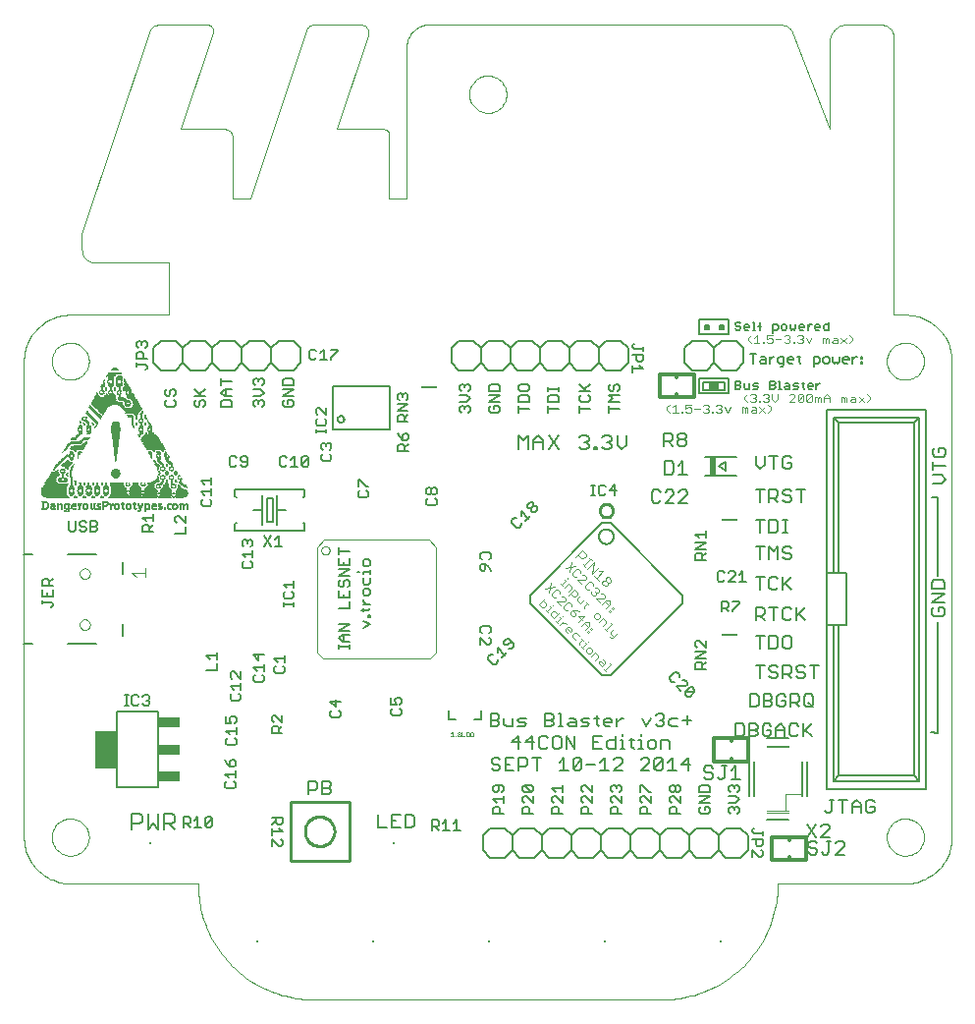
<source format=gto>
G75*
%MOIN*%
%OFA0B0*%
%FSLAX24Y24*%
%IPPOS*%
%LPD*%
%AMOC8*
5,1,8,0,0,1.08239X$1,22.5*
%
%ADD10C,0.0080*%
%ADD11C,0.0100*%
%ADD12C,0.0050*%
%ADD13C,0.0060*%
%ADD14C,0.0070*%
%ADD15C,0.0040*%
%ADD16C,0.0000*%
%ADD17R,0.0730X0.1260*%
%ADD18R,0.0730X0.0340*%
%ADD19R,0.0079X0.0079*%
%ADD20C,0.0079*%
%ADD21C,0.0039*%
%ADD22C,0.0086*%
%ADD23R,0.0551X0.0039*%
%ADD24R,0.0551X0.0079*%
%ADD25R,0.0039X0.0079*%
%ADD26R,0.0197X0.0630*%
%ADD27R,0.0150X0.0010*%
%ADD28R,0.0070X0.0010*%
%ADD29R,0.0160X0.0010*%
%ADD30R,0.0080X0.0010*%
%ADD31R,0.0170X0.0010*%
%ADD32R,0.0090X0.0010*%
%ADD33R,0.0040X0.0010*%
%ADD34R,0.0100X0.0010*%
%ADD35R,0.0010X0.0010*%
%ADD36R,0.0060X0.0010*%
%ADD37R,0.0130X0.0010*%
%ADD38R,0.0050X0.0010*%
%ADD39R,0.0110X0.0010*%
%ADD40R,0.0140X0.0010*%
%ADD41R,0.0120X0.0010*%
%ADD42R,0.0190X0.0010*%
%ADD43R,0.0180X0.0010*%
%ADD44R,0.0210X0.0010*%
%ADD45R,0.0220X0.0010*%
%ADD46R,0.0200X0.0010*%
%ADD47R,0.0030X0.0010*%
%ADD48R,0.0020X0.0010*%
%ADD49R,0.0310X0.0010*%
%ADD50R,0.0780X0.0010*%
%ADD51R,0.1640X0.0010*%
%ADD52R,0.0380X0.0010*%
%ADD53R,0.0260X0.0010*%
%ADD54R,0.0800X0.0010*%
%ADD55R,0.1610X0.0010*%
%ADD56R,0.0360X0.0010*%
%ADD57R,0.0290X0.0010*%
%ADD58R,0.0820X0.0010*%
%ADD59R,0.1590X0.0010*%
%ADD60R,0.0340X0.0010*%
%ADD61R,0.0840X0.0010*%
%ADD62R,0.1570X0.0010*%
%ADD63R,0.0330X0.0010*%
%ADD64R,0.0320X0.0010*%
%ADD65R,0.1550X0.0010*%
%ADD66R,0.0300X0.0010*%
%ADD67R,0.0850X0.0010*%
%ADD68R,0.1080X0.0010*%
%ADD69R,0.0520X0.0010*%
%ADD70R,0.0450X0.0010*%
%ADD71R,0.0420X0.0010*%
%ADD72R,0.0540X0.0010*%
%ADD73R,0.0410X0.0010*%
%ADD74R,0.0430X0.0010*%
%ADD75R,0.0860X0.0010*%
%ADD76R,0.0530X0.0010*%
%ADD77R,0.0390X0.0010*%
%ADD78R,0.0510X0.0010*%
%ADD79R,0.0400X0.0010*%
%ADD80R,0.0500X0.0010*%
%ADD81R,0.0480X0.0010*%
%ADD82R,0.0370X0.0010*%
%ADD83R,0.0440X0.0010*%
%ADD84R,0.0870X0.0010*%
%ADD85R,0.0350X0.0010*%
%ADD86R,0.0490X0.0010*%
%ADD87R,0.0230X0.0010*%
%ADD88R,0.0270X0.0010*%
%ADD89R,0.0240X0.0010*%
%ADD90R,0.0830X0.0010*%
%ADD91R,0.0280X0.0010*%
%ADD92R,0.0810X0.0010*%
%ADD93R,0.0470X0.0010*%
%ADD94R,0.0250X0.0010*%
%ADD95R,0.0460X0.0010*%
%ADD96R,0.0640X0.0010*%
%ADD97R,0.0630X0.0010*%
%ADD98R,0.0620X0.0010*%
%ADD99R,0.0610X0.0010*%
%ADD100R,0.0590X0.0010*%
%ADD101R,0.0580X0.0010*%
%ADD102R,0.0560X0.0010*%
%ADD103R,0.0550X0.0010*%
%ADD104R,0.0570X0.0010*%
%ADD105R,0.0650X0.0010*%
%ADD106R,0.0680X0.0010*%
%ADD107R,0.0720X0.0010*%
%ADD108R,0.1060X0.0010*%
%ADD109R,0.1070X0.0010*%
%ADD110R,0.1050X0.0010*%
%ADD111R,0.0920X0.0010*%
%ADD112R,0.0890X0.0010*%
%ADD113R,0.0770X0.0010*%
%ADD114R,0.0760X0.0010*%
%ADD115R,0.0750X0.0010*%
%ADD116R,0.0740X0.0010*%
%ADD117R,0.0730X0.0010*%
%ADD118C,0.0025*%
%ADD119C,0.0120*%
%ADD120C,0.0010*%
D10*
X008565Y007343D02*
X008565Y009923D01*
X009965Y009923D01*
X009965Y007343D01*
X008565Y007343D01*
X019843Y009654D02*
X019843Y009969D01*
X019843Y009654D02*
X020080Y009654D01*
X020709Y009654D02*
X020946Y009654D01*
X020946Y009969D01*
X036215Y009210D02*
X036447Y009205D01*
X036447Y012945D01*
X036437Y014515D02*
X036437Y017173D01*
X036230Y017178D01*
D11*
X024963Y016733D02*
X024965Y016762D01*
X024971Y016791D01*
X024980Y016819D01*
X024993Y016845D01*
X025009Y016869D01*
X025029Y016891D01*
X025051Y016911D01*
X025075Y016927D01*
X025101Y016940D01*
X025129Y016949D01*
X025158Y016955D01*
X025187Y016957D01*
X025216Y016955D01*
X025245Y016949D01*
X025273Y016940D01*
X025299Y016927D01*
X025323Y016911D01*
X025345Y016891D01*
X025365Y016869D01*
X025381Y016845D01*
X025394Y016819D01*
X025403Y016791D01*
X025409Y016762D01*
X025411Y016733D01*
X025409Y016704D01*
X025403Y016675D01*
X025394Y016647D01*
X025381Y016621D01*
X025365Y016597D01*
X025345Y016575D01*
X025323Y016555D01*
X025299Y016539D01*
X025273Y016526D01*
X025245Y016517D01*
X025216Y016511D01*
X025187Y016509D01*
X025158Y016511D01*
X025129Y016517D01*
X025101Y016526D01*
X025075Y016539D01*
X025051Y016555D01*
X025029Y016575D01*
X025009Y016597D01*
X024993Y016621D01*
X024980Y016647D01*
X024971Y016675D01*
X024965Y016704D01*
X024963Y016733D01*
D12*
X024984Y017255D02*
X025101Y017256D01*
X025159Y017315D01*
X025293Y017433D02*
X025526Y017434D01*
X025469Y017259D02*
X025467Y017609D01*
X025293Y017433D01*
X025157Y017548D02*
X025099Y017606D01*
X024982Y017606D01*
X024924Y017547D01*
X024925Y017313D01*
X024984Y017255D01*
X024797Y017254D02*
X024680Y017253D01*
X024739Y017254D02*
X024736Y017604D01*
X024678Y017603D02*
X024795Y017604D01*
X024937Y015854D02*
X024939Y015885D01*
X024945Y015916D01*
X024955Y015946D01*
X024968Y015974D01*
X024985Y016001D01*
X025005Y016025D01*
X025028Y016047D01*
X025053Y016065D01*
X025081Y016080D01*
X025110Y016092D01*
X025140Y016100D01*
X025171Y016104D01*
X025203Y016104D01*
X025234Y016100D01*
X025264Y016092D01*
X025293Y016080D01*
X025321Y016065D01*
X025346Y016047D01*
X025369Y016025D01*
X025389Y016001D01*
X025406Y015974D01*
X025419Y015946D01*
X025429Y015916D01*
X025435Y015885D01*
X025437Y015854D01*
X025435Y015823D01*
X025429Y015792D01*
X025419Y015762D01*
X025406Y015734D01*
X025389Y015707D01*
X025369Y015683D01*
X025346Y015661D01*
X025321Y015643D01*
X025293Y015628D01*
X025264Y015616D01*
X025234Y015608D01*
X025203Y015604D01*
X025171Y015604D01*
X025140Y015608D01*
X025110Y015616D01*
X025081Y015628D01*
X025053Y015643D01*
X025028Y015661D01*
X025005Y015683D01*
X024985Y015707D01*
X024968Y015734D01*
X024955Y015762D01*
X024945Y015792D01*
X024939Y015823D01*
X024937Y015854D01*
X022838Y016770D02*
X022756Y016688D01*
X022673Y016688D01*
X022632Y016729D01*
X022632Y016812D01*
X022714Y016894D01*
X022797Y016894D01*
X022838Y016853D01*
X022838Y016770D01*
X022714Y016894D02*
X022714Y016977D01*
X022673Y017018D01*
X022591Y017018D01*
X022508Y016935D01*
X022508Y016853D01*
X022549Y016812D01*
X022632Y016812D01*
X022619Y016551D02*
X022454Y016386D01*
X022537Y016469D02*
X022289Y016716D01*
X022289Y016551D01*
X022152Y016497D02*
X022070Y016497D01*
X021987Y016415D01*
X021987Y016332D01*
X022152Y016167D01*
X022235Y016167D01*
X022317Y016249D01*
X022317Y016332D01*
X021260Y015249D02*
X021202Y015308D01*
X020969Y015308D01*
X020910Y015249D01*
X020910Y015133D01*
X020969Y015074D01*
X020969Y014939D02*
X020910Y014881D01*
X020910Y014764D01*
X020969Y014706D01*
X021027Y014706D01*
X021085Y014764D01*
X021085Y014939D01*
X020969Y014939D01*
X021085Y014939D02*
X021202Y014823D01*
X021260Y014706D01*
X021202Y015074D02*
X021260Y015133D01*
X021260Y015249D01*
X019428Y016968D02*
X019428Y017084D01*
X019369Y017143D01*
X019369Y017278D02*
X019311Y017278D01*
X019253Y017336D01*
X019253Y017453D01*
X019311Y017511D01*
X019369Y017511D01*
X019428Y017453D01*
X019428Y017336D01*
X019369Y017278D01*
X019253Y017336D02*
X019194Y017278D01*
X019136Y017278D01*
X019077Y017336D01*
X019077Y017453D01*
X019136Y017511D01*
X019194Y017511D01*
X019253Y017453D01*
X019136Y017143D02*
X019077Y017084D01*
X019077Y016968D01*
X019136Y016909D01*
X019369Y016909D01*
X019428Y016968D01*
X018462Y018758D02*
X018111Y018758D01*
X018111Y018933D01*
X018170Y018991D01*
X018286Y018991D01*
X018345Y018933D01*
X018345Y018758D01*
X018345Y018874D02*
X018462Y018991D01*
X018403Y019126D02*
X018462Y019184D01*
X018462Y019301D01*
X018403Y019360D01*
X018345Y019360D01*
X018286Y019301D01*
X018286Y019126D01*
X018403Y019126D01*
X018286Y019126D02*
X018170Y019243D01*
X018111Y019360D01*
X017831Y019485D02*
X015902Y019485D01*
X015902Y020941D01*
X017831Y020941D01*
X017831Y019485D01*
X018099Y019740D02*
X018099Y019915D01*
X018157Y019974D01*
X018274Y019974D01*
X018332Y019915D01*
X018332Y019740D01*
X018332Y019857D02*
X018449Y019974D01*
X018449Y020108D02*
X018099Y020108D01*
X018449Y020342D01*
X018099Y020342D01*
X018157Y020477D02*
X018099Y020535D01*
X018099Y020652D01*
X018157Y020710D01*
X018215Y020710D01*
X018274Y020652D01*
X018332Y020710D01*
X018391Y020710D01*
X018449Y020652D01*
X018449Y020535D01*
X018391Y020477D01*
X018274Y020594D02*
X018274Y020652D01*
X018449Y019740D02*
X018099Y019740D01*
X016067Y019839D02*
X016069Y019859D01*
X016074Y019879D01*
X016084Y019897D01*
X016096Y019914D01*
X016111Y019928D01*
X016129Y019938D01*
X016148Y019946D01*
X016168Y019950D01*
X016188Y019950D01*
X016208Y019946D01*
X016227Y019938D01*
X016245Y019928D01*
X016260Y019914D01*
X016272Y019897D01*
X016282Y019879D01*
X016287Y019859D01*
X016289Y019839D01*
X016287Y019819D01*
X016282Y019799D01*
X016272Y019781D01*
X016260Y019764D01*
X016245Y019750D01*
X016227Y019740D01*
X016208Y019732D01*
X016188Y019728D01*
X016168Y019728D01*
X016148Y019732D01*
X016129Y019740D01*
X016111Y019750D01*
X016096Y019764D01*
X016084Y019781D01*
X016074Y019799D01*
X016069Y019819D01*
X016067Y019839D01*
X015680Y019797D02*
X015622Y019855D01*
X015680Y019797D02*
X015680Y019680D01*
X015622Y019622D01*
X015388Y019622D01*
X015330Y019680D01*
X015330Y019797D01*
X015388Y019855D01*
X015388Y019990D02*
X015330Y020048D01*
X015330Y020165D01*
X015388Y020224D01*
X015447Y020224D01*
X015680Y019990D01*
X015680Y020224D01*
X015680Y019493D02*
X015680Y019376D01*
X015680Y019435D02*
X015330Y019435D01*
X015330Y019493D02*
X015330Y019376D01*
X015562Y019032D02*
X015620Y019032D01*
X015679Y018974D01*
X015737Y019032D01*
X015795Y019032D01*
X015854Y018974D01*
X015854Y018857D01*
X015795Y018799D01*
X015795Y018664D02*
X015854Y018605D01*
X015854Y018489D01*
X015795Y018430D01*
X015562Y018430D01*
X015503Y018489D01*
X015503Y018605D01*
X015562Y018664D01*
X015562Y018799D02*
X015503Y018857D01*
X015503Y018974D01*
X015562Y019032D01*
X015679Y018974D02*
X015679Y018915D01*
X015081Y018518D02*
X014848Y018285D01*
X014906Y018227D01*
X015023Y018227D01*
X015081Y018285D01*
X015081Y018518D01*
X015023Y018577D01*
X014906Y018577D01*
X014848Y018518D01*
X014848Y018285D01*
X014713Y018227D02*
X014480Y018227D01*
X014596Y018227D02*
X014596Y018577D01*
X014480Y018460D01*
X014345Y018518D02*
X014286Y018577D01*
X014170Y018577D01*
X014111Y018518D01*
X014111Y018285D01*
X014170Y018227D01*
X014286Y018227D01*
X014345Y018285D01*
X014018Y017252D02*
X014018Y016752D01*
X014318Y016752D01*
X014018Y016752D02*
X014018Y016252D01*
X013868Y016352D02*
X013668Y016352D01*
X013668Y017152D01*
X013868Y017152D01*
X013868Y016352D01*
X013518Y016252D02*
X013518Y016752D01*
X013218Y016752D01*
X013518Y016752D02*
X013518Y017252D01*
X012939Y018227D02*
X012823Y018227D01*
X012764Y018285D01*
X012823Y018402D02*
X012998Y018402D01*
X012998Y018518D02*
X012939Y018577D01*
X012823Y018577D01*
X012764Y018518D01*
X012764Y018460D01*
X012823Y018402D01*
X012998Y018518D02*
X012998Y018285D01*
X012939Y018227D01*
X012629Y018285D02*
X012571Y018227D01*
X012454Y018227D01*
X012396Y018285D01*
X012396Y018518D01*
X012454Y018577D01*
X012571Y018577D01*
X012629Y018518D01*
X011786Y017860D02*
X011786Y017627D01*
X011786Y017744D02*
X011435Y017744D01*
X011552Y017627D01*
X011786Y017492D02*
X011786Y017258D01*
X011786Y017375D02*
X011435Y017375D01*
X011552Y017258D01*
X011494Y017124D02*
X011435Y017065D01*
X011435Y016949D01*
X011494Y016890D01*
X011727Y016890D01*
X011786Y016949D01*
X011786Y017065D01*
X011727Y017124D01*
X010890Y016560D02*
X010890Y016326D01*
X010656Y016560D01*
X010598Y016560D01*
X010540Y016501D01*
X010540Y016384D01*
X010598Y016326D01*
X010890Y016191D02*
X010890Y015958D01*
X010540Y015958D01*
X009796Y016008D02*
X009446Y016008D01*
X009446Y016183D01*
X009504Y016241D01*
X009621Y016241D01*
X009679Y016183D01*
X009679Y016008D01*
X009679Y016124D02*
X009796Y016241D01*
X009796Y016376D02*
X009796Y016610D01*
X009796Y016493D02*
X009446Y016493D01*
X009563Y016376D01*
X008784Y014973D02*
X008784Y014579D01*
X007859Y015248D02*
X006914Y015248D01*
X006994Y016023D02*
X007110Y016023D01*
X007169Y016081D01*
X007169Y016373D01*
X007304Y016315D02*
X007304Y016257D01*
X007362Y016198D01*
X007479Y016198D01*
X007537Y016140D01*
X007537Y016081D01*
X007479Y016023D01*
X007362Y016023D01*
X007304Y016081D01*
X007304Y016315D02*
X007362Y016373D01*
X007479Y016373D01*
X007537Y016315D01*
X007672Y016373D02*
X007847Y016373D01*
X007905Y016315D01*
X007905Y016257D01*
X007847Y016198D01*
X007672Y016198D01*
X007672Y016023D02*
X007672Y016373D01*
X007847Y016198D02*
X007905Y016140D01*
X007905Y016081D01*
X007847Y016023D01*
X007672Y016023D01*
X006994Y016023D02*
X006935Y016081D01*
X006935Y016373D01*
X005694Y015248D02*
X005418Y015248D01*
X006098Y014428D02*
X006215Y014428D01*
X006273Y014369D01*
X006273Y014194D01*
X006390Y014194D02*
X006040Y014194D01*
X006040Y014369D01*
X006098Y014428D01*
X006273Y014311D02*
X006390Y014428D01*
X006390Y014060D02*
X006390Y013826D01*
X006040Y013826D01*
X006040Y014060D01*
X006215Y013943D02*
X006215Y013826D01*
X006040Y013691D02*
X006040Y013574D01*
X006040Y013633D02*
X006332Y013633D01*
X006390Y013574D01*
X006390Y013516D01*
X006332Y013458D01*
X006914Y012217D02*
X007859Y012217D01*
X008784Y012493D02*
X008784Y012886D01*
X011611Y011818D02*
X011962Y011818D01*
X011962Y011701D02*
X011962Y011935D01*
X011728Y011701D02*
X011611Y011818D01*
X011962Y011566D02*
X011962Y011333D01*
X011611Y011333D01*
X012427Y011215D02*
X012427Y011098D01*
X012486Y011039D01*
X012427Y011215D02*
X012486Y011273D01*
X012544Y011273D01*
X012778Y011039D01*
X012778Y011273D01*
X012778Y010905D02*
X012778Y010671D01*
X012778Y010788D02*
X012427Y010788D01*
X012544Y010671D01*
X012486Y010536D02*
X012427Y010478D01*
X012427Y010361D01*
X012486Y010303D01*
X012719Y010303D01*
X012778Y010361D01*
X012778Y010478D01*
X012719Y010536D01*
X013211Y010991D02*
X013270Y010933D01*
X013503Y010933D01*
X013562Y010991D01*
X013562Y011108D01*
X013503Y011166D01*
X013562Y011301D02*
X013562Y011535D01*
X013562Y011418D02*
X013211Y011418D01*
X013328Y011301D01*
X013270Y011166D02*
X013211Y011108D01*
X013211Y010991D01*
X013386Y011669D02*
X013386Y011903D01*
X013211Y011844D02*
X013562Y011844D01*
X013386Y011669D02*
X013211Y011844D01*
X013911Y011718D02*
X014262Y011718D01*
X014262Y011601D02*
X014262Y011835D01*
X014028Y011601D02*
X013911Y011718D01*
X013970Y011466D02*
X013911Y011408D01*
X013911Y011291D01*
X013970Y011233D01*
X014203Y011233D01*
X014262Y011291D01*
X014262Y011408D01*
X014203Y011466D01*
X016111Y012058D02*
X016111Y012174D01*
X016111Y012116D02*
X016462Y012116D01*
X016462Y012058D02*
X016462Y012174D01*
X016462Y012303D02*
X016228Y012303D01*
X016111Y012420D01*
X016228Y012537D01*
X016462Y012537D01*
X016462Y012672D02*
X016111Y012672D01*
X016462Y012905D01*
X016111Y012905D01*
X016286Y012537D02*
X016286Y012303D01*
X016928Y012758D02*
X017162Y012874D01*
X016928Y012991D01*
X017103Y013126D02*
X017103Y013184D01*
X017162Y013184D01*
X017162Y013126D01*
X017103Y013126D01*
X017103Y013369D02*
X017162Y013427D01*
X017103Y013369D02*
X016870Y013369D01*
X016928Y013310D02*
X016928Y013427D01*
X016928Y013556D02*
X017162Y013556D01*
X017045Y013556D02*
X016928Y013672D01*
X016928Y013731D01*
X016986Y013863D02*
X017103Y013863D01*
X017162Y013921D01*
X017162Y014038D01*
X017103Y014096D01*
X016986Y014096D01*
X016928Y014038D01*
X016928Y013921D01*
X016986Y013863D01*
X016986Y014231D02*
X017103Y014231D01*
X017162Y014289D01*
X017162Y014464D01*
X017162Y014599D02*
X017162Y014716D01*
X017162Y014658D02*
X016928Y014658D01*
X016928Y014599D01*
X016811Y014658D02*
X016753Y014658D01*
X016928Y014464D02*
X016928Y014289D01*
X016986Y014231D01*
X016462Y014203D02*
X016462Y014320D01*
X016403Y014378D01*
X016345Y014378D01*
X016286Y014320D01*
X016286Y014203D01*
X016228Y014145D01*
X016170Y014145D01*
X016111Y014203D01*
X016111Y014320D01*
X016170Y014378D01*
X016111Y014513D02*
X016462Y014747D01*
X016111Y014747D01*
X016111Y014881D02*
X016462Y014881D01*
X016462Y015115D01*
X016286Y014998D02*
X016286Y014881D01*
X016111Y014881D02*
X016111Y015115D01*
X016111Y015250D02*
X016111Y015483D01*
X016111Y015367D02*
X016462Y015367D01*
X016928Y015020D02*
X016928Y014903D01*
X016986Y014845D01*
X017103Y014845D01*
X017162Y014903D01*
X017162Y015020D01*
X017103Y015078D01*
X016986Y015078D01*
X016928Y015020D01*
X016462Y014513D02*
X016111Y014513D01*
X016462Y014203D02*
X016403Y014145D01*
X016462Y014010D02*
X016462Y013776D01*
X016111Y013776D01*
X016111Y014010D01*
X016286Y013893D02*
X016286Y013776D01*
X016462Y013642D02*
X016462Y013408D01*
X016111Y013408D01*
X014575Y013506D02*
X014575Y013622D01*
X014575Y013564D02*
X014225Y013564D01*
X014225Y013506D02*
X014225Y013622D01*
X014283Y013751D02*
X014517Y013751D01*
X014575Y013810D01*
X014575Y013926D01*
X014517Y013985D01*
X014575Y014120D02*
X014575Y014353D01*
X014575Y014236D02*
X014225Y014236D01*
X014341Y014120D01*
X014283Y013985D02*
X014225Y013926D01*
X014225Y013810D01*
X014283Y013751D01*
X013179Y014835D02*
X013179Y014952D01*
X013121Y015010D01*
X013179Y015145D02*
X013179Y015378D01*
X013179Y015262D02*
X012829Y015262D01*
X012945Y015145D01*
X012887Y015010D02*
X012829Y014952D01*
X012829Y014835D01*
X012887Y014777D01*
X013121Y014777D01*
X013179Y014835D01*
X013121Y015513D02*
X013179Y015572D01*
X013179Y015688D01*
X013121Y015747D01*
X013062Y015747D01*
X013004Y015688D01*
X013004Y015630D01*
X013004Y015688D02*
X012945Y015747D01*
X012887Y015747D01*
X012829Y015688D01*
X012829Y015572D01*
X012887Y015513D01*
X013577Y015523D02*
X013811Y015873D01*
X013945Y015756D02*
X014062Y015873D01*
X014062Y015523D01*
X013945Y015523D02*
X014179Y015523D01*
X013811Y015523D02*
X013577Y015873D01*
X016761Y017235D02*
X016820Y017176D01*
X017053Y017176D01*
X017112Y017235D01*
X017112Y017351D01*
X017053Y017410D01*
X017053Y017544D02*
X017112Y017544D01*
X017053Y017544D02*
X016820Y017778D01*
X016761Y017778D01*
X016761Y017544D01*
X016820Y017410D02*
X016761Y017351D01*
X016761Y017235D01*
X014503Y020254D02*
X014562Y020312D01*
X014562Y020429D01*
X014503Y020487D01*
X014386Y020487D01*
X014386Y020371D01*
X014270Y020487D02*
X014211Y020429D01*
X014211Y020312D01*
X014270Y020254D01*
X014503Y020254D01*
X014562Y020622D02*
X014211Y020622D01*
X014562Y020856D01*
X014211Y020856D01*
X014211Y020990D02*
X014211Y021166D01*
X014270Y021224D01*
X014503Y021224D01*
X014562Y021166D01*
X014562Y020990D01*
X014211Y020990D01*
X013562Y021049D02*
X013503Y020990D01*
X013562Y021049D02*
X013562Y021166D01*
X013503Y021224D01*
X013445Y021224D01*
X013386Y021166D01*
X013386Y021107D01*
X013386Y021166D02*
X013328Y021224D01*
X013270Y021224D01*
X013211Y021166D01*
X013211Y021049D01*
X013270Y020990D01*
X013211Y020856D02*
X013445Y020856D01*
X013562Y020739D01*
X013445Y020622D01*
X013211Y020622D01*
X013270Y020487D02*
X013328Y020487D01*
X013386Y020429D01*
X013445Y020487D01*
X013503Y020487D01*
X013562Y020429D01*
X013562Y020312D01*
X013503Y020254D01*
X013386Y020371D02*
X013386Y020429D01*
X013270Y020487D02*
X013211Y020429D01*
X013211Y020312D01*
X013270Y020254D01*
X012462Y020254D02*
X012462Y020429D01*
X012403Y020487D01*
X012170Y020487D01*
X012111Y020429D01*
X012111Y020254D01*
X012462Y020254D01*
X012462Y020622D02*
X012228Y020622D01*
X012111Y020739D01*
X012228Y020856D01*
X012462Y020856D01*
X012286Y020856D02*
X012286Y020622D01*
X012111Y020990D02*
X012111Y021224D01*
X012111Y021107D02*
X012462Y021107D01*
X011562Y020856D02*
X011386Y020680D01*
X011445Y020622D02*
X011211Y020856D01*
X011211Y020622D02*
X011562Y020622D01*
X011503Y020487D02*
X011562Y020429D01*
X011562Y020312D01*
X011503Y020254D01*
X011386Y020312D02*
X011386Y020429D01*
X011445Y020487D01*
X011503Y020487D01*
X011386Y020312D02*
X011328Y020254D01*
X011270Y020254D01*
X011211Y020312D01*
X011211Y020429D01*
X011270Y020487D01*
X010562Y020429D02*
X010562Y020312D01*
X010503Y020254D01*
X010270Y020254D01*
X010211Y020312D01*
X010211Y020429D01*
X010270Y020487D01*
X010270Y020622D02*
X010328Y020622D01*
X010386Y020680D01*
X010386Y020797D01*
X010445Y020856D01*
X010503Y020856D01*
X010562Y020797D01*
X010562Y020680D01*
X010503Y020622D01*
X010503Y020487D02*
X010562Y020429D01*
X010270Y020622D02*
X010211Y020680D01*
X010211Y020797D01*
X010270Y020856D01*
X009594Y021572D02*
X009594Y021631D01*
X009536Y021689D01*
X009244Y021689D01*
X009244Y021631D02*
X009244Y021747D01*
X009244Y021882D02*
X009244Y022057D01*
X009302Y022116D01*
X009419Y022116D01*
X009478Y022057D01*
X009478Y021882D01*
X009594Y021882D02*
X009244Y021882D01*
X009302Y022251D02*
X009244Y022309D01*
X009244Y022426D01*
X009302Y022484D01*
X009361Y022484D01*
X009419Y022426D01*
X009478Y022484D01*
X009536Y022484D01*
X009594Y022426D01*
X009594Y022309D01*
X009536Y022251D01*
X009419Y022367D02*
X009419Y022426D01*
X009594Y021572D02*
X009536Y021514D01*
X015112Y021913D02*
X015170Y021855D01*
X015287Y021855D01*
X015345Y021913D01*
X015480Y021855D02*
X015713Y021855D01*
X015597Y021855D02*
X015597Y022205D01*
X015480Y022088D01*
X015345Y022147D02*
X015287Y022205D01*
X015170Y022205D01*
X015112Y022147D01*
X015112Y021913D01*
X015848Y021913D02*
X015848Y021855D01*
X015848Y021913D02*
X016082Y022147D01*
X016082Y022205D01*
X015848Y022205D01*
X020211Y020969D02*
X020270Y021028D01*
X020328Y021028D01*
X020386Y020969D01*
X020445Y021028D01*
X020503Y021028D01*
X020562Y020969D01*
X020562Y020853D01*
X020503Y020794D01*
X020445Y020660D02*
X020211Y020660D01*
X020270Y020794D02*
X020211Y020853D01*
X020211Y020969D01*
X020386Y020969D02*
X020386Y020911D01*
X020445Y020660D02*
X020562Y020543D01*
X020445Y020426D01*
X020211Y020426D01*
X020270Y020291D02*
X020328Y020291D01*
X020386Y020233D01*
X020445Y020291D01*
X020503Y020291D01*
X020562Y020233D01*
X020562Y020116D01*
X020503Y020058D01*
X020386Y020174D02*
X020386Y020233D01*
X020270Y020291D02*
X020211Y020233D01*
X020211Y020116D01*
X020270Y020058D01*
X021211Y020116D02*
X021270Y020058D01*
X021503Y020058D01*
X021562Y020116D01*
X021562Y020233D01*
X021503Y020291D01*
X021386Y020291D01*
X021386Y020174D01*
X021270Y020291D02*
X021211Y020233D01*
X021211Y020116D01*
X021211Y020426D02*
X021562Y020660D01*
X021211Y020660D01*
X021211Y020794D02*
X021211Y020969D01*
X021270Y021028D01*
X021503Y021028D01*
X021562Y020969D01*
X021562Y020794D01*
X021211Y020794D01*
X021211Y020426D02*
X021562Y020426D01*
X022211Y020426D02*
X022211Y020601D01*
X022270Y020660D01*
X022503Y020660D01*
X022562Y020601D01*
X022562Y020426D01*
X022211Y020426D01*
X022211Y020291D02*
X022211Y020058D01*
X022211Y020174D02*
X022562Y020174D01*
X023211Y020174D02*
X023562Y020174D01*
X023562Y020426D02*
X023211Y020426D01*
X023211Y020601D01*
X023270Y020660D01*
X023503Y020660D01*
X023562Y020601D01*
X023562Y020426D01*
X023562Y020794D02*
X023562Y020911D01*
X023562Y020853D02*
X023211Y020853D01*
X023211Y020911D02*
X023211Y020794D01*
X022562Y020853D02*
X022562Y020969D01*
X022503Y021028D01*
X022270Y021028D01*
X022211Y020969D01*
X022211Y020853D01*
X022270Y020794D01*
X022503Y020794D01*
X022562Y020853D01*
X023211Y020291D02*
X023211Y020058D01*
X024274Y020058D02*
X024274Y020291D01*
X024274Y020174D02*
X024624Y020174D01*
X024566Y020426D02*
X024624Y020484D01*
X024624Y020601D01*
X024566Y020660D01*
X024624Y020794D02*
X024274Y020794D01*
X024332Y020660D02*
X024274Y020601D01*
X024274Y020484D01*
X024332Y020426D01*
X024566Y020426D01*
X024507Y020794D02*
X024274Y021028D01*
X024449Y020853D02*
X024624Y021028D01*
X025274Y020969D02*
X025274Y020853D01*
X025332Y020794D01*
X025391Y020794D01*
X025449Y020853D01*
X025449Y020969D01*
X025507Y021028D01*
X025566Y021028D01*
X025624Y020969D01*
X025624Y020853D01*
X025566Y020794D01*
X025624Y020660D02*
X025274Y020660D01*
X025391Y020543D01*
X025274Y020426D01*
X025624Y020426D01*
X025624Y020174D02*
X025274Y020174D01*
X025274Y020058D02*
X025274Y020291D01*
X025274Y020969D02*
X025332Y021028D01*
X026083Y021435D02*
X026083Y021669D01*
X026083Y021552D02*
X026433Y021552D01*
X026316Y021669D01*
X026258Y021804D02*
X026200Y021862D01*
X026200Y022037D01*
X026083Y022037D02*
X026433Y022037D01*
X026433Y021862D01*
X026375Y021804D01*
X026258Y021804D01*
X026433Y022172D02*
X026433Y022289D01*
X026433Y022230D02*
X026141Y022230D01*
X026083Y022289D01*
X026083Y022347D01*
X026141Y022405D01*
X028343Y022712D02*
X028343Y023212D01*
X029343Y023212D01*
X029343Y022712D01*
X028343Y022712D01*
X028531Y022900D02*
X028656Y022900D01*
X028656Y022912D01*
X028531Y022912D01*
X028531Y022962D01*
X028656Y022962D01*
X028656Y023012D01*
X028531Y023012D01*
X028531Y023025D01*
X028656Y023025D01*
X028656Y023012D01*
X028656Y022962D02*
X028656Y022912D01*
X028531Y022900D02*
X028531Y022912D01*
X028531Y022962D02*
X028531Y023012D01*
X029031Y023012D02*
X029156Y023012D01*
X029156Y022962D01*
X029031Y022962D01*
X029031Y022912D01*
X029156Y022912D01*
X029156Y022899D01*
X029031Y022899D01*
X029031Y022912D01*
X029031Y022962D02*
X029031Y023012D01*
X029031Y023024D01*
X029156Y023024D01*
X029156Y023012D01*
X029156Y022962D02*
X029156Y022912D01*
X029568Y022907D02*
X029613Y022862D01*
X029703Y022862D01*
X029748Y022907D01*
X029748Y022952D01*
X029703Y022997D01*
X029613Y022997D01*
X029568Y023042D01*
X029568Y023087D01*
X029613Y023132D01*
X029703Y023132D01*
X029748Y023087D01*
X029863Y022997D02*
X029908Y023042D01*
X029998Y023042D01*
X030043Y022997D01*
X030043Y022952D01*
X029863Y022952D01*
X029863Y022907D02*
X029863Y022997D01*
X029863Y022907D02*
X029908Y022862D01*
X029998Y022862D01*
X030157Y022862D02*
X030247Y022862D01*
X030202Y022862D02*
X030202Y023132D01*
X030157Y023132D01*
X030354Y022997D02*
X030444Y022997D01*
X030399Y023087D02*
X030444Y023132D01*
X030399Y023087D02*
X030399Y022862D01*
X030845Y022862D02*
X030980Y022862D01*
X031025Y022907D01*
X031025Y022997D01*
X030980Y023042D01*
X030845Y023042D01*
X030845Y022772D01*
X031140Y022907D02*
X031185Y022862D01*
X031275Y022862D01*
X031320Y022907D01*
X031320Y022997D01*
X031275Y023042D01*
X031185Y023042D01*
X031140Y022997D01*
X031140Y022907D01*
X031434Y022907D02*
X031479Y022862D01*
X031524Y022907D01*
X031569Y022862D01*
X031614Y022907D01*
X031614Y023042D01*
X031729Y022997D02*
X031774Y023042D01*
X031864Y023042D01*
X031909Y022997D01*
X031909Y022952D01*
X031729Y022952D01*
X031729Y022907D02*
X031729Y022997D01*
X031729Y022907D02*
X031774Y022862D01*
X031864Y022862D01*
X032024Y022862D02*
X032024Y023042D01*
X032114Y023042D02*
X032159Y023042D01*
X032114Y023042D02*
X032024Y022952D01*
X032269Y022952D02*
X032449Y022952D01*
X032449Y022997D01*
X032404Y023042D01*
X032314Y023042D01*
X032269Y022997D01*
X032269Y022907D01*
X032314Y022862D01*
X032404Y022862D01*
X032564Y022907D02*
X032564Y022997D01*
X032609Y023042D01*
X032744Y023042D01*
X032744Y023132D02*
X032744Y022862D01*
X032609Y022862D01*
X032564Y022907D01*
X032606Y021944D02*
X032554Y021892D01*
X032554Y021789D01*
X032606Y021737D01*
X032709Y021737D01*
X032761Y021789D01*
X032761Y021892D01*
X032709Y021944D01*
X032606Y021944D01*
X032430Y021892D02*
X032430Y021789D01*
X032378Y021737D01*
X032223Y021737D01*
X032223Y021634D02*
X032223Y021944D01*
X032378Y021944D01*
X032430Y021892D01*
X032886Y021944D02*
X032886Y021789D01*
X032937Y021737D01*
X032989Y021789D01*
X033041Y021737D01*
X033093Y021789D01*
X033093Y021944D01*
X033217Y021892D02*
X033269Y021944D01*
X033372Y021944D01*
X033424Y021892D01*
X033424Y021840D01*
X033217Y021840D01*
X033217Y021789D02*
X033217Y021892D01*
X033217Y021789D02*
X033269Y021737D01*
X033372Y021737D01*
X033549Y021737D02*
X033549Y021944D01*
X033652Y021944D02*
X033704Y021944D01*
X033652Y021944D02*
X033549Y021840D01*
X033825Y021789D02*
X033825Y021737D01*
X033877Y021737D01*
X033877Y021789D01*
X033825Y021789D01*
X033825Y021892D02*
X033825Y021944D01*
X033877Y021944D01*
X033877Y021892D01*
X033825Y021892D01*
X032453Y021042D02*
X032408Y021042D01*
X032318Y020952D01*
X032318Y020862D02*
X032318Y021042D01*
X032204Y020997D02*
X032204Y020952D01*
X032024Y020952D01*
X032024Y020907D02*
X032024Y020997D01*
X032069Y021042D01*
X032159Y021042D01*
X032204Y020997D01*
X032159Y020862D02*
X032069Y020862D01*
X032024Y020907D01*
X031917Y020862D02*
X031872Y020907D01*
X031872Y021087D01*
X031827Y021042D02*
X031917Y021042D01*
X031713Y021042D02*
X031577Y021042D01*
X031532Y020997D01*
X031577Y020952D01*
X031668Y020952D01*
X031713Y020907D01*
X031668Y020862D01*
X031532Y020862D01*
X031418Y020862D02*
X031283Y020862D01*
X031238Y020907D01*
X031283Y020952D01*
X031418Y020952D01*
X031418Y020997D02*
X031418Y020862D01*
X031418Y020997D02*
X031373Y021042D01*
X031283Y021042D01*
X031086Y021132D02*
X031086Y020862D01*
X031041Y020862D02*
X031131Y020862D01*
X030927Y020907D02*
X030882Y020862D01*
X030747Y020862D01*
X030747Y021132D01*
X030882Y021132D01*
X030927Y021087D01*
X030927Y021042D01*
X030882Y020997D01*
X030747Y020997D01*
X030882Y020997D02*
X030927Y020952D01*
X030927Y020907D01*
X031041Y021132D02*
X031086Y021132D01*
X031111Y021634D02*
X031162Y021634D01*
X031214Y021685D01*
X031214Y021944D01*
X031059Y021944D01*
X031007Y021892D01*
X031007Y021789D01*
X031059Y021737D01*
X031214Y021737D01*
X031339Y021789D02*
X031339Y021892D01*
X031391Y021944D01*
X031494Y021944D01*
X031546Y021892D01*
X031546Y021840D01*
X031339Y021840D01*
X031339Y021789D02*
X031391Y021737D01*
X031494Y021737D01*
X031722Y021789D02*
X031722Y021996D01*
X031670Y021944D02*
X031774Y021944D01*
X031722Y021789D02*
X031774Y021737D01*
X030886Y021944D02*
X030834Y021944D01*
X030731Y021840D01*
X030731Y021737D02*
X030731Y021944D01*
X030606Y021892D02*
X030606Y021737D01*
X030451Y021737D01*
X030400Y021789D01*
X030451Y021840D01*
X030606Y021840D01*
X030606Y021892D02*
X030555Y021944D01*
X030451Y021944D01*
X030275Y022047D02*
X030068Y022047D01*
X030172Y022047D02*
X030172Y021737D01*
X029703Y021132D02*
X029748Y021087D01*
X029748Y021042D01*
X029703Y020997D01*
X029568Y020997D01*
X029568Y020862D02*
X029703Y020862D01*
X029748Y020907D01*
X029748Y020952D01*
X029703Y020997D01*
X029703Y021132D02*
X029568Y021132D01*
X029568Y020862D01*
X029343Y020712D02*
X028343Y020712D01*
X028343Y021212D01*
X029343Y021212D01*
X029343Y020712D01*
X029218Y020837D02*
X028468Y020837D01*
X028468Y021087D01*
X029218Y021087D01*
X029218Y020837D01*
X028968Y020837D02*
X028718Y020837D01*
X028718Y020862D01*
X028968Y020862D01*
X028968Y020837D01*
X028968Y020862D02*
X028968Y020912D01*
X028718Y020912D01*
X028718Y020962D01*
X028968Y020962D01*
X028968Y021012D01*
X028718Y021012D01*
X028718Y021062D01*
X028968Y021062D01*
X028968Y021012D01*
X028968Y020962D02*
X028968Y020912D01*
X028968Y021062D02*
X028968Y021087D01*
X028718Y021087D01*
X028718Y021062D01*
X028718Y021012D02*
X028718Y020962D01*
X028718Y020912D02*
X028718Y020862D01*
X029863Y020907D02*
X029908Y020862D01*
X030043Y020862D01*
X030043Y021042D01*
X030157Y020997D02*
X030202Y021042D01*
X030338Y021042D01*
X030293Y020952D02*
X030202Y020952D01*
X030157Y020997D01*
X030157Y020862D02*
X030293Y020862D01*
X030338Y020907D01*
X030293Y020952D01*
X029863Y020907D02*
X029863Y021042D01*
X031434Y022907D02*
X031434Y023042D01*
X029613Y018563D02*
X028554Y018563D01*
X029012Y018248D02*
X029248Y018091D01*
X029248Y018406D01*
X029012Y018248D01*
X028554Y017933D02*
X029613Y017933D01*
X028571Y016040D02*
X028571Y015807D01*
X028571Y015924D02*
X028221Y015924D01*
X028338Y015807D01*
X028221Y015672D02*
X028571Y015672D01*
X028221Y015439D01*
X028571Y015439D01*
X028571Y015304D02*
X028454Y015187D01*
X028454Y015245D02*
X028454Y015070D01*
X028571Y015070D02*
X028221Y015070D01*
X028221Y015245D01*
X028279Y015304D01*
X028396Y015304D01*
X028454Y015245D01*
X029017Y014675D02*
X028959Y014617D01*
X028959Y014383D01*
X029017Y014325D01*
X029134Y014325D01*
X029192Y014383D01*
X029327Y014325D02*
X029560Y014558D01*
X029560Y014617D01*
X029502Y014675D01*
X029385Y014675D01*
X029327Y014617D01*
X029192Y014617D02*
X029134Y014675D01*
X029017Y014675D01*
X029327Y014325D02*
X029560Y014325D01*
X029695Y014325D02*
X029929Y014325D01*
X029812Y014325D02*
X029812Y014675D01*
X029695Y014558D01*
X029710Y013658D02*
X029477Y013658D01*
X029342Y013600D02*
X029342Y013483D01*
X029284Y013424D01*
X029108Y013424D01*
X029108Y013308D02*
X029108Y013658D01*
X029284Y013658D01*
X029342Y013600D01*
X029225Y013424D02*
X029342Y013308D01*
X029477Y013308D02*
X029477Y013366D01*
X029710Y013600D01*
X029710Y013658D01*
X028571Y012337D02*
X028571Y012104D01*
X028338Y012337D01*
X028279Y012337D01*
X028221Y012279D01*
X028221Y012162D01*
X028279Y012104D01*
X028221Y011969D02*
X028571Y011969D01*
X028221Y011735D01*
X028571Y011735D01*
X028571Y011601D02*
X028454Y011484D01*
X028454Y011542D02*
X028454Y011367D01*
X028571Y011367D02*
X028221Y011367D01*
X028221Y011542D01*
X028279Y011601D01*
X028396Y011601D01*
X028454Y011542D01*
X027844Y011001D02*
X027762Y011001D01*
X027844Y011001D02*
X027927Y010918D01*
X027927Y010836D01*
X027886Y010794D01*
X027555Y010794D01*
X027720Y010629D01*
X027857Y010575D02*
X028187Y010575D01*
X028022Y010410D01*
X027940Y010410D01*
X027857Y010493D01*
X027857Y010575D01*
X028022Y010740D01*
X028105Y010740D01*
X028187Y010658D01*
X028187Y010575D01*
X027666Y011096D02*
X027666Y011179D01*
X027584Y011261D01*
X027501Y011261D01*
X027336Y011096D01*
X027336Y011014D01*
X027419Y010931D01*
X027501Y010931D01*
X028579Y008076D02*
X028504Y008001D01*
X028504Y007926D01*
X028579Y007851D01*
X028729Y007851D01*
X028804Y007776D01*
X028804Y007701D01*
X028729Y007626D01*
X028579Y007626D01*
X028504Y007701D01*
X028407Y007428D02*
X028349Y007369D01*
X028349Y007194D01*
X028699Y007194D01*
X028699Y007369D01*
X028641Y007428D01*
X028407Y007428D01*
X028349Y007060D02*
X028699Y007060D01*
X028349Y006826D01*
X028699Y006826D01*
X028641Y006691D02*
X028524Y006691D01*
X028524Y006574D01*
X028407Y006458D02*
X028641Y006458D01*
X028699Y006516D01*
X028699Y006633D01*
X028641Y006691D01*
X028407Y006691D02*
X028349Y006633D01*
X028349Y006516D01*
X028407Y006458D01*
X027699Y006458D02*
X027349Y006458D01*
X027349Y006633D01*
X027407Y006691D01*
X027524Y006691D01*
X027583Y006633D01*
X027583Y006458D01*
X027699Y006826D02*
X027466Y007060D01*
X027407Y007060D01*
X027349Y007001D01*
X027349Y006884D01*
X027407Y006826D01*
X027699Y006826D02*
X027699Y007060D01*
X027641Y007194D02*
X027583Y007194D01*
X027524Y007253D01*
X027524Y007369D01*
X027583Y007428D01*
X027641Y007428D01*
X027699Y007369D01*
X027699Y007253D01*
X027641Y007194D01*
X027524Y007253D02*
X027466Y007194D01*
X027407Y007194D01*
X027349Y007253D01*
X027349Y007369D01*
X027407Y007428D01*
X027466Y007428D01*
X027524Y007369D01*
X026699Y007194D02*
X026641Y007194D01*
X026407Y007428D01*
X026349Y007428D01*
X026349Y007194D01*
X026407Y007060D02*
X026349Y007001D01*
X026349Y006884D01*
X026407Y006826D01*
X026407Y006691D02*
X026524Y006691D01*
X026583Y006633D01*
X026583Y006458D01*
X026699Y006458D02*
X026349Y006458D01*
X026349Y006633D01*
X026407Y006691D01*
X026699Y006826D02*
X026466Y007060D01*
X026407Y007060D01*
X026699Y007060D02*
X026699Y006826D01*
X025699Y006826D02*
X025466Y007060D01*
X025407Y007060D01*
X025349Y007001D01*
X025349Y006884D01*
X025407Y006826D01*
X025407Y006691D02*
X025524Y006691D01*
X025583Y006633D01*
X025583Y006458D01*
X025699Y006458D02*
X025349Y006458D01*
X025349Y006633D01*
X025407Y006691D01*
X025699Y006826D02*
X025699Y007060D01*
X025641Y007194D02*
X025699Y007253D01*
X025699Y007369D01*
X025641Y007428D01*
X025583Y007428D01*
X025524Y007369D01*
X025524Y007311D01*
X025524Y007369D02*
X025466Y007428D01*
X025407Y007428D01*
X025349Y007369D01*
X025349Y007253D01*
X025407Y007194D01*
X024699Y007194D02*
X024466Y007428D01*
X024407Y007428D01*
X024349Y007369D01*
X024349Y007253D01*
X024407Y007194D01*
X024407Y007060D02*
X024349Y007001D01*
X024349Y006884D01*
X024407Y006826D01*
X024407Y006691D02*
X024524Y006691D01*
X024583Y006633D01*
X024583Y006458D01*
X024699Y006458D02*
X024349Y006458D01*
X024349Y006633D01*
X024407Y006691D01*
X024699Y006826D02*
X024466Y007060D01*
X024407Y007060D01*
X024699Y007060D02*
X024699Y006826D01*
X024699Y007194D02*
X024699Y007428D01*
X023698Y007428D02*
X023698Y007194D01*
X023698Y007311D02*
X023348Y007311D01*
X023464Y007194D01*
X023464Y007060D02*
X023406Y007060D01*
X023348Y007001D01*
X023348Y006884D01*
X023406Y006826D01*
X023406Y006691D02*
X023348Y006633D01*
X023348Y006458D01*
X023698Y006458D01*
X023581Y006458D02*
X023581Y006633D01*
X023523Y006691D01*
X023406Y006691D01*
X023698Y006826D02*
X023464Y007060D01*
X023698Y007060D02*
X023698Y006826D01*
X022699Y006826D02*
X022466Y007060D01*
X022407Y007060D01*
X022349Y007001D01*
X022349Y006884D01*
X022407Y006826D01*
X022407Y006691D02*
X022524Y006691D01*
X022583Y006633D01*
X022583Y006458D01*
X022699Y006458D02*
X022349Y006458D01*
X022349Y006633D01*
X022407Y006691D01*
X022699Y006826D02*
X022699Y007060D01*
X022641Y007194D02*
X022407Y007428D01*
X022641Y007428D01*
X022699Y007369D01*
X022699Y007253D01*
X022641Y007194D01*
X022407Y007194D01*
X022349Y007253D01*
X022349Y007369D01*
X022407Y007428D01*
X021699Y007369D02*
X021641Y007428D01*
X021407Y007428D01*
X021349Y007369D01*
X021349Y007253D01*
X021407Y007194D01*
X021466Y007194D01*
X021524Y007253D01*
X021524Y007428D01*
X021699Y007369D02*
X021699Y007253D01*
X021641Y007194D01*
X021699Y007060D02*
X021699Y006826D01*
X021699Y006943D02*
X021349Y006943D01*
X021466Y006826D01*
X021524Y006691D02*
X021583Y006633D01*
X021583Y006458D01*
X021699Y006458D02*
X021349Y006458D01*
X021349Y006633D01*
X021407Y006691D01*
X021524Y006691D01*
X020109Y006240D02*
X020109Y005890D01*
X019992Y005890D02*
X020226Y005890D01*
X019992Y006123D02*
X020109Y006240D01*
X019741Y006240D02*
X019741Y005890D01*
X019624Y005890D02*
X019858Y005890D01*
X019624Y006123D02*
X019741Y006240D01*
X019489Y006182D02*
X019489Y006065D01*
X019431Y006007D01*
X019256Y006007D01*
X019372Y006007D02*
X019489Y005890D01*
X019256Y005890D02*
X019256Y006240D01*
X019431Y006240D01*
X019489Y006182D01*
X018172Y009788D02*
X017938Y009788D01*
X017880Y009846D01*
X017880Y009963D01*
X017938Y010021D01*
X017880Y010156D02*
X018055Y010156D01*
X017997Y010273D01*
X017997Y010331D01*
X018055Y010390D01*
X018172Y010390D01*
X018230Y010331D01*
X018230Y010214D01*
X018172Y010156D01*
X018172Y010021D02*
X018230Y009963D01*
X018230Y009846D01*
X018172Y009788D01*
X017880Y010156D02*
X017880Y010390D01*
X016170Y010261D02*
X015820Y010261D01*
X015995Y010086D01*
X015995Y010320D01*
X016112Y009951D02*
X016170Y009893D01*
X016170Y009776D01*
X016112Y009718D01*
X015878Y009718D01*
X015820Y009776D01*
X015820Y009893D01*
X015878Y009951D01*
X014188Y009800D02*
X014188Y009567D01*
X013954Y009800D01*
X013896Y009800D01*
X013838Y009742D01*
X013838Y009625D01*
X013896Y009567D01*
X013896Y009432D02*
X014013Y009432D01*
X014071Y009374D01*
X014071Y009199D01*
X014071Y009315D02*
X014188Y009432D01*
X014188Y009199D02*
X013838Y009199D01*
X013838Y009374D01*
X013896Y009432D01*
X012623Y009380D02*
X012623Y009146D01*
X012623Y009263D02*
X012272Y009263D01*
X012389Y009146D01*
X012331Y009011D02*
X012272Y008953D01*
X012272Y008836D01*
X012331Y008778D01*
X012564Y008778D01*
X012623Y008836D01*
X012623Y008953D01*
X012564Y009011D01*
X012564Y009514D02*
X012623Y009573D01*
X012623Y009689D01*
X012564Y009748D01*
X012448Y009748D01*
X012389Y009689D01*
X012389Y009631D01*
X012448Y009514D01*
X012272Y009514D01*
X012272Y009748D01*
X012242Y008278D02*
X012301Y008161D01*
X012418Y008044D01*
X012418Y008219D01*
X012476Y008278D01*
X012534Y008278D01*
X012593Y008219D01*
X012593Y008103D01*
X012534Y008044D01*
X012418Y008044D01*
X012593Y007910D02*
X012593Y007676D01*
X012593Y007793D02*
X012242Y007793D01*
X012359Y007676D01*
X012301Y007541D02*
X012242Y007483D01*
X012242Y007366D01*
X012301Y007308D01*
X012534Y007308D01*
X012593Y007366D01*
X012593Y007483D01*
X012534Y007541D01*
X011742Y006340D02*
X011626Y006340D01*
X011567Y006282D01*
X011567Y006048D01*
X011801Y006282D01*
X011801Y006048D01*
X011742Y005990D01*
X011626Y005990D01*
X011567Y006048D01*
X011432Y005990D02*
X011199Y005990D01*
X011316Y005990D02*
X011316Y006340D01*
X011199Y006223D01*
X011064Y006165D02*
X011006Y006107D01*
X010831Y006107D01*
X010947Y006107D02*
X011064Y005990D01*
X011064Y006165D02*
X011064Y006282D01*
X011006Y006340D01*
X010831Y006340D01*
X010831Y005990D01*
X011742Y006340D02*
X011801Y006282D01*
X013849Y006334D02*
X014200Y006334D01*
X014200Y006159D01*
X014141Y006100D01*
X014025Y006100D01*
X013966Y006159D01*
X013966Y006334D01*
X013966Y006217D02*
X013849Y006100D01*
X013849Y005965D02*
X013849Y005732D01*
X013849Y005849D02*
X014200Y005849D01*
X014083Y005965D01*
X014141Y005597D02*
X014200Y005539D01*
X014200Y005422D01*
X014141Y005364D01*
X014083Y005364D01*
X013849Y005597D01*
X013849Y005364D01*
X009629Y010128D02*
X009512Y010128D01*
X009453Y010186D01*
X009319Y010186D02*
X009260Y010128D01*
X009143Y010128D01*
X009085Y010186D01*
X009085Y010420D01*
X009143Y010478D01*
X009260Y010478D01*
X009319Y010420D01*
X009453Y010420D02*
X009512Y010478D01*
X009629Y010478D01*
X009687Y010420D01*
X009687Y010361D01*
X009629Y010303D01*
X009687Y010244D01*
X009687Y010186D01*
X009629Y010128D01*
X009629Y010303D02*
X009570Y010303D01*
X008956Y010478D02*
X008840Y010478D01*
X008898Y010478D02*
X008898Y010128D01*
X008840Y010128D02*
X008956Y010128D01*
X005694Y012217D02*
X005418Y012217D01*
X020910Y012206D02*
X020910Y012439D01*
X021144Y012206D01*
X021202Y012206D01*
X021260Y012264D01*
X021260Y012381D01*
X021202Y012439D01*
X021202Y012574D02*
X021260Y012633D01*
X021260Y012749D01*
X021202Y012808D01*
X020969Y012808D01*
X020910Y012749D01*
X020910Y012633D01*
X020969Y012574D01*
X021489Y012083D02*
X021737Y011835D01*
X021654Y011753D02*
X021819Y011918D01*
X021873Y012054D02*
X021956Y012054D01*
X022038Y012137D01*
X022038Y012220D01*
X021873Y012385D01*
X021791Y012385D01*
X021708Y012302D01*
X021708Y012220D01*
X021749Y012178D01*
X021832Y012178D01*
X021956Y012302D01*
X021489Y012083D02*
X021489Y011918D01*
X021352Y011864D02*
X021270Y011864D01*
X021187Y011781D01*
X021187Y011699D01*
X021352Y011534D01*
X021435Y011534D01*
X021518Y011616D01*
X021518Y011699D01*
X028579Y008076D02*
X028729Y008076D01*
X028804Y008001D01*
X029115Y008076D02*
X029265Y008076D01*
X029190Y008076D02*
X029190Y007701D01*
X029115Y007626D01*
X029040Y007626D01*
X028965Y007701D01*
X029425Y007626D02*
X029725Y007626D01*
X029575Y007626D02*
X029575Y008076D01*
X029425Y007926D01*
X029407Y007428D02*
X029466Y007428D01*
X029524Y007369D01*
X029583Y007428D01*
X029641Y007428D01*
X029699Y007369D01*
X029699Y007253D01*
X029641Y007194D01*
X029583Y007060D02*
X029349Y007060D01*
X029407Y007194D02*
X029349Y007253D01*
X029349Y007369D01*
X029407Y007428D01*
X029524Y007369D02*
X029524Y007311D01*
X029583Y007060D02*
X029699Y006943D01*
X029583Y006826D01*
X029349Y006826D01*
X029407Y006691D02*
X029466Y006691D01*
X029524Y006633D01*
X029583Y006691D01*
X029641Y006691D01*
X029699Y006633D01*
X029699Y006516D01*
X029641Y006458D01*
X029524Y006574D02*
X029524Y006633D01*
X029407Y006691D02*
X029349Y006633D01*
X029349Y006516D01*
X029407Y006458D01*
X030142Y005912D02*
X030142Y005853D01*
X030200Y005795D01*
X030492Y005795D01*
X030492Y005853D02*
X030492Y005736D01*
X030492Y005602D02*
X030142Y005602D01*
X030259Y005602D02*
X030259Y005426D01*
X030317Y005368D01*
X030434Y005368D01*
X030492Y005426D01*
X030492Y005602D01*
X030434Y005233D02*
X030492Y005175D01*
X030492Y005058D01*
X030434Y005000D01*
X030375Y005000D01*
X030142Y005233D01*
X030142Y005000D01*
X030142Y005912D02*
X030200Y005970D01*
X032007Y006106D02*
X032307Y005655D01*
X032273Y005517D02*
X032123Y005517D01*
X032047Y005442D01*
X032047Y005367D01*
X032123Y005292D01*
X032273Y005292D01*
X032348Y005217D01*
X032348Y005142D01*
X032273Y005067D01*
X032123Y005067D01*
X032047Y005142D01*
X032348Y005442D02*
X032273Y005517D01*
X032467Y005655D02*
X032767Y005956D01*
X032767Y006031D01*
X032692Y006106D01*
X032542Y006106D01*
X032467Y006031D01*
X032307Y006106D02*
X032007Y005655D01*
X032467Y005655D02*
X032767Y005655D01*
X032733Y005517D02*
X032733Y005142D01*
X032658Y005067D01*
X032583Y005067D01*
X032508Y005142D01*
X032658Y005517D02*
X032808Y005517D01*
X032968Y005442D02*
X033043Y005517D01*
X033193Y005517D01*
X033268Y005442D01*
X033268Y005367D01*
X032968Y005067D01*
X033268Y005067D01*
X033219Y006474D02*
X033219Y006925D01*
X033069Y006925D02*
X033369Y006925D01*
X033529Y006774D02*
X033679Y006925D01*
X033830Y006774D01*
X033830Y006474D01*
X033990Y006549D02*
X034065Y006474D01*
X034215Y006474D01*
X034290Y006549D01*
X034290Y006699D01*
X034140Y006699D01*
X033990Y006850D02*
X033990Y006549D01*
X033830Y006699D02*
X033529Y006699D01*
X033529Y006774D02*
X033529Y006474D01*
X033990Y006850D02*
X034065Y006925D01*
X034215Y006925D01*
X034290Y006850D01*
X032909Y006925D02*
X032759Y006925D01*
X032834Y006925D02*
X032834Y006549D01*
X032759Y006474D01*
X032684Y006474D01*
X032608Y006549D01*
D13*
X032682Y007296D02*
X032682Y012847D01*
X032894Y012847D01*
X033347Y012847D01*
X033347Y014619D01*
X032894Y014619D01*
X032682Y014619D01*
X032682Y020170D01*
X036028Y020170D01*
X036028Y007296D01*
X032682Y007296D01*
X032894Y007567D02*
X033076Y007748D01*
X033076Y012847D01*
X032894Y012847D02*
X032894Y007567D01*
X035816Y007567D01*
X035635Y007748D01*
X033076Y007748D01*
X031993Y008221D02*
X031993Y007040D01*
X031387Y006252D02*
X030631Y006252D01*
X029997Y005715D02*
X029747Y005965D01*
X029247Y005965D01*
X028997Y005715D01*
X028747Y005965D01*
X028247Y005965D01*
X027997Y005715D01*
X027997Y005215D01*
X028247Y004965D01*
X028747Y004965D01*
X028997Y005215D01*
X028997Y005715D01*
X028997Y005215D02*
X029247Y004965D01*
X029747Y004965D01*
X029997Y005215D01*
X029997Y005715D01*
X030024Y007040D02*
X030024Y008221D01*
X030032Y009073D02*
X030253Y009073D01*
X030326Y009146D01*
X030326Y009219D01*
X030253Y009293D01*
X030032Y009293D01*
X030032Y009513D02*
X030253Y009513D01*
X030326Y009439D01*
X030326Y009366D01*
X030253Y009293D01*
X030493Y009439D02*
X030493Y009146D01*
X030566Y009073D01*
X030713Y009073D01*
X030786Y009146D01*
X030786Y009293D01*
X030640Y009293D01*
X030786Y009439D02*
X030713Y009513D01*
X030566Y009513D01*
X030493Y009439D01*
X030631Y009008D02*
X031387Y009008D01*
X031487Y009073D02*
X031634Y009073D01*
X031707Y009146D01*
X031874Y009219D02*
X032168Y009513D01*
X031874Y009513D02*
X031874Y009073D01*
X031947Y009293D02*
X032168Y009073D01*
X031707Y009439D02*
X031634Y009513D01*
X031487Y009513D01*
X031414Y009439D01*
X031414Y009146D01*
X031487Y009073D01*
X031247Y009073D02*
X031247Y009366D01*
X031100Y009513D01*
X030953Y009366D01*
X030953Y009073D01*
X030953Y009293D02*
X031247Y009293D01*
X031205Y010073D02*
X031279Y010146D01*
X031279Y010293D01*
X031132Y010293D01*
X031279Y010439D02*
X031205Y010513D01*
X031058Y010513D01*
X030985Y010439D01*
X030985Y010146D01*
X031058Y010073D01*
X031205Y010073D01*
X031445Y010073D02*
X031445Y010513D01*
X031666Y010513D01*
X031739Y010439D01*
X031739Y010293D01*
X031666Y010219D01*
X031445Y010219D01*
X031592Y010219D02*
X031739Y010073D01*
X031906Y010146D02*
X031979Y010073D01*
X032126Y010073D01*
X032199Y010146D01*
X032199Y010439D01*
X032126Y010513D01*
X031979Y010513D01*
X031906Y010439D01*
X031906Y010146D01*
X032053Y010219D02*
X032199Y010073D01*
X032249Y011048D02*
X032249Y011488D01*
X032103Y011488D02*
X032396Y011488D01*
X031936Y011415D02*
X031862Y011488D01*
X031716Y011488D01*
X031642Y011415D01*
X031642Y011341D01*
X031716Y011268D01*
X031862Y011268D01*
X031936Y011195D01*
X031936Y011121D01*
X031862Y011048D01*
X031716Y011048D01*
X031642Y011121D01*
X031475Y011048D02*
X031329Y011195D01*
X031402Y011195D02*
X031182Y011195D01*
X031182Y011048D02*
X031182Y011488D01*
X031402Y011488D01*
X031475Y011415D01*
X031475Y011268D01*
X031402Y011195D01*
X031015Y011195D02*
X031015Y011121D01*
X030942Y011048D01*
X030795Y011048D01*
X030721Y011121D01*
X030795Y011268D02*
X030942Y011268D01*
X031015Y011195D01*
X031015Y011415D02*
X030942Y011488D01*
X030795Y011488D01*
X030721Y011415D01*
X030721Y011341D01*
X030795Y011268D01*
X030555Y011488D02*
X030261Y011488D01*
X030408Y011488D02*
X030408Y011048D01*
X030525Y010513D02*
X030745Y010513D01*
X030818Y010439D01*
X030818Y010366D01*
X030745Y010293D01*
X030525Y010293D01*
X030745Y010293D02*
X030818Y010219D01*
X030818Y010146D01*
X030745Y010073D01*
X030525Y010073D01*
X030525Y010513D01*
X030358Y010439D02*
X030358Y010146D01*
X030284Y010073D01*
X030064Y010073D01*
X030064Y010513D01*
X030284Y010513D01*
X030358Y010439D01*
X030032Y009513D02*
X030032Y009073D01*
X029866Y009146D02*
X029866Y009439D01*
X029792Y009513D01*
X029572Y009513D01*
X029572Y009073D01*
X029792Y009073D01*
X029866Y009146D01*
X028072Y009628D02*
X027778Y009628D01*
X027611Y009701D02*
X027391Y009701D01*
X027318Y009628D01*
X027318Y009481D01*
X027391Y009408D01*
X027611Y009408D01*
X027925Y009481D02*
X027925Y009775D01*
X027151Y009775D02*
X027151Y009701D01*
X027078Y009628D01*
X027151Y009554D01*
X027151Y009481D01*
X027078Y009408D01*
X026931Y009408D01*
X026857Y009481D01*
X027004Y009628D02*
X027078Y009628D01*
X027151Y009775D02*
X027078Y009848D01*
X026931Y009848D01*
X026857Y009775D01*
X026691Y009701D02*
X026544Y009408D01*
X026397Y009701D01*
X026355Y009171D02*
X026355Y009098D01*
X026355Y008951D02*
X026355Y008658D01*
X026282Y008658D02*
X026429Y008658D01*
X026589Y008731D02*
X026662Y008658D01*
X026809Y008658D01*
X026882Y008731D01*
X026882Y008878D01*
X026809Y008951D01*
X026662Y008951D01*
X026589Y008878D01*
X026589Y008731D01*
X026355Y008951D02*
X026282Y008951D01*
X026122Y008951D02*
X025975Y008951D01*
X026048Y009025D02*
X026048Y008731D01*
X026122Y008658D01*
X025815Y008658D02*
X025668Y008658D01*
X025741Y008658D02*
X025741Y008951D01*
X025668Y008951D01*
X025741Y009098D02*
X025741Y009171D01*
X025501Y009098D02*
X025501Y008658D01*
X025281Y008658D01*
X025208Y008731D01*
X025208Y008878D01*
X025281Y008951D01*
X025501Y008951D01*
X025553Y009408D02*
X025553Y009701D01*
X025553Y009554D02*
X025700Y009701D01*
X025773Y009701D01*
X025386Y009628D02*
X025386Y009554D01*
X025093Y009554D01*
X025093Y009481D02*
X025093Y009628D01*
X025166Y009701D01*
X025313Y009701D01*
X025386Y009628D01*
X025313Y009408D02*
X025166Y009408D01*
X025093Y009481D01*
X024932Y009408D02*
X024859Y009481D01*
X024859Y009775D01*
X024786Y009701D02*
X024932Y009701D01*
X024619Y009701D02*
X024399Y009701D01*
X024325Y009628D01*
X024399Y009554D01*
X024545Y009554D01*
X024619Y009481D01*
X024545Y009408D01*
X024325Y009408D01*
X024158Y009408D02*
X023938Y009408D01*
X023865Y009481D01*
X023938Y009554D01*
X024158Y009554D01*
X024158Y009628D02*
X024158Y009408D01*
X024158Y009628D02*
X024085Y009701D01*
X023938Y009701D01*
X023631Y009848D02*
X023631Y009408D01*
X023558Y009408D02*
X023705Y009408D01*
X023391Y009481D02*
X023318Y009408D01*
X023098Y009408D01*
X023098Y009848D01*
X023318Y009848D01*
X023391Y009775D01*
X023391Y009701D01*
X023318Y009628D01*
X023098Y009628D01*
X023318Y009628D02*
X023391Y009554D01*
X023391Y009481D01*
X023440Y009098D02*
X023366Y009025D01*
X023366Y008731D01*
X023440Y008658D01*
X023586Y008658D01*
X023660Y008731D01*
X023660Y009025D01*
X023586Y009098D01*
X023440Y009098D01*
X023199Y009025D02*
X023126Y009098D01*
X022979Y009098D01*
X022906Y009025D01*
X022906Y008731D01*
X022979Y008658D01*
X023126Y008658D01*
X023199Y008731D01*
X022969Y008348D02*
X022676Y008348D01*
X022822Y008348D02*
X022822Y007908D01*
X022509Y008128D02*
X022509Y008275D01*
X022435Y008348D01*
X022215Y008348D01*
X022215Y007908D01*
X022215Y008054D02*
X022435Y008054D01*
X022509Y008128D01*
X022048Y008348D02*
X021755Y008348D01*
X021755Y007908D01*
X022048Y007908D01*
X021902Y008128D02*
X021755Y008128D01*
X021588Y008054D02*
X021588Y007981D01*
X021515Y007908D01*
X021368Y007908D01*
X021294Y007981D01*
X021368Y008128D02*
X021515Y008128D01*
X021588Y008054D01*
X021588Y008275D02*
X021515Y008348D01*
X021368Y008348D01*
X021294Y008275D01*
X021294Y008201D01*
X021368Y008128D01*
X021985Y008878D02*
X022279Y008878D01*
X022445Y008878D02*
X022739Y008878D01*
X022666Y008658D02*
X022666Y009098D01*
X022445Y008878D01*
X022205Y008658D02*
X022205Y009098D01*
X021985Y008878D01*
X022010Y009408D02*
X022010Y009701D01*
X022177Y009628D02*
X022250Y009701D01*
X022470Y009701D01*
X022397Y009554D02*
X022250Y009554D01*
X022177Y009628D01*
X022177Y009408D02*
X022397Y009408D01*
X022470Y009481D01*
X022397Y009554D01*
X022010Y009408D02*
X021790Y009408D01*
X021716Y009481D01*
X021716Y009701D01*
X021550Y009701D02*
X021476Y009628D01*
X021256Y009628D01*
X021256Y009408D02*
X021256Y009848D01*
X021476Y009848D01*
X021550Y009775D01*
X021550Y009701D01*
X021476Y009628D02*
X021550Y009554D01*
X021550Y009481D01*
X021476Y009408D01*
X021256Y009408D01*
X023558Y009848D02*
X023631Y009848D01*
X023827Y009098D02*
X024120Y008658D01*
X024120Y009098D01*
X023827Y009098D02*
X023827Y008658D01*
X023743Y008348D02*
X023743Y007908D01*
X023596Y007908D02*
X023890Y007908D01*
X024057Y007981D02*
X024350Y008275D01*
X024350Y007981D01*
X024277Y007908D01*
X024130Y007908D01*
X024057Y007981D01*
X024057Y008275D01*
X024130Y008348D01*
X024277Y008348D01*
X024350Y008275D01*
X024517Y008128D02*
X024811Y008128D01*
X024978Y008201D02*
X025124Y008348D01*
X025124Y007908D01*
X024978Y007908D02*
X025271Y007908D01*
X025438Y007908D02*
X025731Y008201D01*
X025731Y008275D01*
X025658Y008348D01*
X025511Y008348D01*
X025438Y008275D01*
X025438Y007908D02*
X025731Y007908D01*
X026359Y007908D02*
X026652Y008201D01*
X026652Y008275D01*
X026579Y008348D01*
X026432Y008348D01*
X026359Y008275D01*
X026359Y007908D02*
X026652Y007908D01*
X026819Y007981D02*
X027113Y008275D01*
X027113Y007981D01*
X027039Y007908D01*
X026892Y007908D01*
X026819Y007981D01*
X026819Y008275D01*
X026892Y008348D01*
X027039Y008348D01*
X027113Y008275D01*
X027279Y008201D02*
X027426Y008348D01*
X027426Y007908D01*
X027279Y007908D02*
X027573Y007908D01*
X027740Y008128D02*
X028033Y008128D01*
X027960Y008348D02*
X027740Y008128D01*
X027960Y007908D02*
X027960Y008348D01*
X027343Y008658D02*
X027343Y008878D01*
X027269Y008951D01*
X027049Y008951D01*
X027049Y008658D01*
X025041Y008658D02*
X024747Y008658D01*
X024747Y009098D01*
X025041Y009098D01*
X024894Y008878D02*
X024747Y008878D01*
X023743Y008348D02*
X023596Y008201D01*
X023747Y005965D02*
X023247Y005965D01*
X022997Y005715D01*
X022747Y005965D01*
X022247Y005965D01*
X021997Y005715D01*
X021747Y005965D01*
X021247Y005965D01*
X020997Y005715D01*
X020997Y005215D01*
X021247Y004965D01*
X021747Y004965D01*
X021997Y005215D01*
X021997Y005715D01*
X021997Y005215D02*
X022247Y004965D01*
X022747Y004965D01*
X022997Y005215D01*
X022997Y005715D01*
X022997Y005215D02*
X023247Y004965D01*
X023747Y004965D01*
X023997Y005215D01*
X023997Y005715D01*
X023747Y005965D01*
X023997Y005715D02*
X024247Y005965D01*
X024747Y005965D01*
X024997Y005715D01*
X025247Y005965D01*
X025747Y005965D01*
X025997Y005715D01*
X026247Y005965D01*
X026747Y005965D01*
X026997Y005715D01*
X027247Y005965D01*
X027747Y005965D01*
X027997Y005715D01*
X027997Y005215D02*
X027747Y004965D01*
X027247Y004965D01*
X026997Y005215D01*
X026747Y004965D01*
X026247Y004965D01*
X025997Y005215D01*
X025747Y004965D01*
X025247Y004965D01*
X024997Y005215D01*
X024997Y005715D01*
X024997Y005215D02*
X024747Y004965D01*
X024247Y004965D01*
X023997Y005215D01*
X025997Y005215D02*
X025997Y005715D01*
X026997Y005715D02*
X026997Y005215D01*
X030408Y012049D02*
X030408Y012490D01*
X030261Y012490D02*
X030555Y012490D01*
X030721Y012490D02*
X030942Y012490D01*
X031015Y012416D01*
X031015Y012123D01*
X030942Y012049D01*
X030721Y012049D01*
X030721Y012490D01*
X031182Y012416D02*
X031182Y012123D01*
X031255Y012049D01*
X031402Y012049D01*
X031475Y012123D01*
X031475Y012416D01*
X031402Y012490D01*
X031255Y012490D01*
X031182Y012416D01*
X031255Y013025D02*
X031402Y013025D01*
X031475Y013098D01*
X031642Y013025D02*
X031642Y013465D01*
X031475Y013392D02*
X031402Y013465D01*
X031255Y013465D01*
X031182Y013392D01*
X031182Y013098D01*
X031255Y013025D01*
X030868Y013025D02*
X030868Y013465D01*
X030721Y013465D02*
X031015Y013465D01*
X030555Y013392D02*
X030555Y013245D01*
X030481Y013172D01*
X030261Y013172D01*
X030408Y013172D02*
X030555Y013025D01*
X030261Y013025D02*
X030261Y013465D01*
X030481Y013465D01*
X030555Y013392D01*
X030408Y014049D02*
X030408Y014490D01*
X030261Y014490D02*
X030555Y014490D01*
X030721Y014416D02*
X030721Y014123D01*
X030795Y014049D01*
X030942Y014049D01*
X031015Y014123D01*
X031182Y014196D02*
X031475Y014490D01*
X031182Y014490D02*
X031182Y014049D01*
X031255Y014270D02*
X031475Y014049D01*
X031015Y014416D02*
X030942Y014490D01*
X030795Y014490D01*
X030721Y014416D01*
X030721Y015074D02*
X030721Y015514D01*
X030868Y015368D01*
X031015Y015514D01*
X031015Y015074D01*
X031182Y015147D02*
X031255Y015074D01*
X031402Y015074D01*
X031475Y015147D01*
X031475Y015221D01*
X031402Y015294D01*
X031255Y015294D01*
X031182Y015368D01*
X031182Y015441D01*
X031255Y015514D01*
X031402Y015514D01*
X031475Y015441D01*
X031329Y015974D02*
X031182Y015974D01*
X031255Y015974D02*
X031255Y016414D01*
X031182Y016414D02*
X031329Y016414D01*
X031015Y016341D02*
X031015Y016047D01*
X030942Y015974D01*
X030721Y015974D01*
X030721Y016414D01*
X030942Y016414D01*
X031015Y016341D01*
X030555Y016414D02*
X030261Y016414D01*
X030408Y016414D02*
X030408Y015974D01*
X030408Y015514D02*
X030408Y015074D01*
X030261Y015514D02*
X030555Y015514D01*
X030408Y017023D02*
X030408Y017464D01*
X030261Y017464D02*
X030555Y017464D01*
X030721Y017464D02*
X030942Y017464D01*
X031015Y017390D01*
X031015Y017243D01*
X030942Y017170D01*
X030721Y017170D01*
X030721Y017023D02*
X030721Y017464D01*
X030868Y017170D02*
X031015Y017023D01*
X031182Y017097D02*
X031255Y017023D01*
X031402Y017023D01*
X031475Y017097D01*
X031475Y017170D01*
X031402Y017243D01*
X031255Y017243D01*
X031182Y017317D01*
X031182Y017390D01*
X031255Y017464D01*
X031402Y017464D01*
X031475Y017390D01*
X031642Y017464D02*
X031936Y017464D01*
X031789Y017464D02*
X031789Y017023D01*
X031402Y018146D02*
X031255Y018146D01*
X031182Y018220D01*
X031182Y018513D01*
X031255Y018587D01*
X031402Y018587D01*
X031475Y018513D01*
X031475Y018366D02*
X031329Y018366D01*
X031475Y018366D02*
X031475Y018220D01*
X031402Y018146D01*
X030868Y018146D02*
X030868Y018587D01*
X030721Y018587D02*
X031015Y018587D01*
X030555Y018587D02*
X030555Y018293D01*
X030408Y018146D01*
X030261Y018293D01*
X030261Y018587D01*
X027897Y019002D02*
X027823Y018928D01*
X027676Y018928D01*
X027603Y019002D01*
X027603Y019075D01*
X027676Y019149D01*
X027823Y019149D01*
X027897Y019075D01*
X027897Y019002D01*
X027823Y019149D02*
X027897Y019222D01*
X027897Y019295D01*
X027823Y019369D01*
X027676Y019369D01*
X027603Y019295D01*
X027603Y019222D01*
X027676Y019149D01*
X027436Y019149D02*
X027363Y019075D01*
X027143Y019075D01*
X027289Y019075D02*
X027436Y018928D01*
X027436Y019149D02*
X027436Y019295D01*
X027363Y019369D01*
X027143Y019369D01*
X027143Y018928D01*
X027180Y018413D02*
X027401Y018413D01*
X027474Y018339D01*
X027474Y018046D01*
X027401Y017972D01*
X027180Y017972D01*
X027180Y018413D01*
X027641Y018266D02*
X027788Y018413D01*
X027788Y017972D01*
X027934Y017972D02*
X027641Y017972D01*
X027728Y017443D02*
X027654Y017369D01*
X027728Y017443D02*
X027875Y017443D01*
X027948Y017369D01*
X027948Y017296D01*
X027654Y017002D01*
X027948Y017002D01*
X027488Y017002D02*
X027194Y017002D01*
X027488Y017296D01*
X027488Y017369D01*
X027414Y017443D01*
X027267Y017443D01*
X027194Y017369D01*
X027027Y017369D02*
X026954Y017443D01*
X026807Y017443D01*
X026734Y017369D01*
X026734Y017076D01*
X026807Y017002D01*
X026954Y017002D01*
X027027Y017076D01*
X031642Y013172D02*
X031936Y013465D01*
X031716Y013245D02*
X031936Y013025D01*
X032682Y012847D02*
X032682Y014619D01*
X032894Y014619D02*
X032894Y019898D01*
X033076Y019717D01*
X033076Y014619D01*
X036242Y014303D02*
X036242Y014083D01*
X036682Y014083D01*
X036682Y014303D01*
X036609Y014377D01*
X036315Y014377D01*
X036242Y014303D01*
X036242Y013916D02*
X036682Y013916D01*
X036242Y013623D01*
X036682Y013623D01*
X036609Y013456D02*
X036462Y013456D01*
X036462Y013309D01*
X036315Y013162D02*
X036609Y013162D01*
X036682Y013236D01*
X036682Y013382D01*
X036609Y013456D01*
X036315Y013456D02*
X036242Y013382D01*
X036242Y013236D01*
X036315Y013162D01*
X036267Y017650D02*
X036560Y017650D01*
X036707Y017797D01*
X036560Y017944D01*
X036267Y017944D01*
X036267Y018111D02*
X036267Y018404D01*
X036267Y018258D02*
X036707Y018258D01*
X036634Y018571D02*
X036707Y018645D01*
X036707Y018791D01*
X036634Y018865D01*
X036487Y018865D01*
X036487Y018718D01*
X036340Y018571D02*
X036634Y018571D01*
X036340Y018571D02*
X036267Y018645D01*
X036267Y018791D01*
X036340Y018865D01*
X035635Y019717D02*
X035816Y019898D01*
X032894Y019898D01*
X033076Y019717D02*
X035635Y019717D01*
X035635Y007748D01*
X035816Y007567D02*
X035816Y019898D01*
X029843Y021750D02*
X029593Y021500D01*
X029093Y021500D01*
X028843Y021750D01*
X028593Y021500D01*
X028093Y021500D01*
X027843Y021750D01*
X027843Y022250D01*
X028093Y022500D01*
X028593Y022500D01*
X028843Y022250D01*
X029093Y022500D01*
X029593Y022500D01*
X029843Y022250D01*
X029843Y021750D01*
X028843Y021750D02*
X028843Y022250D01*
X025938Y022250D02*
X025938Y021750D01*
X025688Y021500D01*
X025188Y021500D01*
X024938Y021750D01*
X024688Y021500D01*
X024188Y021500D01*
X023938Y021750D01*
X023938Y022250D01*
X024188Y022500D01*
X024688Y022500D01*
X024938Y022250D01*
X025188Y022500D01*
X025688Y022500D01*
X025938Y022250D01*
X024938Y022250D02*
X024938Y021750D01*
X023938Y021750D02*
X023688Y021500D01*
X023188Y021500D01*
X022938Y021750D01*
X022688Y021500D01*
X022188Y021500D01*
X021938Y021750D01*
X021688Y021500D01*
X021188Y021500D01*
X020938Y021750D01*
X020688Y021500D01*
X020188Y021500D01*
X019938Y021750D01*
X019938Y022250D01*
X020188Y022500D01*
X020688Y022500D01*
X020938Y022250D01*
X021188Y022500D01*
X021688Y022500D01*
X021938Y022250D01*
X022188Y022500D01*
X022688Y022500D01*
X022938Y022250D01*
X023188Y022500D01*
X023688Y022500D01*
X023938Y022250D01*
X022938Y022250D02*
X022938Y021750D01*
X021938Y021750D02*
X021938Y022250D01*
X020938Y022250D02*
X020938Y021750D01*
X014808Y021750D02*
X014558Y021500D01*
X014058Y021500D01*
X013808Y021750D01*
X013558Y021500D01*
X013058Y021500D01*
X012808Y021750D01*
X012808Y022250D01*
X013058Y022500D01*
X013558Y022500D01*
X013808Y022250D01*
X014058Y022500D01*
X014558Y022500D01*
X014808Y022250D01*
X014808Y021750D01*
X013808Y021750D02*
X013808Y022250D01*
X012808Y022250D02*
X012558Y022500D01*
X012058Y022500D01*
X011808Y022250D01*
X011558Y022500D01*
X011058Y022500D01*
X010808Y022250D01*
X010558Y022500D01*
X010058Y022500D01*
X009808Y022250D01*
X009808Y021750D01*
X010058Y021500D01*
X010558Y021500D01*
X010808Y021750D01*
X010808Y022250D01*
X010808Y021750D02*
X011058Y021500D01*
X011558Y021500D01*
X011808Y021750D01*
X011808Y022250D01*
X011808Y021750D02*
X012058Y021500D01*
X012558Y021500D01*
X012808Y021750D01*
X012587Y017460D02*
X012587Y017224D01*
X012626Y017185D01*
X012587Y017460D02*
X014949Y017460D01*
X014949Y017224D01*
X014909Y017185D01*
X014909Y016319D02*
X014949Y016279D01*
X014949Y016043D01*
X012587Y016043D01*
X012587Y016279D01*
X012626Y016319D01*
X015087Y007554D02*
X015308Y007554D01*
X015381Y007481D01*
X015381Y007334D01*
X015308Y007260D01*
X015087Y007260D01*
X015087Y007114D02*
X015087Y007554D01*
X015548Y007554D02*
X015768Y007554D01*
X015841Y007481D01*
X015841Y007407D01*
X015768Y007334D01*
X015548Y007334D01*
X015548Y007114D02*
X015548Y007554D01*
X015768Y007334D02*
X015841Y007260D01*
X015841Y007187D01*
X015768Y007114D01*
X015548Y007114D01*
X017447Y006435D02*
X017447Y005995D01*
X017740Y005995D01*
X017907Y005995D02*
X018201Y005995D01*
X018367Y005995D02*
X018588Y005995D01*
X018661Y006068D01*
X018661Y006362D01*
X018588Y006435D01*
X018367Y006435D01*
X018367Y005995D01*
X018054Y006215D02*
X017907Y006215D01*
X017907Y006435D02*
X017907Y005995D01*
X017907Y006435D02*
X018201Y006435D01*
D14*
X010529Y006381D02*
X010529Y006204D01*
X010441Y006116D01*
X010176Y006116D01*
X010353Y006116D02*
X010529Y005939D01*
X010176Y005939D02*
X010176Y006469D01*
X010441Y006469D01*
X010529Y006381D01*
X009977Y006469D02*
X009977Y005939D01*
X009800Y006116D01*
X009623Y005939D01*
X009623Y006469D01*
X009424Y006381D02*
X009424Y006204D01*
X009336Y006116D01*
X009071Y006116D01*
X009071Y005939D02*
X009071Y006469D01*
X009336Y006469D01*
X009424Y006381D01*
X022204Y018808D02*
X022204Y019298D01*
X022368Y019135D01*
X022531Y019298D01*
X022531Y018808D01*
X022720Y018808D02*
X022720Y019135D01*
X022883Y019298D01*
X023047Y019135D01*
X023047Y018808D01*
X023236Y018808D02*
X023563Y019298D01*
X023236Y019298D02*
X023563Y018808D01*
X023047Y019053D02*
X022720Y019053D01*
X024267Y019216D02*
X024349Y019298D01*
X024512Y019298D01*
X024594Y019216D01*
X024594Y019135D01*
X024512Y019053D01*
X024594Y018971D01*
X024594Y018889D01*
X024512Y018808D01*
X024349Y018808D01*
X024267Y018889D01*
X024430Y019053D02*
X024512Y019053D01*
X024783Y018889D02*
X024864Y018889D01*
X024864Y018808D01*
X024783Y018808D01*
X024783Y018889D01*
X025040Y018889D02*
X025122Y018808D01*
X025286Y018808D01*
X025367Y018889D01*
X025367Y018971D01*
X025286Y019053D01*
X025204Y019053D01*
X025286Y019053D02*
X025367Y019135D01*
X025367Y019216D01*
X025286Y019298D01*
X025122Y019298D01*
X025040Y019216D01*
X025556Y019298D02*
X025556Y018971D01*
X025719Y018808D01*
X025883Y018971D01*
X025883Y019298D01*
D15*
X027245Y020151D02*
X027245Y020244D01*
X027338Y020338D01*
X027441Y020244D02*
X027535Y020338D01*
X027535Y020057D01*
X027628Y020057D02*
X027441Y020057D01*
X027338Y020057D02*
X027245Y020151D01*
X027736Y020104D02*
X027782Y020104D01*
X027782Y020057D01*
X027736Y020057D01*
X027736Y020104D01*
X027883Y020104D02*
X027930Y020057D01*
X028023Y020057D01*
X028070Y020104D01*
X028070Y020197D01*
X028023Y020244D01*
X027977Y020244D01*
X027883Y020197D01*
X027883Y020338D01*
X028070Y020338D01*
X028178Y020197D02*
X028365Y020197D01*
X028472Y020104D02*
X028519Y020057D01*
X028613Y020057D01*
X028659Y020104D01*
X028659Y020151D01*
X028613Y020197D01*
X028566Y020197D01*
X028613Y020197D02*
X028659Y020244D01*
X028659Y020291D01*
X028613Y020338D01*
X028519Y020338D01*
X028472Y020291D01*
X028767Y020104D02*
X028814Y020104D01*
X028814Y020057D01*
X028767Y020057D01*
X028767Y020104D01*
X028914Y020104D02*
X028961Y020057D01*
X029054Y020057D01*
X029101Y020104D01*
X029101Y020151D01*
X029054Y020197D01*
X029008Y020197D01*
X029054Y020197D02*
X029101Y020244D01*
X029101Y020291D01*
X029054Y020338D01*
X028961Y020338D01*
X028914Y020291D01*
X029209Y020244D02*
X029302Y020057D01*
X029396Y020244D01*
X029798Y020244D02*
X029845Y020244D01*
X029892Y020197D01*
X029938Y020244D01*
X029985Y020197D01*
X029985Y020057D01*
X029892Y020057D02*
X029892Y020197D01*
X029798Y020244D02*
X029798Y020057D01*
X030093Y020104D02*
X030140Y020151D01*
X030280Y020151D01*
X030280Y020197D02*
X030280Y020057D01*
X030140Y020057D01*
X030093Y020104D01*
X030140Y020244D02*
X030233Y020244D01*
X030280Y020197D01*
X030388Y020244D02*
X030574Y020057D01*
X030682Y020057D02*
X030776Y020151D01*
X030776Y020244D01*
X030682Y020338D01*
X030654Y020419D02*
X030561Y020419D01*
X030514Y020466D01*
X030413Y020466D02*
X030413Y020419D01*
X030367Y020419D01*
X030367Y020466D01*
X030413Y020466D01*
X030259Y020466D02*
X030212Y020419D01*
X030119Y020419D01*
X030072Y020466D01*
X029969Y020419D02*
X029876Y020513D01*
X029876Y020606D01*
X029969Y020700D01*
X030072Y020653D02*
X030119Y020700D01*
X030212Y020700D01*
X030259Y020653D01*
X030259Y020606D01*
X030212Y020560D01*
X030259Y020513D01*
X030259Y020466D01*
X030212Y020560D02*
X030165Y020560D01*
X030514Y020653D02*
X030561Y020700D01*
X030654Y020700D01*
X030701Y020653D01*
X030701Y020606D01*
X030654Y020560D01*
X030701Y020513D01*
X030701Y020466D01*
X030654Y020419D01*
X030654Y020560D02*
X030607Y020560D01*
X030809Y020513D02*
X030902Y020419D01*
X030996Y020513D01*
X030996Y020700D01*
X030809Y020700D02*
X030809Y020513D01*
X030574Y020244D02*
X030388Y020057D01*
X031398Y020419D02*
X031585Y020606D01*
X031585Y020653D01*
X031538Y020700D01*
X031445Y020700D01*
X031398Y020653D01*
X031398Y020419D02*
X031585Y020419D01*
X031693Y020466D02*
X031879Y020653D01*
X031879Y020466D01*
X031833Y020419D01*
X031739Y020419D01*
X031693Y020466D01*
X031693Y020653D01*
X031739Y020700D01*
X031833Y020700D01*
X031879Y020653D01*
X031987Y020653D02*
X032034Y020700D01*
X032127Y020700D01*
X032174Y020653D01*
X031987Y020466D01*
X032034Y020419D01*
X032127Y020419D01*
X032174Y020466D01*
X032174Y020653D01*
X032282Y020606D02*
X032329Y020606D01*
X032375Y020560D01*
X032422Y020606D01*
X032469Y020560D01*
X032469Y020419D01*
X032375Y020419D02*
X032375Y020560D01*
X032282Y020606D02*
X032282Y020419D01*
X032577Y020419D02*
X032577Y020606D01*
X032670Y020700D01*
X032763Y020606D01*
X032763Y020419D01*
X032763Y020560D02*
X032577Y020560D01*
X033166Y020606D02*
X033213Y020606D01*
X033259Y020560D01*
X033306Y020606D01*
X033353Y020560D01*
X033353Y020419D01*
X033259Y020419D02*
X033259Y020560D01*
X033166Y020606D02*
X033166Y020419D01*
X033461Y020466D02*
X033507Y020513D01*
X033647Y020513D01*
X033647Y020560D02*
X033647Y020419D01*
X033507Y020419D01*
X033461Y020466D01*
X033507Y020606D02*
X033601Y020606D01*
X033647Y020560D01*
X033755Y020606D02*
X033942Y020419D01*
X034050Y020419D02*
X034143Y020513D01*
X034143Y020606D01*
X034050Y020700D01*
X033942Y020606D02*
X033755Y020419D01*
X031987Y020466D02*
X031987Y020653D01*
X032058Y022419D02*
X032152Y022606D01*
X031965Y022606D02*
X032058Y022419D01*
X031857Y022466D02*
X031810Y022419D01*
X031717Y022419D01*
X031670Y022466D01*
X031570Y022466D02*
X031570Y022419D01*
X031523Y022419D01*
X031523Y022466D01*
X031570Y022466D01*
X031415Y022466D02*
X031368Y022419D01*
X031275Y022419D01*
X031228Y022466D01*
X031322Y022560D02*
X031368Y022560D01*
X031415Y022513D01*
X031415Y022466D01*
X031368Y022560D02*
X031415Y022606D01*
X031415Y022653D01*
X031368Y022700D01*
X031275Y022700D01*
X031228Y022653D01*
X031120Y022560D02*
X030934Y022560D01*
X030826Y022560D02*
X030826Y022466D01*
X030779Y022419D01*
X030686Y022419D01*
X030639Y022466D01*
X030639Y022560D02*
X030732Y022606D01*
X030779Y022606D01*
X030826Y022560D01*
X030826Y022700D02*
X030639Y022700D01*
X030639Y022560D01*
X030538Y022466D02*
X030538Y022419D01*
X030492Y022419D01*
X030492Y022466D01*
X030538Y022466D01*
X030384Y022419D02*
X030197Y022419D01*
X030290Y022419D02*
X030290Y022700D01*
X030197Y022606D01*
X030094Y022700D02*
X030001Y022606D01*
X030001Y022513D01*
X030094Y022419D01*
X031670Y022653D02*
X031717Y022700D01*
X031810Y022700D01*
X031857Y022653D01*
X031857Y022606D01*
X031810Y022560D01*
X031857Y022513D01*
X031857Y022466D01*
X031810Y022560D02*
X031764Y022560D01*
X032554Y022606D02*
X032554Y022419D01*
X032648Y022419D02*
X032648Y022560D01*
X032694Y022606D01*
X032741Y022560D01*
X032741Y022419D01*
X032849Y022466D02*
X032896Y022513D01*
X033036Y022513D01*
X033036Y022560D02*
X033036Y022419D01*
X032896Y022419D01*
X032849Y022466D01*
X032896Y022606D02*
X032989Y022606D01*
X033036Y022560D01*
X033144Y022606D02*
X033330Y022419D01*
X033438Y022419D02*
X033532Y022513D01*
X033532Y022606D01*
X033438Y022700D01*
X033330Y022606D02*
X033144Y022419D01*
X032648Y022560D02*
X032601Y022606D01*
X032554Y022606D01*
X024494Y015260D02*
X024381Y015373D01*
X024154Y015147D01*
X024230Y015222D02*
X024343Y015109D01*
X024418Y015109D01*
X024494Y015185D01*
X024494Y015260D01*
X024615Y015139D02*
X024691Y015063D01*
X024653Y015101D02*
X024426Y014875D01*
X024389Y014912D02*
X024464Y014837D01*
X024545Y014756D02*
X024771Y014983D01*
X024696Y014605D01*
X024922Y014832D01*
X024930Y014673D02*
X025081Y014673D01*
X024855Y014446D01*
X024930Y014371D02*
X024779Y014522D01*
X024657Y014333D02*
X024591Y014333D01*
X024459Y014201D01*
X024459Y014135D01*
X024525Y014069D01*
X024591Y014069D01*
X024667Y013993D02*
X024667Y013927D01*
X024733Y013861D01*
X024799Y013861D01*
X024832Y013894D01*
X024832Y013960D01*
X024799Y013993D01*
X024832Y013960D02*
X024898Y013960D01*
X024931Y013993D01*
X024931Y014059D01*
X024865Y014125D01*
X024799Y014125D01*
X024723Y014201D02*
X024723Y014267D01*
X024657Y014333D01*
X024515Y014410D02*
X024515Y014476D01*
X024449Y014542D01*
X024383Y014542D01*
X024306Y014618D02*
X024306Y014684D01*
X024240Y014750D01*
X024174Y014750D01*
X024042Y014618D01*
X024042Y014552D01*
X024108Y014486D01*
X024174Y014486D01*
X024217Y014377D02*
X024349Y014245D01*
X024217Y014377D02*
X024482Y014377D01*
X024515Y014410D01*
X024103Y014048D02*
X024202Y013949D01*
X024202Y013883D01*
X024136Y013817D01*
X024070Y013817D01*
X023971Y013916D01*
X023905Y013850D02*
X024103Y014048D01*
X023994Y014091D02*
X023895Y013992D01*
X023994Y014091D02*
X023994Y014157D01*
X023895Y014256D01*
X023763Y014124D01*
X023690Y014197D02*
X023624Y014263D01*
X023657Y014230D02*
X023789Y014362D01*
X023756Y014395D01*
X023855Y014428D02*
X023888Y014461D01*
X023933Y014661D02*
X023999Y014991D01*
X024131Y014859D02*
X023801Y014793D01*
X023292Y014284D02*
X023226Y013954D01*
X023335Y013911D02*
X023335Y013845D01*
X023401Y013779D01*
X023467Y013779D01*
X023510Y013670D02*
X023774Y013670D01*
X023808Y013703D01*
X023808Y013769D01*
X023741Y013835D01*
X023675Y013835D01*
X023599Y013911D02*
X023599Y013977D01*
X023533Y014043D01*
X023467Y014043D01*
X023335Y013911D01*
X023424Y014152D02*
X023094Y014086D01*
X023115Y013754D02*
X022917Y013556D01*
X023016Y013457D01*
X023082Y013457D01*
X023148Y013523D01*
X023148Y013589D01*
X023049Y013688D01*
X023257Y013480D02*
X023290Y013447D01*
X023158Y013315D01*
X023125Y013348D02*
X023191Y013281D01*
X023297Y013242D02*
X023363Y013308D01*
X023429Y013308D01*
X023528Y013209D01*
X023594Y013275D02*
X023396Y013077D01*
X023297Y013176D01*
X023297Y013242D01*
X023356Y013513D02*
X023389Y013546D01*
X023510Y013670D02*
X023642Y013537D01*
X023752Y013494D02*
X023752Y013428D01*
X023818Y013362D01*
X023884Y013362D01*
X023960Y013286D02*
X023960Y013220D01*
X024026Y013154D01*
X024092Y013154D01*
X024125Y013187D01*
X024125Y013253D01*
X024026Y013352D01*
X023960Y013286D01*
X024026Y013352D02*
X024158Y013352D01*
X024257Y013319D01*
X024234Y013144D02*
X024367Y013011D01*
X024443Y012935D02*
X024575Y012803D01*
X024608Y012836D02*
X024476Y012704D01*
X024552Y012628D02*
X024585Y012661D01*
X024618Y012628D01*
X024585Y012595D01*
X024552Y012628D01*
X024651Y012727D02*
X024684Y012760D01*
X024717Y012727D01*
X024684Y012694D01*
X024651Y012727D01*
X024608Y012836D02*
X024608Y012968D01*
X024476Y012968D01*
X024344Y012836D01*
X024234Y012945D02*
X024433Y013144D01*
X024234Y013144D01*
X024454Y013433D02*
X024454Y013499D01*
X024586Y013631D01*
X024520Y013631D02*
X024586Y013565D01*
X024444Y013707D02*
X024312Y013575D01*
X024213Y013674D01*
X024213Y013740D01*
X024312Y013840D01*
X024016Y013560D02*
X023950Y013626D01*
X023884Y013626D01*
X023752Y013494D01*
X024016Y013494D02*
X024016Y013560D01*
X023737Y013198D02*
X023704Y013165D01*
X023638Y013099D02*
X023505Y012967D01*
X023472Y013000D02*
X023538Y012934D01*
X023611Y012861D02*
X023743Y012993D01*
X023677Y012927D02*
X023809Y012927D01*
X023842Y012894D01*
X023884Y012787D02*
X023950Y012787D01*
X024016Y012721D01*
X024016Y012655D01*
X023983Y012622D01*
X023851Y012754D01*
X023818Y012721D02*
X023884Y012787D01*
X023818Y012721D02*
X023818Y012655D01*
X023884Y012589D01*
X024026Y012512D02*
X024026Y012446D01*
X024125Y012347D01*
X024268Y012271D02*
X024268Y012205D01*
X024268Y012271D02*
X024400Y012403D01*
X024334Y012403D02*
X024400Y012337D01*
X024473Y012264D02*
X024506Y012231D01*
X024374Y012099D01*
X024341Y012132D02*
X024407Y012066D01*
X024512Y012026D02*
X024512Y011960D01*
X024579Y011894D01*
X024645Y011894D01*
X024711Y011960D01*
X024711Y012026D01*
X024645Y012092D01*
X024579Y012092D01*
X024512Y012026D01*
X024572Y012297D02*
X024605Y012330D01*
X024257Y012479D02*
X024158Y012578D01*
X024092Y012578D01*
X024026Y012512D01*
X023638Y013099D02*
X023605Y013132D01*
X024768Y013119D02*
X024768Y013185D01*
X024834Y013251D01*
X024900Y013251D01*
X024966Y013185D01*
X024966Y013119D01*
X024900Y013053D01*
X024834Y013053D01*
X024768Y013119D01*
X024943Y012943D02*
X025076Y013076D01*
X025175Y012976D01*
X025175Y012910D01*
X025076Y012811D01*
X025152Y012735D02*
X025218Y012669D01*
X025185Y012702D02*
X025383Y012900D01*
X025350Y012933D01*
X025423Y012728D02*
X025324Y012629D01*
X025324Y012563D01*
X025423Y012464D01*
X025390Y012431D02*
X025324Y012431D01*
X025291Y012464D01*
X025390Y012431D02*
X025555Y012596D01*
X025292Y013302D02*
X025259Y013335D01*
X025292Y013368D01*
X025325Y013335D01*
X025292Y013302D01*
X025391Y013401D02*
X025358Y013434D01*
X025391Y013467D01*
X025424Y013434D01*
X025391Y013401D01*
X025282Y013510D02*
X025150Y013642D01*
X025183Y013675D02*
X025315Y013675D01*
X025315Y013543D01*
X025183Y013411D01*
X025051Y013543D02*
X025183Y013675D01*
X025107Y013752D02*
X025140Y013785D01*
X025140Y013851D01*
X025074Y013917D01*
X025008Y013917D01*
X025107Y013752D02*
X024842Y013752D01*
X024975Y013619D01*
X025127Y014174D02*
X025051Y014250D01*
X025051Y014325D01*
X025089Y014363D01*
X025165Y014363D01*
X025240Y014287D01*
X025240Y014212D01*
X025202Y014174D01*
X025127Y014174D01*
X025240Y014287D02*
X025316Y014287D01*
X025353Y014325D01*
X025353Y014401D01*
X025278Y014476D01*
X025202Y014476D01*
X025165Y014438D01*
X025165Y014363D01*
X024820Y011917D02*
X024919Y011818D01*
X024919Y011752D01*
X024820Y011653D01*
X024929Y011610D02*
X024995Y011610D01*
X025094Y011511D01*
X025127Y011544D02*
X025028Y011444D01*
X024929Y011544D01*
X024929Y011610D01*
X025061Y011676D02*
X025127Y011610D01*
X025127Y011544D01*
X025303Y011566D02*
X025336Y011533D01*
X025138Y011335D01*
X025171Y011302D02*
X025104Y011368D01*
X024688Y011785D02*
X024820Y011917D01*
X009540Y014473D02*
X009540Y014780D01*
X009540Y014473D01*
X009540Y014780D01*
X009540Y014473D01*
X009540Y014780D01*
X009540Y014473D01*
X009540Y014780D01*
X009540Y014473D01*
X009540Y014780D01*
X009540Y014473D01*
X009540Y014780D01*
X009540Y014627D02*
X009079Y014627D01*
X009233Y014473D01*
X009079Y014627D01*
X009540Y014627D01*
X009079Y014627D01*
X009233Y014473D01*
X009079Y014627D01*
X009540Y014627D01*
X009079Y014627D01*
X009233Y014473D01*
X009079Y014627D01*
X009540Y014627D01*
X009079Y014627D01*
X009233Y014473D01*
X009079Y014627D01*
X009540Y014627D01*
X009079Y014627D01*
X009233Y014473D01*
X009079Y014627D01*
X009540Y014627D01*
X009079Y014627D01*
X009233Y014473D01*
D16*
X005418Y021804D02*
X005418Y005662D01*
X006363Y005662D02*
X006365Y005712D01*
X006371Y005762D01*
X006381Y005811D01*
X006395Y005859D01*
X006412Y005906D01*
X006433Y005951D01*
X006458Y005995D01*
X006486Y006036D01*
X006518Y006075D01*
X006552Y006112D01*
X006589Y006146D01*
X006629Y006176D01*
X006671Y006203D01*
X006715Y006227D01*
X006761Y006248D01*
X006808Y006264D01*
X006856Y006277D01*
X006906Y006286D01*
X006955Y006291D01*
X007006Y006292D01*
X007056Y006289D01*
X007105Y006282D01*
X007154Y006271D01*
X007202Y006256D01*
X007248Y006238D01*
X007293Y006216D01*
X007336Y006190D01*
X007377Y006161D01*
X007416Y006129D01*
X007452Y006094D01*
X007484Y006056D01*
X007514Y006016D01*
X007541Y005973D01*
X007564Y005929D01*
X007583Y005883D01*
X007599Y005835D01*
X007611Y005786D01*
X007619Y005737D01*
X007623Y005687D01*
X007623Y005637D01*
X007619Y005587D01*
X007611Y005538D01*
X007599Y005489D01*
X007583Y005441D01*
X007564Y005395D01*
X007541Y005351D01*
X007514Y005308D01*
X007484Y005268D01*
X007452Y005230D01*
X007416Y005195D01*
X007377Y005163D01*
X007336Y005134D01*
X007293Y005108D01*
X007248Y005086D01*
X007202Y005068D01*
X007154Y005053D01*
X007105Y005042D01*
X007056Y005035D01*
X007006Y005032D01*
X006955Y005033D01*
X006906Y005038D01*
X006856Y005047D01*
X006808Y005060D01*
X006761Y005076D01*
X006715Y005097D01*
X006671Y005121D01*
X006629Y005148D01*
X006589Y005178D01*
X006552Y005212D01*
X006518Y005249D01*
X006486Y005288D01*
X006458Y005329D01*
X006433Y005373D01*
X006412Y005418D01*
X006395Y005465D01*
X006381Y005513D01*
X006371Y005562D01*
X006365Y005612D01*
X006363Y005662D01*
X005418Y005662D02*
X005420Y005585D01*
X005426Y005508D01*
X005435Y005431D01*
X005448Y005355D01*
X005465Y005279D01*
X005486Y005205D01*
X005510Y005131D01*
X005538Y005059D01*
X005569Y004989D01*
X005604Y004920D01*
X005642Y004852D01*
X005683Y004787D01*
X005728Y004724D01*
X005776Y004663D01*
X005826Y004604D01*
X005879Y004548D01*
X005935Y004495D01*
X005994Y004445D01*
X006055Y004397D01*
X006118Y004352D01*
X006183Y004311D01*
X006251Y004273D01*
X006320Y004238D01*
X006390Y004207D01*
X006462Y004179D01*
X006536Y004155D01*
X006610Y004134D01*
X006686Y004117D01*
X006762Y004104D01*
X006839Y004095D01*
X006916Y004089D01*
X006993Y004087D01*
X011324Y004087D01*
X011326Y003963D01*
X011332Y003840D01*
X011341Y003716D01*
X011355Y003594D01*
X011372Y003471D01*
X011394Y003349D01*
X011419Y003228D01*
X011448Y003108D01*
X011480Y002989D01*
X011517Y002870D01*
X011557Y002753D01*
X011600Y002638D01*
X011648Y002523D01*
X011699Y002411D01*
X011753Y002300D01*
X011811Y002190D01*
X011872Y002083D01*
X011937Y001977D01*
X012005Y001874D01*
X012076Y001773D01*
X012150Y001674D01*
X012227Y001577D01*
X012308Y001483D01*
X012391Y001392D01*
X012477Y001303D01*
X012566Y001217D01*
X012657Y001134D01*
X012751Y001053D01*
X012848Y000976D01*
X012947Y000902D01*
X013048Y000831D01*
X013151Y000763D01*
X013257Y000698D01*
X013364Y000637D01*
X013474Y000579D01*
X013585Y000525D01*
X013697Y000474D01*
X013812Y000426D01*
X013927Y000383D01*
X014044Y000343D01*
X014163Y000306D01*
X014282Y000274D01*
X014402Y000245D01*
X014523Y000220D01*
X014645Y000198D01*
X014768Y000181D01*
X014890Y000167D01*
X015014Y000158D01*
X015137Y000152D01*
X015261Y000150D01*
X027072Y000150D01*
X027196Y000152D01*
X027319Y000158D01*
X027443Y000167D01*
X027565Y000181D01*
X027688Y000198D01*
X027810Y000220D01*
X027931Y000245D01*
X028051Y000274D01*
X028170Y000306D01*
X028289Y000343D01*
X028406Y000383D01*
X028521Y000426D01*
X028636Y000474D01*
X028748Y000525D01*
X028859Y000579D01*
X028969Y000637D01*
X029076Y000698D01*
X029182Y000763D01*
X029285Y000831D01*
X029386Y000902D01*
X029485Y000976D01*
X029582Y001053D01*
X029676Y001134D01*
X029767Y001217D01*
X029856Y001303D01*
X029942Y001392D01*
X030025Y001483D01*
X030106Y001577D01*
X030183Y001674D01*
X030257Y001773D01*
X030328Y001874D01*
X030396Y001977D01*
X030461Y002083D01*
X030522Y002190D01*
X030580Y002300D01*
X030634Y002411D01*
X030685Y002523D01*
X030733Y002638D01*
X030776Y002753D01*
X030816Y002870D01*
X030853Y002989D01*
X030885Y003108D01*
X030914Y003228D01*
X030939Y003349D01*
X030961Y003471D01*
X030978Y003594D01*
X030992Y003716D01*
X031001Y003840D01*
X031007Y003963D01*
X031009Y004087D01*
X035339Y004087D01*
X034709Y005662D02*
X034711Y005712D01*
X034717Y005762D01*
X034727Y005811D01*
X034741Y005859D01*
X034758Y005906D01*
X034779Y005951D01*
X034804Y005995D01*
X034832Y006036D01*
X034864Y006075D01*
X034898Y006112D01*
X034935Y006146D01*
X034975Y006176D01*
X035017Y006203D01*
X035061Y006227D01*
X035107Y006248D01*
X035154Y006264D01*
X035202Y006277D01*
X035252Y006286D01*
X035301Y006291D01*
X035352Y006292D01*
X035402Y006289D01*
X035451Y006282D01*
X035500Y006271D01*
X035548Y006256D01*
X035594Y006238D01*
X035639Y006216D01*
X035682Y006190D01*
X035723Y006161D01*
X035762Y006129D01*
X035798Y006094D01*
X035830Y006056D01*
X035860Y006016D01*
X035887Y005973D01*
X035910Y005929D01*
X035929Y005883D01*
X035945Y005835D01*
X035957Y005786D01*
X035965Y005737D01*
X035969Y005687D01*
X035969Y005637D01*
X035965Y005587D01*
X035957Y005538D01*
X035945Y005489D01*
X035929Y005441D01*
X035910Y005395D01*
X035887Y005351D01*
X035860Y005308D01*
X035830Y005268D01*
X035798Y005230D01*
X035762Y005195D01*
X035723Y005163D01*
X035682Y005134D01*
X035639Y005108D01*
X035594Y005086D01*
X035548Y005068D01*
X035500Y005053D01*
X035451Y005042D01*
X035402Y005035D01*
X035352Y005032D01*
X035301Y005033D01*
X035252Y005038D01*
X035202Y005047D01*
X035154Y005060D01*
X035107Y005076D01*
X035061Y005097D01*
X035017Y005121D01*
X034975Y005148D01*
X034935Y005178D01*
X034898Y005212D01*
X034864Y005249D01*
X034832Y005288D01*
X034804Y005329D01*
X034779Y005373D01*
X034758Y005418D01*
X034741Y005465D01*
X034727Y005513D01*
X034717Y005562D01*
X034711Y005612D01*
X034709Y005662D01*
X035339Y004087D02*
X035416Y004089D01*
X035493Y004095D01*
X035570Y004104D01*
X035646Y004117D01*
X035722Y004134D01*
X035796Y004155D01*
X035870Y004179D01*
X035942Y004207D01*
X036012Y004238D01*
X036081Y004273D01*
X036149Y004311D01*
X036214Y004352D01*
X036277Y004397D01*
X036338Y004445D01*
X036397Y004495D01*
X036453Y004548D01*
X036506Y004604D01*
X036556Y004663D01*
X036604Y004724D01*
X036649Y004787D01*
X036690Y004852D01*
X036728Y004920D01*
X036763Y004989D01*
X036794Y005059D01*
X036822Y005131D01*
X036846Y005205D01*
X036867Y005279D01*
X036884Y005355D01*
X036897Y005431D01*
X036906Y005508D01*
X036912Y005585D01*
X036914Y005662D01*
X036914Y021804D01*
X034709Y021804D02*
X034711Y021854D01*
X034717Y021904D01*
X034727Y021953D01*
X034741Y022001D01*
X034758Y022048D01*
X034779Y022093D01*
X034804Y022137D01*
X034832Y022178D01*
X034864Y022217D01*
X034898Y022254D01*
X034935Y022288D01*
X034975Y022318D01*
X035017Y022345D01*
X035061Y022369D01*
X035107Y022390D01*
X035154Y022406D01*
X035202Y022419D01*
X035252Y022428D01*
X035301Y022433D01*
X035352Y022434D01*
X035402Y022431D01*
X035451Y022424D01*
X035500Y022413D01*
X035548Y022398D01*
X035594Y022380D01*
X035639Y022358D01*
X035682Y022332D01*
X035723Y022303D01*
X035762Y022271D01*
X035798Y022236D01*
X035830Y022198D01*
X035860Y022158D01*
X035887Y022115D01*
X035910Y022071D01*
X035929Y022025D01*
X035945Y021977D01*
X035957Y021928D01*
X035965Y021879D01*
X035969Y021829D01*
X035969Y021779D01*
X035965Y021729D01*
X035957Y021680D01*
X035945Y021631D01*
X035929Y021583D01*
X035910Y021537D01*
X035887Y021493D01*
X035860Y021450D01*
X035830Y021410D01*
X035798Y021372D01*
X035762Y021337D01*
X035723Y021305D01*
X035682Y021276D01*
X035639Y021250D01*
X035594Y021228D01*
X035548Y021210D01*
X035500Y021195D01*
X035451Y021184D01*
X035402Y021177D01*
X035352Y021174D01*
X035301Y021175D01*
X035252Y021180D01*
X035202Y021189D01*
X035154Y021202D01*
X035107Y021218D01*
X035061Y021239D01*
X035017Y021263D01*
X034975Y021290D01*
X034935Y021320D01*
X034898Y021354D01*
X034864Y021391D01*
X034832Y021430D01*
X034804Y021471D01*
X034779Y021515D01*
X034758Y021560D01*
X034741Y021607D01*
X034727Y021655D01*
X034717Y021704D01*
X034711Y021754D01*
X034709Y021804D01*
X035339Y023379D02*
X035416Y023377D01*
X035493Y023371D01*
X035570Y023362D01*
X035646Y023349D01*
X035722Y023332D01*
X035796Y023311D01*
X035870Y023287D01*
X035942Y023259D01*
X036012Y023228D01*
X036081Y023193D01*
X036149Y023155D01*
X036214Y023114D01*
X036277Y023069D01*
X036338Y023021D01*
X036397Y022971D01*
X036453Y022918D01*
X036506Y022862D01*
X036556Y022803D01*
X036604Y022742D01*
X036649Y022679D01*
X036690Y022614D01*
X036728Y022546D01*
X036763Y022477D01*
X036794Y022407D01*
X036822Y022335D01*
X036846Y022261D01*
X036867Y022187D01*
X036884Y022111D01*
X036897Y022035D01*
X036906Y021958D01*
X036912Y021881D01*
X036914Y021804D01*
X035339Y023378D02*
X034946Y023378D01*
X034946Y032781D01*
X034945Y032781D02*
X034943Y032822D01*
X034938Y032862D01*
X034928Y032901D01*
X034915Y032940D01*
X034899Y032977D01*
X034879Y033013D01*
X034856Y033046D01*
X034830Y033077D01*
X034801Y033106D01*
X034770Y033132D01*
X034737Y033155D01*
X034701Y033175D01*
X034664Y033191D01*
X034625Y033204D01*
X034586Y033214D01*
X034546Y033219D01*
X034505Y033221D01*
X033337Y033221D01*
X033291Y033219D01*
X033245Y033213D01*
X033200Y033204D01*
X033156Y033191D01*
X033113Y033174D01*
X033072Y033154D01*
X033032Y033130D01*
X032995Y033104D01*
X032960Y033074D01*
X032927Y033041D01*
X032897Y033006D01*
X032871Y032969D01*
X032847Y032929D01*
X032827Y032888D01*
X032810Y032845D01*
X032797Y032801D01*
X032788Y032756D01*
X032782Y032710D01*
X032780Y032664D01*
X032780Y029678D01*
X031511Y032940D01*
X031495Y032978D01*
X031475Y033013D01*
X031452Y033047D01*
X031426Y033078D01*
X031397Y033106D01*
X031366Y033132D01*
X031332Y033155D01*
X031297Y033175D01*
X031260Y033191D01*
X031221Y033204D01*
X031182Y033214D01*
X031142Y033219D01*
X031101Y033221D01*
X019094Y033221D01*
X019040Y033212D01*
X018988Y033200D01*
X018937Y033184D01*
X018886Y033165D01*
X018837Y033143D01*
X018790Y033117D01*
X018745Y033088D01*
X018702Y033056D01*
X018661Y033021D01*
X018622Y032983D01*
X018586Y032943D01*
X018553Y032901D01*
X018523Y032856D01*
X018497Y032809D01*
X018473Y032761D01*
X018453Y032711D01*
X018436Y032660D01*
X018422Y032608D01*
X018413Y032555D01*
X018406Y032502D01*
X018404Y032448D01*
X018405Y032394D01*
X018410Y032341D01*
X018410Y027315D01*
X017820Y027315D01*
X017820Y029481D01*
X017818Y029507D01*
X017813Y029532D01*
X017805Y029556D01*
X017794Y029580D01*
X017779Y029601D01*
X017762Y029620D01*
X017743Y029637D01*
X017722Y029652D01*
X017698Y029663D01*
X017674Y029671D01*
X017649Y029676D01*
X017623Y029678D01*
X016048Y029678D01*
X017107Y032854D01*
X017115Y032886D01*
X017120Y032918D01*
X017121Y032951D01*
X017118Y032984D01*
X017111Y033016D01*
X017100Y033047D01*
X017086Y033077D01*
X017069Y033105D01*
X017048Y033130D01*
X017024Y033153D01*
X016998Y033173D01*
X016970Y033189D01*
X016940Y033203D01*
X016908Y033212D01*
X016876Y033218D01*
X016843Y033220D01*
X016843Y033221D02*
X015264Y033221D01*
X015264Y033220D02*
X015233Y033218D01*
X015201Y033213D01*
X015171Y033204D01*
X015142Y033192D01*
X015115Y033176D01*
X015089Y033158D01*
X015066Y033137D01*
X015045Y033113D01*
X015027Y033087D01*
X015012Y033059D01*
X015000Y033030D01*
X015000Y033031D02*
X013095Y027315D01*
X012505Y027315D01*
X012505Y029399D01*
X012504Y029399D02*
X012502Y029430D01*
X012497Y029461D01*
X012488Y029491D01*
X012476Y029520D01*
X012461Y029547D01*
X012443Y029572D01*
X012423Y029596D01*
X012399Y029616D01*
X012374Y029634D01*
X012347Y029649D01*
X012318Y029661D01*
X012288Y029670D01*
X012257Y029675D01*
X012226Y029677D01*
X012226Y029678D02*
X010733Y029678D01*
X011828Y032962D01*
X011835Y032987D01*
X011838Y033014D01*
X011837Y033040D01*
X011833Y033067D01*
X011826Y033092D01*
X011815Y033117D01*
X011801Y033139D01*
X011784Y033160D01*
X011764Y033178D01*
X011742Y033193D01*
X011719Y033205D01*
X011694Y033214D01*
X011668Y033219D01*
X011641Y033221D01*
X010033Y033221D01*
X009995Y033219D01*
X009958Y033214D01*
X009921Y033205D01*
X009885Y033192D01*
X009851Y033176D01*
X009818Y033157D01*
X009788Y033135D01*
X009759Y033110D01*
X009733Y033083D01*
X009710Y033053D01*
X009690Y033021D01*
X009673Y032987D01*
X009659Y032952D01*
X007387Y026134D01*
X007387Y025590D01*
X007389Y025549D01*
X007394Y025509D01*
X007404Y025470D01*
X007417Y025431D01*
X007433Y025394D01*
X007453Y025358D01*
X007476Y025325D01*
X007502Y025294D01*
X007531Y025265D01*
X007562Y025239D01*
X007595Y025216D01*
X007631Y025196D01*
X007668Y025180D01*
X007707Y025167D01*
X007746Y025157D01*
X007786Y025152D01*
X007827Y025150D01*
X010339Y025150D01*
X010339Y023378D01*
X006993Y023378D01*
X006363Y021804D02*
X006365Y021854D01*
X006371Y021904D01*
X006381Y021953D01*
X006395Y022001D01*
X006412Y022048D01*
X006433Y022093D01*
X006458Y022137D01*
X006486Y022178D01*
X006518Y022217D01*
X006552Y022254D01*
X006589Y022288D01*
X006629Y022318D01*
X006671Y022345D01*
X006715Y022369D01*
X006761Y022390D01*
X006808Y022406D01*
X006856Y022419D01*
X006906Y022428D01*
X006955Y022433D01*
X007006Y022434D01*
X007056Y022431D01*
X007105Y022424D01*
X007154Y022413D01*
X007202Y022398D01*
X007248Y022380D01*
X007293Y022358D01*
X007336Y022332D01*
X007377Y022303D01*
X007416Y022271D01*
X007452Y022236D01*
X007484Y022198D01*
X007514Y022158D01*
X007541Y022115D01*
X007564Y022071D01*
X007583Y022025D01*
X007599Y021977D01*
X007611Y021928D01*
X007619Y021879D01*
X007623Y021829D01*
X007623Y021779D01*
X007619Y021729D01*
X007611Y021680D01*
X007599Y021631D01*
X007583Y021583D01*
X007564Y021537D01*
X007541Y021493D01*
X007514Y021450D01*
X007484Y021410D01*
X007452Y021372D01*
X007416Y021337D01*
X007377Y021305D01*
X007336Y021276D01*
X007293Y021250D01*
X007248Y021228D01*
X007202Y021210D01*
X007154Y021195D01*
X007105Y021184D01*
X007056Y021177D01*
X007006Y021174D01*
X006955Y021175D01*
X006906Y021180D01*
X006856Y021189D01*
X006808Y021202D01*
X006761Y021218D01*
X006715Y021239D01*
X006671Y021263D01*
X006629Y021290D01*
X006589Y021320D01*
X006552Y021354D01*
X006518Y021391D01*
X006486Y021430D01*
X006458Y021471D01*
X006433Y021515D01*
X006412Y021560D01*
X006395Y021607D01*
X006381Y021655D01*
X006371Y021704D01*
X006365Y021754D01*
X006363Y021804D01*
X005418Y021804D02*
X005420Y021881D01*
X005426Y021958D01*
X005435Y022035D01*
X005448Y022111D01*
X005465Y022187D01*
X005486Y022261D01*
X005510Y022335D01*
X005538Y022407D01*
X005569Y022477D01*
X005604Y022546D01*
X005642Y022614D01*
X005683Y022679D01*
X005728Y022742D01*
X005776Y022803D01*
X005826Y022862D01*
X005879Y022918D01*
X005935Y022971D01*
X005994Y023021D01*
X006055Y023069D01*
X006118Y023114D01*
X006183Y023155D01*
X006251Y023193D01*
X006320Y023228D01*
X006390Y023259D01*
X006462Y023287D01*
X006536Y023311D01*
X006610Y023332D01*
X006686Y023349D01*
X006762Y023362D01*
X006839Y023371D01*
X006916Y023377D01*
X006993Y023379D01*
X007308Y014599D02*
X007310Y014625D01*
X007316Y014651D01*
X007326Y014676D01*
X007339Y014699D01*
X007355Y014719D01*
X007375Y014737D01*
X007397Y014752D01*
X007420Y014764D01*
X007446Y014772D01*
X007472Y014776D01*
X007498Y014776D01*
X007524Y014772D01*
X007550Y014764D01*
X007574Y014752D01*
X007595Y014737D01*
X007615Y014719D01*
X007631Y014699D01*
X007644Y014676D01*
X007654Y014651D01*
X007660Y014625D01*
X007662Y014599D01*
X007660Y014573D01*
X007654Y014547D01*
X007644Y014522D01*
X007631Y014499D01*
X007615Y014479D01*
X007595Y014461D01*
X007573Y014446D01*
X007550Y014434D01*
X007524Y014426D01*
X007498Y014422D01*
X007472Y014422D01*
X007446Y014426D01*
X007420Y014434D01*
X007396Y014446D01*
X007375Y014461D01*
X007355Y014479D01*
X007339Y014499D01*
X007326Y014522D01*
X007316Y014547D01*
X007310Y014573D01*
X007308Y014599D01*
X007308Y012867D02*
X007310Y012893D01*
X007316Y012919D01*
X007326Y012944D01*
X007339Y012967D01*
X007355Y012987D01*
X007375Y013005D01*
X007397Y013020D01*
X007420Y013032D01*
X007446Y013040D01*
X007472Y013044D01*
X007498Y013044D01*
X007524Y013040D01*
X007550Y013032D01*
X007574Y013020D01*
X007595Y013005D01*
X007615Y012987D01*
X007631Y012967D01*
X007644Y012944D01*
X007654Y012919D01*
X007660Y012893D01*
X007662Y012867D01*
X007660Y012841D01*
X007654Y012815D01*
X007644Y012790D01*
X007631Y012767D01*
X007615Y012747D01*
X007595Y012729D01*
X007573Y012714D01*
X007550Y012702D01*
X007524Y012694D01*
X007498Y012690D01*
X007472Y012690D01*
X007446Y012694D01*
X007420Y012702D01*
X007396Y012714D01*
X007375Y012729D01*
X007355Y012747D01*
X007339Y012767D01*
X007326Y012790D01*
X007316Y012815D01*
X007310Y012841D01*
X007308Y012867D01*
X020536Y030859D02*
X020538Y030909D01*
X020544Y030959D01*
X020554Y031008D01*
X020568Y031056D01*
X020585Y031103D01*
X020606Y031148D01*
X020631Y031192D01*
X020659Y031233D01*
X020691Y031272D01*
X020725Y031309D01*
X020762Y031343D01*
X020802Y031373D01*
X020844Y031400D01*
X020888Y031424D01*
X020934Y031445D01*
X020981Y031461D01*
X021029Y031474D01*
X021079Y031483D01*
X021128Y031488D01*
X021179Y031489D01*
X021229Y031486D01*
X021278Y031479D01*
X021327Y031468D01*
X021375Y031453D01*
X021421Y031435D01*
X021466Y031413D01*
X021509Y031387D01*
X021550Y031358D01*
X021589Y031326D01*
X021625Y031291D01*
X021657Y031253D01*
X021687Y031213D01*
X021714Y031170D01*
X021737Y031126D01*
X021756Y031080D01*
X021772Y031032D01*
X021784Y030983D01*
X021792Y030934D01*
X021796Y030884D01*
X021796Y030834D01*
X021792Y030784D01*
X021784Y030735D01*
X021772Y030686D01*
X021756Y030638D01*
X021737Y030592D01*
X021714Y030548D01*
X021687Y030505D01*
X021657Y030465D01*
X021625Y030427D01*
X021589Y030392D01*
X021550Y030360D01*
X021509Y030331D01*
X021466Y030305D01*
X021421Y030283D01*
X021375Y030265D01*
X021327Y030250D01*
X021278Y030239D01*
X021229Y030232D01*
X021179Y030229D01*
X021128Y030230D01*
X021079Y030235D01*
X021029Y030244D01*
X020981Y030257D01*
X020934Y030273D01*
X020888Y030294D01*
X020844Y030318D01*
X020802Y030345D01*
X020762Y030375D01*
X020725Y030409D01*
X020691Y030446D01*
X020659Y030485D01*
X020631Y030526D01*
X020606Y030570D01*
X020585Y030615D01*
X020568Y030662D01*
X020554Y030710D01*
X020544Y030759D01*
X020538Y030809D01*
X020536Y030859D01*
D17*
X008190Y008633D03*
D18*
X010340Y008633D03*
X010340Y009543D03*
X010340Y007723D03*
D19*
X009709Y005465D03*
X013331Y002119D03*
X013331Y002119D03*
X013331Y002119D03*
X013331Y002119D03*
X013331Y002119D03*
X013331Y002119D03*
X013331Y002119D03*
X013331Y002119D03*
X013331Y002119D03*
X013331Y002119D03*
X013331Y002119D03*
X017269Y002119D03*
X017269Y002119D03*
X017269Y002119D03*
X017269Y002119D03*
X017269Y002119D03*
X017269Y002119D03*
X017269Y002119D03*
X017269Y002119D03*
X017269Y002119D03*
X017269Y002119D03*
X017269Y002119D03*
X021206Y002119D03*
X021206Y002119D03*
X021206Y002119D03*
X021206Y002119D03*
X021206Y002119D03*
X021206Y002119D03*
X021206Y002119D03*
X021206Y002119D03*
X021206Y002119D03*
X021206Y002119D03*
X021206Y002119D03*
X025143Y002119D03*
X025143Y002119D03*
X025143Y002119D03*
X025143Y002119D03*
X025143Y002119D03*
X025143Y002119D03*
X025143Y002119D03*
X025143Y002119D03*
X025143Y002119D03*
X025143Y002119D03*
X025143Y002119D03*
X029080Y002119D03*
X029080Y002119D03*
X029080Y002119D03*
X029080Y002119D03*
X029080Y002119D03*
X029080Y002119D03*
X029080Y002119D03*
X029080Y002119D03*
X029080Y002119D03*
X029080Y002119D03*
X029080Y002119D03*
X017977Y005465D03*
X017977Y005465D03*
X017977Y005465D03*
X017977Y005465D03*
X017977Y005465D03*
X017977Y005465D03*
X017977Y005465D03*
X017977Y005465D03*
X017977Y005465D03*
X017977Y005465D03*
X017977Y005465D03*
D20*
X025047Y011144D02*
X022598Y013593D01*
X022598Y013872D01*
X025047Y016322D01*
X025326Y016322D01*
X027776Y013872D01*
X027776Y013593D01*
X025326Y011144D01*
X025047Y011144D01*
D21*
X019394Y011922D02*
X019198Y011725D01*
X015576Y011725D01*
X015379Y011922D01*
X015379Y015504D01*
X015615Y015741D01*
X019158Y015741D01*
X019394Y015504D01*
X019394Y011922D01*
X015512Y015386D02*
X015514Y015409D01*
X015520Y015432D01*
X015529Y015454D01*
X015542Y015473D01*
X015558Y015490D01*
X015576Y015505D01*
X015597Y015516D01*
X015619Y015524D01*
X015642Y015528D01*
X015666Y015528D01*
X015689Y015524D01*
X015711Y015516D01*
X015732Y015505D01*
X015750Y015490D01*
X015766Y015473D01*
X015779Y015454D01*
X015788Y015432D01*
X015794Y015409D01*
X015796Y015386D01*
X015794Y015363D01*
X015788Y015340D01*
X015779Y015318D01*
X015766Y015299D01*
X015750Y015282D01*
X015732Y015267D01*
X015711Y015256D01*
X015689Y015248D01*
X015666Y015244D01*
X015642Y015244D01*
X015619Y015248D01*
X015597Y015256D01*
X015576Y015267D01*
X015558Y015282D01*
X015542Y015299D01*
X015529Y015318D01*
X015520Y015340D01*
X015514Y015363D01*
X015512Y015386D01*
X015514Y015409D01*
X015520Y015432D01*
X015529Y015454D01*
X015542Y015473D01*
X015558Y015490D01*
X015576Y015505D01*
X015597Y015516D01*
X015619Y015524D01*
X015642Y015528D01*
X015666Y015528D01*
X015689Y015524D01*
X015711Y015516D01*
X015732Y015505D01*
X015750Y015490D01*
X015766Y015473D01*
X015779Y015454D01*
X015788Y015432D01*
X015794Y015409D01*
X015796Y015386D01*
X015794Y015363D01*
X015788Y015340D01*
X015779Y015318D01*
X015766Y015299D01*
X015750Y015282D01*
X015732Y015267D01*
X015711Y015256D01*
X015689Y015248D01*
X015666Y015244D01*
X015642Y015244D01*
X015619Y015248D01*
X015597Y015256D01*
X015576Y015267D01*
X015558Y015282D01*
X015542Y015299D01*
X015529Y015318D01*
X015520Y015340D01*
X015514Y015363D01*
X015512Y015386D01*
X015514Y015409D01*
X015520Y015432D01*
X015529Y015454D01*
X015542Y015473D01*
X015558Y015490D01*
X015576Y015505D01*
X015597Y015516D01*
X015619Y015524D01*
X015642Y015528D01*
X015666Y015528D01*
X015689Y015524D01*
X015711Y015516D01*
X015732Y015505D01*
X015750Y015490D01*
X015766Y015473D01*
X015779Y015454D01*
X015788Y015432D01*
X015794Y015409D01*
X015796Y015386D01*
X015794Y015363D01*
X015788Y015340D01*
X015779Y015318D01*
X015766Y015299D01*
X015750Y015282D01*
X015732Y015267D01*
X015711Y015256D01*
X015689Y015248D01*
X015666Y015244D01*
X015642Y015244D01*
X015619Y015248D01*
X015597Y015256D01*
X015576Y015267D01*
X015558Y015282D01*
X015542Y015299D01*
X015529Y015318D01*
X015520Y015340D01*
X015514Y015363D01*
X015512Y015386D01*
X015514Y015409D01*
X015520Y015432D01*
X015529Y015454D01*
X015542Y015473D01*
X015558Y015490D01*
X015576Y015505D01*
X015597Y015516D01*
X015619Y015524D01*
X015642Y015528D01*
X015666Y015528D01*
X015689Y015524D01*
X015711Y015516D01*
X015732Y015505D01*
X015750Y015490D01*
X015766Y015473D01*
X015779Y015454D01*
X015788Y015432D01*
X015794Y015409D01*
X015796Y015386D01*
X015794Y015363D01*
X015788Y015340D01*
X015779Y015318D01*
X015766Y015299D01*
X015750Y015282D01*
X015732Y015267D01*
X015711Y015256D01*
X015689Y015248D01*
X015666Y015244D01*
X015642Y015244D01*
X015619Y015248D01*
X015597Y015256D01*
X015576Y015267D01*
X015558Y015282D01*
X015542Y015299D01*
X015529Y015318D01*
X015520Y015340D01*
X015514Y015363D01*
X015512Y015386D01*
X015514Y015409D01*
X015520Y015432D01*
X015529Y015454D01*
X015542Y015473D01*
X015558Y015490D01*
X015576Y015505D01*
X015597Y015516D01*
X015619Y015524D01*
X015642Y015528D01*
X015666Y015528D01*
X015689Y015524D01*
X015711Y015516D01*
X015732Y015505D01*
X015750Y015490D01*
X015766Y015473D01*
X015779Y015454D01*
X015788Y015432D01*
X015794Y015409D01*
X015796Y015386D01*
X015794Y015363D01*
X015788Y015340D01*
X015779Y015318D01*
X015766Y015299D01*
X015750Y015282D01*
X015732Y015267D01*
X015711Y015256D01*
X015689Y015248D01*
X015666Y015244D01*
X015642Y015244D01*
X015619Y015248D01*
X015597Y015256D01*
X015576Y015267D01*
X015558Y015282D01*
X015542Y015299D01*
X015529Y015318D01*
X015520Y015340D01*
X015514Y015363D01*
X015512Y015386D01*
X015514Y015409D01*
X015520Y015432D01*
X015529Y015454D01*
X015542Y015473D01*
X015558Y015490D01*
X015576Y015505D01*
X015597Y015516D01*
X015619Y015524D01*
X015642Y015528D01*
X015666Y015528D01*
X015689Y015524D01*
X015711Y015516D01*
X015732Y015505D01*
X015750Y015490D01*
X015766Y015473D01*
X015779Y015454D01*
X015788Y015432D01*
X015794Y015409D01*
X015796Y015386D01*
X015794Y015363D01*
X015788Y015340D01*
X015779Y015318D01*
X015766Y015299D01*
X015750Y015282D01*
X015732Y015267D01*
X015711Y015256D01*
X015689Y015248D01*
X015666Y015244D01*
X015642Y015244D01*
X015619Y015248D01*
X015597Y015256D01*
X015576Y015267D01*
X015558Y015282D01*
X015542Y015299D01*
X015529Y015318D01*
X015520Y015340D01*
X015514Y015363D01*
X015512Y015386D01*
X015514Y015409D01*
X015520Y015432D01*
X015529Y015454D01*
X015542Y015473D01*
X015558Y015490D01*
X015576Y015505D01*
X015597Y015516D01*
X015619Y015524D01*
X015642Y015528D01*
X015666Y015528D01*
X015689Y015524D01*
X015711Y015516D01*
X015732Y015505D01*
X015750Y015490D01*
X015766Y015473D01*
X015779Y015454D01*
X015788Y015432D01*
X015794Y015409D01*
X015796Y015386D01*
X015794Y015363D01*
X015788Y015340D01*
X015779Y015318D01*
X015766Y015299D01*
X015750Y015282D01*
X015732Y015267D01*
X015711Y015256D01*
X015689Y015248D01*
X015666Y015244D01*
X015642Y015244D01*
X015619Y015248D01*
X015597Y015256D01*
X015576Y015267D01*
X015558Y015282D01*
X015542Y015299D01*
X015529Y015318D01*
X015520Y015340D01*
X015514Y015363D01*
X015512Y015386D01*
X015514Y015409D01*
X015520Y015432D01*
X015529Y015454D01*
X015542Y015473D01*
X015558Y015490D01*
X015576Y015505D01*
X015597Y015516D01*
X015619Y015524D01*
X015642Y015528D01*
X015666Y015528D01*
X015689Y015524D01*
X015711Y015516D01*
X015732Y015505D01*
X015750Y015490D01*
X015766Y015473D01*
X015779Y015454D01*
X015788Y015432D01*
X015794Y015409D01*
X015796Y015386D01*
X015794Y015363D01*
X015788Y015340D01*
X015779Y015318D01*
X015766Y015299D01*
X015750Y015282D01*
X015732Y015267D01*
X015711Y015256D01*
X015689Y015248D01*
X015666Y015244D01*
X015642Y015244D01*
X015619Y015248D01*
X015597Y015256D01*
X015576Y015267D01*
X015558Y015282D01*
X015542Y015299D01*
X015529Y015318D01*
X015520Y015340D01*
X015514Y015363D01*
X015512Y015386D01*
X015514Y015409D01*
X015520Y015432D01*
X015529Y015454D01*
X015542Y015473D01*
X015558Y015490D01*
X015576Y015505D01*
X015597Y015516D01*
X015619Y015524D01*
X015642Y015528D01*
X015666Y015528D01*
X015689Y015524D01*
X015711Y015516D01*
X015732Y015505D01*
X015750Y015490D01*
X015766Y015473D01*
X015779Y015454D01*
X015788Y015432D01*
X015794Y015409D01*
X015796Y015386D01*
X015794Y015363D01*
X015788Y015340D01*
X015779Y015318D01*
X015766Y015299D01*
X015750Y015282D01*
X015732Y015267D01*
X015711Y015256D01*
X015689Y015248D01*
X015666Y015244D01*
X015642Y015244D01*
X015619Y015248D01*
X015597Y015256D01*
X015576Y015267D01*
X015558Y015282D01*
X015542Y015299D01*
X015529Y015318D01*
X015520Y015340D01*
X015514Y015363D01*
X015512Y015386D01*
X015514Y015409D01*
X015520Y015432D01*
X015529Y015454D01*
X015542Y015473D01*
X015558Y015490D01*
X015576Y015505D01*
X015597Y015516D01*
X015619Y015524D01*
X015642Y015528D01*
X015666Y015528D01*
X015689Y015524D01*
X015711Y015516D01*
X015732Y015505D01*
X015750Y015490D01*
X015766Y015473D01*
X015779Y015454D01*
X015788Y015432D01*
X015794Y015409D01*
X015796Y015386D01*
X015794Y015363D01*
X015788Y015340D01*
X015779Y015318D01*
X015766Y015299D01*
X015750Y015282D01*
X015732Y015267D01*
X015711Y015256D01*
X015689Y015248D01*
X015666Y015244D01*
X015642Y015244D01*
X015619Y015248D01*
X015597Y015256D01*
X015576Y015267D01*
X015558Y015282D01*
X015542Y015299D01*
X015529Y015318D01*
X015520Y015340D01*
X015514Y015363D01*
X015512Y015386D01*
X015514Y015409D01*
X015520Y015432D01*
X015529Y015454D01*
X015542Y015473D01*
X015558Y015490D01*
X015576Y015505D01*
X015597Y015516D01*
X015619Y015524D01*
X015642Y015528D01*
X015666Y015528D01*
X015689Y015524D01*
X015711Y015516D01*
X015732Y015505D01*
X015750Y015490D01*
X015766Y015473D01*
X015779Y015454D01*
X015788Y015432D01*
X015794Y015409D01*
X015796Y015386D01*
X015794Y015363D01*
X015788Y015340D01*
X015779Y015318D01*
X015766Y015299D01*
X015750Y015282D01*
X015732Y015267D01*
X015711Y015256D01*
X015689Y015248D01*
X015666Y015244D01*
X015642Y015244D01*
X015619Y015248D01*
X015597Y015256D01*
X015576Y015267D01*
X015558Y015282D01*
X015542Y015299D01*
X015529Y015318D01*
X015520Y015340D01*
X015514Y015363D01*
X015512Y015386D01*
D22*
X016457Y006859D02*
X014457Y006859D01*
X014457Y004859D01*
X016457Y004859D01*
X016457Y006859D01*
X014957Y005859D02*
X014959Y005903D01*
X014965Y005947D01*
X014975Y005990D01*
X014988Y006032D01*
X015005Y006073D01*
X015026Y006112D01*
X015050Y006149D01*
X015077Y006184D01*
X015107Y006216D01*
X015140Y006246D01*
X015176Y006272D01*
X015213Y006296D01*
X015253Y006315D01*
X015294Y006332D01*
X015337Y006344D01*
X015380Y006353D01*
X015424Y006358D01*
X015468Y006359D01*
X015512Y006356D01*
X015556Y006349D01*
X015599Y006338D01*
X015641Y006324D01*
X015681Y006306D01*
X015720Y006284D01*
X015756Y006260D01*
X015790Y006232D01*
X015822Y006201D01*
X015851Y006167D01*
X015877Y006131D01*
X015899Y006093D01*
X015918Y006053D01*
X015933Y006011D01*
X015945Y005969D01*
X015953Y005925D01*
X015957Y005881D01*
X015957Y005837D01*
X015953Y005793D01*
X015945Y005749D01*
X015933Y005707D01*
X015918Y005665D01*
X015899Y005625D01*
X015877Y005587D01*
X015851Y005551D01*
X015822Y005517D01*
X015790Y005486D01*
X015756Y005458D01*
X015720Y005434D01*
X015681Y005412D01*
X015641Y005394D01*
X015599Y005380D01*
X015556Y005369D01*
X015512Y005362D01*
X015468Y005359D01*
X015424Y005360D01*
X015380Y005365D01*
X015337Y005374D01*
X015294Y005386D01*
X015253Y005403D01*
X015213Y005422D01*
X015176Y005446D01*
X015140Y005472D01*
X015107Y005502D01*
X015077Y005534D01*
X015050Y005569D01*
X015026Y005606D01*
X015005Y005645D01*
X014988Y005686D01*
X014975Y005728D01*
X014965Y005771D01*
X014959Y005815D01*
X014957Y005859D01*
X014959Y005903D01*
X014965Y005947D01*
X014975Y005990D01*
X014988Y006032D01*
X015005Y006073D01*
X015026Y006112D01*
X015050Y006149D01*
X015077Y006184D01*
X015107Y006216D01*
X015140Y006246D01*
X015176Y006272D01*
X015213Y006296D01*
X015253Y006315D01*
X015294Y006332D01*
X015337Y006344D01*
X015380Y006353D01*
X015424Y006358D01*
X015468Y006359D01*
X015512Y006356D01*
X015556Y006349D01*
X015599Y006338D01*
X015641Y006324D01*
X015681Y006306D01*
X015720Y006284D01*
X015756Y006260D01*
X015790Y006232D01*
X015822Y006201D01*
X015851Y006167D01*
X015877Y006131D01*
X015899Y006093D01*
X015918Y006053D01*
X015933Y006011D01*
X015945Y005969D01*
X015953Y005925D01*
X015957Y005881D01*
X015957Y005837D01*
X015953Y005793D01*
X015945Y005749D01*
X015933Y005707D01*
X015918Y005665D01*
X015899Y005625D01*
X015877Y005587D01*
X015851Y005551D01*
X015822Y005517D01*
X015790Y005486D01*
X015756Y005458D01*
X015720Y005434D01*
X015681Y005412D01*
X015641Y005394D01*
X015599Y005380D01*
X015556Y005369D01*
X015512Y005362D01*
X015468Y005359D01*
X015424Y005360D01*
X015380Y005365D01*
X015337Y005374D01*
X015294Y005386D01*
X015253Y005403D01*
X015213Y005422D01*
X015176Y005446D01*
X015140Y005472D01*
X015107Y005502D01*
X015077Y005534D01*
X015050Y005569D01*
X015026Y005606D01*
X015005Y005645D01*
X014988Y005686D01*
X014975Y005728D01*
X014965Y005771D01*
X014959Y005815D01*
X014957Y005859D01*
X014959Y005903D01*
X014965Y005947D01*
X014975Y005990D01*
X014988Y006032D01*
X015005Y006073D01*
X015026Y006112D01*
X015050Y006149D01*
X015077Y006184D01*
X015107Y006216D01*
X015140Y006246D01*
X015176Y006272D01*
X015213Y006296D01*
X015253Y006315D01*
X015294Y006332D01*
X015337Y006344D01*
X015380Y006353D01*
X015424Y006358D01*
X015468Y006359D01*
X015512Y006356D01*
X015556Y006349D01*
X015599Y006338D01*
X015641Y006324D01*
X015681Y006306D01*
X015720Y006284D01*
X015756Y006260D01*
X015790Y006232D01*
X015822Y006201D01*
X015851Y006167D01*
X015877Y006131D01*
X015899Y006093D01*
X015918Y006053D01*
X015933Y006011D01*
X015945Y005969D01*
X015953Y005925D01*
X015957Y005881D01*
X015957Y005837D01*
X015953Y005793D01*
X015945Y005749D01*
X015933Y005707D01*
X015918Y005665D01*
X015899Y005625D01*
X015877Y005587D01*
X015851Y005551D01*
X015822Y005517D01*
X015790Y005486D01*
X015756Y005458D01*
X015720Y005434D01*
X015681Y005412D01*
X015641Y005394D01*
X015599Y005380D01*
X015556Y005369D01*
X015512Y005362D01*
X015468Y005359D01*
X015424Y005360D01*
X015380Y005365D01*
X015337Y005374D01*
X015294Y005386D01*
X015253Y005403D01*
X015213Y005422D01*
X015176Y005446D01*
X015140Y005472D01*
X015107Y005502D01*
X015077Y005534D01*
X015050Y005569D01*
X015026Y005606D01*
X015005Y005645D01*
X014988Y005686D01*
X014975Y005728D01*
X014965Y005771D01*
X014959Y005815D01*
X014957Y005859D01*
X014959Y005903D01*
X014965Y005947D01*
X014975Y005990D01*
X014988Y006032D01*
X015005Y006073D01*
X015026Y006112D01*
X015050Y006149D01*
X015077Y006184D01*
X015107Y006216D01*
X015140Y006246D01*
X015176Y006272D01*
X015213Y006296D01*
X015253Y006315D01*
X015294Y006332D01*
X015337Y006344D01*
X015380Y006353D01*
X015424Y006358D01*
X015468Y006359D01*
X015512Y006356D01*
X015556Y006349D01*
X015599Y006338D01*
X015641Y006324D01*
X015681Y006306D01*
X015720Y006284D01*
X015756Y006260D01*
X015790Y006232D01*
X015822Y006201D01*
X015851Y006167D01*
X015877Y006131D01*
X015899Y006093D01*
X015918Y006053D01*
X015933Y006011D01*
X015945Y005969D01*
X015953Y005925D01*
X015957Y005881D01*
X015957Y005837D01*
X015953Y005793D01*
X015945Y005749D01*
X015933Y005707D01*
X015918Y005665D01*
X015899Y005625D01*
X015877Y005587D01*
X015851Y005551D01*
X015822Y005517D01*
X015790Y005486D01*
X015756Y005458D01*
X015720Y005434D01*
X015681Y005412D01*
X015641Y005394D01*
X015599Y005380D01*
X015556Y005369D01*
X015512Y005362D01*
X015468Y005359D01*
X015424Y005360D01*
X015380Y005365D01*
X015337Y005374D01*
X015294Y005386D01*
X015253Y005403D01*
X015213Y005422D01*
X015176Y005446D01*
X015140Y005472D01*
X015107Y005502D01*
X015077Y005534D01*
X015050Y005569D01*
X015026Y005606D01*
X015005Y005645D01*
X014988Y005686D01*
X014975Y005728D01*
X014965Y005771D01*
X014959Y005815D01*
X014957Y005859D01*
X014959Y005903D01*
X014965Y005947D01*
X014975Y005990D01*
X014988Y006032D01*
X015005Y006073D01*
X015026Y006112D01*
X015050Y006149D01*
X015077Y006184D01*
X015107Y006216D01*
X015140Y006246D01*
X015176Y006272D01*
X015213Y006296D01*
X015253Y006315D01*
X015294Y006332D01*
X015337Y006344D01*
X015380Y006353D01*
X015424Y006358D01*
X015468Y006359D01*
X015512Y006356D01*
X015556Y006349D01*
X015599Y006338D01*
X015641Y006324D01*
X015681Y006306D01*
X015720Y006284D01*
X015756Y006260D01*
X015790Y006232D01*
X015822Y006201D01*
X015851Y006167D01*
X015877Y006131D01*
X015899Y006093D01*
X015918Y006053D01*
X015933Y006011D01*
X015945Y005969D01*
X015953Y005925D01*
X015957Y005881D01*
X015957Y005837D01*
X015953Y005793D01*
X015945Y005749D01*
X015933Y005707D01*
X015918Y005665D01*
X015899Y005625D01*
X015877Y005587D01*
X015851Y005551D01*
X015822Y005517D01*
X015790Y005486D01*
X015756Y005458D01*
X015720Y005434D01*
X015681Y005412D01*
X015641Y005394D01*
X015599Y005380D01*
X015556Y005369D01*
X015512Y005362D01*
X015468Y005359D01*
X015424Y005360D01*
X015380Y005365D01*
X015337Y005374D01*
X015294Y005386D01*
X015253Y005403D01*
X015213Y005422D01*
X015176Y005446D01*
X015140Y005472D01*
X015107Y005502D01*
X015077Y005534D01*
X015050Y005569D01*
X015026Y005606D01*
X015005Y005645D01*
X014988Y005686D01*
X014975Y005728D01*
X014965Y005771D01*
X014959Y005815D01*
X014957Y005859D01*
X014959Y005903D01*
X014965Y005947D01*
X014975Y005990D01*
X014988Y006032D01*
X015005Y006073D01*
X015026Y006112D01*
X015050Y006149D01*
X015077Y006184D01*
X015107Y006216D01*
X015140Y006246D01*
X015176Y006272D01*
X015213Y006296D01*
X015253Y006315D01*
X015294Y006332D01*
X015337Y006344D01*
X015380Y006353D01*
X015424Y006358D01*
X015468Y006359D01*
X015512Y006356D01*
X015556Y006349D01*
X015599Y006338D01*
X015641Y006324D01*
X015681Y006306D01*
X015720Y006284D01*
X015756Y006260D01*
X015790Y006232D01*
X015822Y006201D01*
X015851Y006167D01*
X015877Y006131D01*
X015899Y006093D01*
X015918Y006053D01*
X015933Y006011D01*
X015945Y005969D01*
X015953Y005925D01*
X015957Y005881D01*
X015957Y005837D01*
X015953Y005793D01*
X015945Y005749D01*
X015933Y005707D01*
X015918Y005665D01*
X015899Y005625D01*
X015877Y005587D01*
X015851Y005551D01*
X015822Y005517D01*
X015790Y005486D01*
X015756Y005458D01*
X015720Y005434D01*
X015681Y005412D01*
X015641Y005394D01*
X015599Y005380D01*
X015556Y005369D01*
X015512Y005362D01*
X015468Y005359D01*
X015424Y005360D01*
X015380Y005365D01*
X015337Y005374D01*
X015294Y005386D01*
X015253Y005403D01*
X015213Y005422D01*
X015176Y005446D01*
X015140Y005472D01*
X015107Y005502D01*
X015077Y005534D01*
X015050Y005569D01*
X015026Y005606D01*
X015005Y005645D01*
X014988Y005686D01*
X014975Y005728D01*
X014965Y005771D01*
X014959Y005815D01*
X014957Y005859D01*
X014959Y005903D01*
X014965Y005947D01*
X014975Y005990D01*
X014988Y006032D01*
X015005Y006073D01*
X015026Y006112D01*
X015050Y006149D01*
X015077Y006184D01*
X015107Y006216D01*
X015140Y006246D01*
X015176Y006272D01*
X015213Y006296D01*
X015253Y006315D01*
X015294Y006332D01*
X015337Y006344D01*
X015380Y006353D01*
X015424Y006358D01*
X015468Y006359D01*
X015512Y006356D01*
X015556Y006349D01*
X015599Y006338D01*
X015641Y006324D01*
X015681Y006306D01*
X015720Y006284D01*
X015756Y006260D01*
X015790Y006232D01*
X015822Y006201D01*
X015851Y006167D01*
X015877Y006131D01*
X015899Y006093D01*
X015918Y006053D01*
X015933Y006011D01*
X015945Y005969D01*
X015953Y005925D01*
X015957Y005881D01*
X015957Y005837D01*
X015953Y005793D01*
X015945Y005749D01*
X015933Y005707D01*
X015918Y005665D01*
X015899Y005625D01*
X015877Y005587D01*
X015851Y005551D01*
X015822Y005517D01*
X015790Y005486D01*
X015756Y005458D01*
X015720Y005434D01*
X015681Y005412D01*
X015641Y005394D01*
X015599Y005380D01*
X015556Y005369D01*
X015512Y005362D01*
X015468Y005359D01*
X015424Y005360D01*
X015380Y005365D01*
X015337Y005374D01*
X015294Y005386D01*
X015253Y005403D01*
X015213Y005422D01*
X015176Y005446D01*
X015140Y005472D01*
X015107Y005502D01*
X015077Y005534D01*
X015050Y005569D01*
X015026Y005606D01*
X015005Y005645D01*
X014988Y005686D01*
X014975Y005728D01*
X014965Y005771D01*
X014959Y005815D01*
X014957Y005859D01*
X014959Y005903D01*
X014965Y005947D01*
X014975Y005990D01*
X014988Y006032D01*
X015005Y006073D01*
X015026Y006112D01*
X015050Y006149D01*
X015077Y006184D01*
X015107Y006216D01*
X015140Y006246D01*
X015176Y006272D01*
X015213Y006296D01*
X015253Y006315D01*
X015294Y006332D01*
X015337Y006344D01*
X015380Y006353D01*
X015424Y006358D01*
X015468Y006359D01*
X015512Y006356D01*
X015556Y006349D01*
X015599Y006338D01*
X015641Y006324D01*
X015681Y006306D01*
X015720Y006284D01*
X015756Y006260D01*
X015790Y006232D01*
X015822Y006201D01*
X015851Y006167D01*
X015877Y006131D01*
X015899Y006093D01*
X015918Y006053D01*
X015933Y006011D01*
X015945Y005969D01*
X015953Y005925D01*
X015957Y005881D01*
X015957Y005837D01*
X015953Y005793D01*
X015945Y005749D01*
X015933Y005707D01*
X015918Y005665D01*
X015899Y005625D01*
X015877Y005587D01*
X015851Y005551D01*
X015822Y005517D01*
X015790Y005486D01*
X015756Y005458D01*
X015720Y005434D01*
X015681Y005412D01*
X015641Y005394D01*
X015599Y005380D01*
X015556Y005369D01*
X015512Y005362D01*
X015468Y005359D01*
X015424Y005360D01*
X015380Y005365D01*
X015337Y005374D01*
X015294Y005386D01*
X015253Y005403D01*
X015213Y005422D01*
X015176Y005446D01*
X015140Y005472D01*
X015107Y005502D01*
X015077Y005534D01*
X015050Y005569D01*
X015026Y005606D01*
X015005Y005645D01*
X014988Y005686D01*
X014975Y005728D01*
X014965Y005771D01*
X014959Y005815D01*
X014957Y005859D01*
X014959Y005903D01*
X014965Y005947D01*
X014975Y005990D01*
X014988Y006032D01*
X015005Y006073D01*
X015026Y006112D01*
X015050Y006149D01*
X015077Y006184D01*
X015107Y006216D01*
X015140Y006246D01*
X015176Y006272D01*
X015213Y006296D01*
X015253Y006315D01*
X015294Y006332D01*
X015337Y006344D01*
X015380Y006353D01*
X015424Y006358D01*
X015468Y006359D01*
X015512Y006356D01*
X015556Y006349D01*
X015599Y006338D01*
X015641Y006324D01*
X015681Y006306D01*
X015720Y006284D01*
X015756Y006260D01*
X015790Y006232D01*
X015822Y006201D01*
X015851Y006167D01*
X015877Y006131D01*
X015899Y006093D01*
X015918Y006053D01*
X015933Y006011D01*
X015945Y005969D01*
X015953Y005925D01*
X015957Y005881D01*
X015957Y005837D01*
X015953Y005793D01*
X015945Y005749D01*
X015933Y005707D01*
X015918Y005665D01*
X015899Y005625D01*
X015877Y005587D01*
X015851Y005551D01*
X015822Y005517D01*
X015790Y005486D01*
X015756Y005458D01*
X015720Y005434D01*
X015681Y005412D01*
X015641Y005394D01*
X015599Y005380D01*
X015556Y005369D01*
X015512Y005362D01*
X015468Y005359D01*
X015424Y005360D01*
X015380Y005365D01*
X015337Y005374D01*
X015294Y005386D01*
X015253Y005403D01*
X015213Y005422D01*
X015176Y005446D01*
X015140Y005472D01*
X015107Y005502D01*
X015077Y005534D01*
X015050Y005569D01*
X015026Y005606D01*
X015005Y005645D01*
X014988Y005686D01*
X014975Y005728D01*
X014965Y005771D01*
X014959Y005815D01*
X014957Y005859D01*
X014959Y005903D01*
X014965Y005947D01*
X014975Y005990D01*
X014988Y006032D01*
X015005Y006073D01*
X015026Y006112D01*
X015050Y006149D01*
X015077Y006184D01*
X015107Y006216D01*
X015140Y006246D01*
X015176Y006272D01*
X015213Y006296D01*
X015253Y006315D01*
X015294Y006332D01*
X015337Y006344D01*
X015380Y006353D01*
X015424Y006358D01*
X015468Y006359D01*
X015512Y006356D01*
X015556Y006349D01*
X015599Y006338D01*
X015641Y006324D01*
X015681Y006306D01*
X015720Y006284D01*
X015756Y006260D01*
X015790Y006232D01*
X015822Y006201D01*
X015851Y006167D01*
X015877Y006131D01*
X015899Y006093D01*
X015918Y006053D01*
X015933Y006011D01*
X015945Y005969D01*
X015953Y005925D01*
X015957Y005881D01*
X015957Y005837D01*
X015953Y005793D01*
X015945Y005749D01*
X015933Y005707D01*
X015918Y005665D01*
X015899Y005625D01*
X015877Y005587D01*
X015851Y005551D01*
X015822Y005517D01*
X015790Y005486D01*
X015756Y005458D01*
X015720Y005434D01*
X015681Y005412D01*
X015641Y005394D01*
X015599Y005380D01*
X015556Y005369D01*
X015512Y005362D01*
X015468Y005359D01*
X015424Y005360D01*
X015380Y005365D01*
X015337Y005374D01*
X015294Y005386D01*
X015253Y005403D01*
X015213Y005422D01*
X015176Y005446D01*
X015140Y005472D01*
X015107Y005502D01*
X015077Y005534D01*
X015050Y005569D01*
X015026Y005606D01*
X015005Y005645D01*
X014988Y005686D01*
X014975Y005728D01*
X014965Y005771D01*
X014959Y005815D01*
X014957Y005859D01*
X014959Y005903D01*
X014965Y005947D01*
X014975Y005990D01*
X014988Y006032D01*
X015005Y006073D01*
X015026Y006112D01*
X015050Y006149D01*
X015077Y006184D01*
X015107Y006216D01*
X015140Y006246D01*
X015176Y006272D01*
X015213Y006296D01*
X015253Y006315D01*
X015294Y006332D01*
X015337Y006344D01*
X015380Y006353D01*
X015424Y006358D01*
X015468Y006359D01*
X015512Y006356D01*
X015556Y006349D01*
X015599Y006338D01*
X015641Y006324D01*
X015681Y006306D01*
X015720Y006284D01*
X015756Y006260D01*
X015790Y006232D01*
X015822Y006201D01*
X015851Y006167D01*
X015877Y006131D01*
X015899Y006093D01*
X015918Y006053D01*
X015933Y006011D01*
X015945Y005969D01*
X015953Y005925D01*
X015957Y005881D01*
X015957Y005837D01*
X015953Y005793D01*
X015945Y005749D01*
X015933Y005707D01*
X015918Y005665D01*
X015899Y005625D01*
X015877Y005587D01*
X015851Y005551D01*
X015822Y005517D01*
X015790Y005486D01*
X015756Y005458D01*
X015720Y005434D01*
X015681Y005412D01*
X015641Y005394D01*
X015599Y005380D01*
X015556Y005369D01*
X015512Y005362D01*
X015468Y005359D01*
X015424Y005360D01*
X015380Y005365D01*
X015337Y005374D01*
X015294Y005386D01*
X015253Y005403D01*
X015213Y005422D01*
X015176Y005446D01*
X015140Y005472D01*
X015107Y005502D01*
X015077Y005534D01*
X015050Y005569D01*
X015026Y005606D01*
X015005Y005645D01*
X014988Y005686D01*
X014975Y005728D01*
X014965Y005771D01*
X014959Y005815D01*
X014957Y005859D01*
D23*
X029383Y011004D03*
X029383Y014904D03*
X019187Y019404D03*
D24*
X019187Y020920D03*
X029383Y016420D03*
X029383Y012520D03*
D25*
X029128Y012481D03*
X029639Y012481D03*
X029639Y016381D03*
X029128Y016381D03*
X019443Y020881D03*
X018931Y020881D03*
D26*
X028817Y018248D03*
D27*
X010719Y017475D03*
X010479Y017605D03*
X010469Y017615D03*
X010259Y017595D03*
X009949Y017745D03*
X010279Y017975D03*
X010579Y017975D03*
X010579Y017985D03*
X010579Y017995D03*
X010579Y018005D03*
X009989Y018475D03*
X009989Y018485D03*
X009989Y018495D03*
X009989Y018505D03*
X009989Y018515D03*
X009989Y018525D03*
X009989Y018635D03*
X009989Y018645D03*
X009989Y018655D03*
X009989Y018665D03*
X009989Y018675D03*
X009989Y018685D03*
X009839Y018785D03*
X009399Y019365D03*
X009399Y019375D03*
X009399Y019385D03*
X009399Y019395D03*
X009399Y019405D03*
X009399Y019415D03*
X009399Y019525D03*
X009399Y019535D03*
X009399Y019545D03*
X009399Y019555D03*
X009399Y019565D03*
X009689Y019565D03*
X009219Y020005D03*
X008839Y020185D03*
X008719Y020285D03*
X008079Y020045D03*
X007909Y020595D03*
X008359Y021255D03*
X008659Y021255D03*
X008509Y021545D03*
X008899Y020955D03*
X007519Y019765D03*
X007509Y019775D03*
X007499Y019785D03*
X007619Y019565D03*
X007619Y019555D03*
X007619Y019375D03*
X007329Y019375D03*
X007329Y019365D03*
X007329Y019385D03*
X007329Y019395D03*
X007329Y019405D03*
X007329Y019415D03*
X007329Y019525D03*
X007329Y019535D03*
X007329Y019545D03*
X007329Y019555D03*
X007329Y019565D03*
X007179Y018785D03*
X006909Y018575D03*
X007029Y017535D03*
X007329Y017535D03*
X007329Y017265D03*
X007329Y017255D03*
X007179Y017165D03*
X007509Y016935D03*
X007509Y016775D03*
X006869Y016685D03*
X006399Y016925D03*
X006389Y016935D03*
X006099Y017035D03*
X007619Y017535D03*
X007919Y017535D03*
X007919Y017265D03*
X007919Y017255D03*
X007769Y017165D03*
X008209Y017535D03*
X008529Y017835D03*
X008979Y016935D03*
X008579Y016775D03*
X007969Y016785D03*
X009849Y016775D03*
X010349Y016785D03*
X010549Y016775D03*
X010549Y016935D03*
X008529Y018825D03*
D28*
X008529Y018515D03*
X008529Y018505D03*
X008529Y018495D03*
X008209Y017645D03*
X008209Y017635D03*
X008209Y017625D03*
X008209Y017615D03*
X008209Y017605D03*
X008209Y017595D03*
X008209Y017585D03*
X008209Y017575D03*
X008159Y017455D03*
X008269Y017455D03*
X008069Y017595D03*
X007919Y017595D03*
X007919Y017585D03*
X007919Y017575D03*
X007919Y017605D03*
X007919Y017615D03*
X007919Y017625D03*
X007919Y017635D03*
X007919Y017645D03*
X007919Y017655D03*
X007769Y017595D03*
X007619Y017595D03*
X007619Y017585D03*
X007619Y017575D03*
X007619Y017605D03*
X007619Y017615D03*
X007619Y017625D03*
X007619Y017635D03*
X007619Y017645D03*
X007619Y017655D03*
X007569Y017455D03*
X007679Y017455D03*
X007859Y017455D03*
X007769Y017195D03*
X007819Y016945D03*
X007819Y016935D03*
X007819Y016925D03*
X007819Y016915D03*
X007819Y016905D03*
X007819Y016895D03*
X007819Y016885D03*
X007819Y016875D03*
X007819Y016865D03*
X007819Y016855D03*
X007819Y016845D03*
X007819Y016835D03*
X007819Y016825D03*
X007819Y016815D03*
X007729Y016755D03*
X007689Y016815D03*
X007689Y016825D03*
X007689Y016835D03*
X007689Y016845D03*
X007689Y016855D03*
X007689Y016865D03*
X007689Y016875D03*
X007689Y016885D03*
X007689Y016895D03*
X007689Y016905D03*
X007689Y016915D03*
X007689Y016925D03*
X007689Y016935D03*
X007689Y016945D03*
X007579Y016895D03*
X007579Y016885D03*
X007579Y016875D03*
X007579Y016865D03*
X007579Y016855D03*
X007579Y016845D03*
X007579Y016835D03*
X007579Y016825D03*
X007579Y016815D03*
X007569Y016805D03*
X007569Y016905D03*
X007449Y016905D03*
X007439Y016895D03*
X007439Y016885D03*
X007429Y016855D03*
X007429Y016845D03*
X007439Y016825D03*
X007439Y016815D03*
X007449Y016805D03*
X007289Y016805D03*
X007289Y016795D03*
X007289Y016785D03*
X007289Y016775D03*
X007289Y016765D03*
X007289Y016815D03*
X007289Y016825D03*
X007289Y016835D03*
X007289Y016845D03*
X007289Y016855D03*
X007289Y016865D03*
X007289Y016875D03*
X007289Y016885D03*
X007069Y016915D03*
X006949Y016895D03*
X006949Y016885D03*
X006949Y016875D03*
X006949Y016865D03*
X006949Y016855D03*
X006949Y016845D03*
X006949Y016835D03*
X006949Y016825D03*
X006949Y016765D03*
X006949Y016755D03*
X006939Y016735D03*
X006819Y016815D03*
X006809Y016825D03*
X006809Y016835D03*
X006809Y016845D03*
X006809Y016855D03*
X006809Y016865D03*
X006809Y016875D03*
X006809Y016885D03*
X006819Y016905D03*
X006869Y016955D03*
X006699Y016895D03*
X006699Y016885D03*
X006659Y016955D03*
X006569Y016885D03*
X006569Y016875D03*
X006569Y016865D03*
X006569Y016855D03*
X006569Y016845D03*
X006569Y016835D03*
X006569Y016825D03*
X006569Y016815D03*
X006569Y016805D03*
X006569Y016795D03*
X006569Y016785D03*
X006569Y016775D03*
X006569Y016765D03*
X006569Y016755D03*
X006449Y016805D03*
X006369Y016755D03*
X006339Y016835D03*
X006239Y016855D03*
X006239Y016865D03*
X006239Y016875D03*
X006239Y016885D03*
X006239Y016895D03*
X006239Y016905D03*
X006239Y016915D03*
X006239Y016925D03*
X006239Y016935D03*
X006229Y016955D03*
X006229Y016845D03*
X006229Y016835D03*
X006059Y016835D03*
X006059Y016825D03*
X006059Y016815D03*
X006059Y016805D03*
X006059Y016845D03*
X006059Y016855D03*
X006059Y016865D03*
X006059Y016875D03*
X006059Y016885D03*
X006059Y016895D03*
X006059Y016905D03*
X006059Y016915D03*
X006059Y016925D03*
X006059Y016935D03*
X006059Y016945D03*
X006059Y016955D03*
X006059Y016965D03*
X006059Y016975D03*
X006059Y016985D03*
X006449Y016905D03*
X007029Y017225D03*
X007179Y017195D03*
X007329Y017225D03*
X007479Y017195D03*
X007389Y017455D03*
X007329Y017575D03*
X007329Y017585D03*
X007329Y017595D03*
X007329Y017605D03*
X007329Y017615D03*
X007329Y017625D03*
X007329Y017635D03*
X007329Y017645D03*
X007329Y017655D03*
X007179Y017595D03*
X007089Y017455D03*
X006889Y017625D03*
X007029Y017825D03*
X007029Y017835D03*
X006889Y017975D03*
X006739Y017975D03*
X006739Y017965D03*
X006739Y017955D03*
X006739Y017945D03*
X006739Y017935D03*
X006739Y017925D03*
X006739Y017915D03*
X006739Y017905D03*
X006739Y017895D03*
X006739Y017885D03*
X006739Y017875D03*
X006739Y017865D03*
X006739Y017855D03*
X006739Y017985D03*
X006739Y018135D03*
X006889Y018155D03*
X007029Y018145D03*
X007029Y018135D03*
X007039Y018165D03*
X006889Y018405D03*
X006849Y018825D03*
X006859Y018835D03*
X007329Y018725D03*
X007549Y019065D03*
X007579Y019515D03*
X007669Y019515D03*
X007619Y019615D03*
X007619Y019625D03*
X007619Y019635D03*
X007619Y019645D03*
X007619Y019655D03*
X007619Y019665D03*
X007619Y019675D03*
X007759Y019665D03*
X007769Y019645D03*
X007769Y019635D03*
X007909Y019685D03*
X008089Y019995D03*
X007479Y019905D03*
X007459Y019665D03*
X007469Y019645D03*
X007899Y020645D03*
X008069Y020805D03*
X008069Y020815D03*
X008069Y020825D03*
X008069Y020835D03*
X008069Y020845D03*
X008069Y020855D03*
X008069Y020865D03*
X008069Y020875D03*
X008069Y020885D03*
X008069Y020895D03*
X008219Y020875D03*
X008359Y020885D03*
X008359Y020895D03*
X008359Y020855D03*
X008359Y020845D03*
X008359Y020835D03*
X008359Y020825D03*
X008359Y020815D03*
X008509Y020815D03*
X008509Y020865D03*
X008509Y020875D03*
X008589Y021035D03*
X008589Y021155D03*
X008719Y021155D03*
X008659Y021285D03*
X008429Y021155D03*
X008429Y021035D03*
X008299Y021155D03*
X008279Y021305D03*
X008359Y021305D03*
X008359Y021295D03*
X008129Y021035D03*
X008239Y020655D03*
X008359Y020645D03*
X008359Y020635D03*
X008359Y020625D03*
X008479Y020655D03*
X008959Y020645D03*
X008959Y020635D03*
X008959Y020625D03*
X008959Y020805D03*
X008959Y020815D03*
X008959Y020825D03*
X008859Y021085D03*
X008889Y020375D03*
X008879Y020365D03*
X008879Y020355D03*
X008879Y020345D03*
X008889Y020335D03*
X008949Y020255D03*
X009019Y020335D03*
X009019Y020375D03*
X009449Y020055D03*
X009399Y019975D03*
X009399Y019965D03*
X009399Y019955D03*
X009399Y019945D03*
X009399Y019935D03*
X009399Y019925D03*
X009399Y019915D03*
X009399Y019905D03*
X009399Y019895D03*
X009399Y019885D03*
X009399Y019875D03*
X009399Y019865D03*
X009399Y019855D03*
X009399Y019845D03*
X009399Y019835D03*
X009399Y019685D03*
X009399Y019675D03*
X009399Y019665D03*
X009399Y019655D03*
X009399Y019645D03*
X009399Y019635D03*
X009399Y019625D03*
X009399Y019615D03*
X009439Y019515D03*
X009649Y019515D03*
X009739Y019515D03*
X009689Y019615D03*
X009689Y019625D03*
X009689Y019635D03*
X009689Y019645D03*
X009539Y019905D03*
X009239Y019845D03*
X009099Y019845D03*
X009099Y019835D03*
X009099Y019825D03*
X009099Y019815D03*
X009099Y019805D03*
X009099Y019795D03*
X009099Y019785D03*
X009099Y019775D03*
X009099Y019765D03*
X009099Y019755D03*
X009099Y019745D03*
X009099Y019735D03*
X009099Y019725D03*
X009099Y019715D03*
X009099Y019705D03*
X009099Y019695D03*
X009099Y019685D03*
X009239Y019685D03*
X009239Y019675D03*
X009249Y019635D03*
X009099Y019855D03*
X009099Y019865D03*
X009569Y019335D03*
X009569Y019325D03*
X009689Y019305D03*
X009689Y019295D03*
X009819Y019325D03*
X009819Y019335D03*
X009349Y019255D03*
X009989Y018725D03*
X009839Y018405D03*
X009849Y018395D03*
X009859Y018375D03*
X009869Y018365D03*
X009959Y018205D03*
X009959Y018195D03*
X010139Y018215D03*
X010139Y018225D03*
X010139Y018235D03*
X010139Y018245D03*
X010139Y018255D03*
X010139Y018265D03*
X010279Y018255D03*
X010279Y018245D03*
X010429Y018065D03*
X010429Y017915D03*
X010579Y017935D03*
X010579Y018045D03*
X010579Y017745D03*
X010729Y017745D03*
X010729Y017735D03*
X010729Y017725D03*
X010729Y017715D03*
X010729Y017705D03*
X010729Y017755D03*
X010729Y017765D03*
X010689Y017545D03*
X010509Y017325D03*
X010509Y017165D03*
X010489Y016905D03*
X010479Y016895D03*
X010479Y016885D03*
X010479Y016875D03*
X010479Y016835D03*
X010479Y016825D03*
X010479Y016815D03*
X010489Y016805D03*
X010609Y016805D03*
X010619Y016815D03*
X010619Y016825D03*
X010619Y016885D03*
X010619Y016895D03*
X010609Y016905D03*
X010729Y016895D03*
X010729Y016885D03*
X010729Y016875D03*
X010729Y016865D03*
X010729Y016855D03*
X010729Y016845D03*
X010729Y016835D03*
X010729Y016825D03*
X010729Y016815D03*
X010729Y016805D03*
X010729Y016795D03*
X010729Y016785D03*
X010729Y016775D03*
X010729Y016765D03*
X010819Y016955D03*
X010939Y016955D03*
X010969Y016905D03*
X010299Y016895D03*
X010289Y016875D03*
X010289Y016865D03*
X010289Y016855D03*
X010289Y016845D03*
X010289Y016835D03*
X010299Y016815D03*
X010189Y016805D03*
X010189Y016795D03*
X010189Y016785D03*
X010189Y016775D03*
X010089Y016795D03*
X010089Y016825D03*
X010009Y016915D03*
X009899Y016915D03*
X009779Y016835D03*
X009789Y016805D03*
X009679Y016825D03*
X009679Y016835D03*
X009679Y016845D03*
X009679Y016855D03*
X009679Y016865D03*
X009679Y016875D03*
X009679Y016885D03*
X009679Y016895D03*
X009669Y016905D03*
X009629Y016955D03*
X009539Y016895D03*
X009539Y016885D03*
X009539Y016875D03*
X009539Y016865D03*
X009539Y016855D03*
X009539Y016845D03*
X009539Y016835D03*
X009539Y016825D03*
X009539Y016815D03*
X009539Y016755D03*
X009539Y016745D03*
X009539Y016735D03*
X009539Y016725D03*
X009539Y016715D03*
X009539Y016705D03*
X009539Y016695D03*
X009539Y016685D03*
X009619Y016755D03*
X009419Y016885D03*
X009429Y016915D03*
X009429Y016925D03*
X009439Y016945D03*
X009439Y016955D03*
X009309Y016925D03*
X009309Y016915D03*
X009319Y016895D03*
X009319Y016885D03*
X009329Y016865D03*
X009299Y016935D03*
X009299Y016945D03*
X009169Y016815D03*
X009169Y016805D03*
X009199Y016755D03*
X009319Y016685D03*
X009359Y016735D03*
X009369Y016755D03*
X009369Y016765D03*
X009049Y016825D03*
X009049Y016835D03*
X009049Y016845D03*
X009049Y016865D03*
X009049Y016875D03*
X009049Y016885D03*
X009039Y016905D03*
X009039Y016815D03*
X009039Y016805D03*
X008909Y016815D03*
X008909Y016825D03*
X008909Y016885D03*
X008909Y016895D03*
X008919Y016905D03*
X008769Y016815D03*
X008649Y016815D03*
X008649Y016825D03*
X008639Y016805D03*
X008649Y016885D03*
X008649Y016895D03*
X008639Y016905D03*
X008519Y016905D03*
X008509Y016895D03*
X008509Y016885D03*
X008509Y016875D03*
X008509Y016845D03*
X008509Y016835D03*
X008509Y016825D03*
X008509Y016815D03*
X008519Y016805D03*
X008359Y016805D03*
X008359Y016795D03*
X008359Y016785D03*
X008359Y016775D03*
X008359Y016765D03*
X008359Y016815D03*
X008359Y016825D03*
X008359Y016835D03*
X008359Y016845D03*
X008359Y016855D03*
X008359Y016865D03*
X008359Y016875D03*
X008259Y016925D03*
X008259Y016935D03*
X008259Y016945D03*
X008259Y016955D03*
X008259Y016965D03*
X008259Y016975D03*
X008249Y016915D03*
X008119Y016915D03*
X008119Y016905D03*
X008119Y016925D03*
X008119Y016935D03*
X008119Y016945D03*
X008119Y016955D03*
X008119Y016965D03*
X008119Y016975D03*
X008119Y016985D03*
X008119Y016845D03*
X008119Y016835D03*
X008119Y016825D03*
X008119Y016815D03*
X008119Y016805D03*
X008119Y016795D03*
X008119Y016785D03*
X008119Y016775D03*
X008119Y016765D03*
X008119Y016755D03*
X008009Y016795D03*
X008009Y016825D03*
X007929Y016915D03*
X008069Y017195D03*
X008959Y017225D03*
X008959Y017235D03*
X008949Y017545D03*
X009469Y017545D03*
X009469Y017395D03*
X009469Y017245D03*
X009469Y017225D03*
X009989Y017175D03*
X009989Y017165D03*
X009989Y017325D03*
X010049Y017585D03*
X010139Y017715D03*
X010139Y017725D03*
X010139Y017735D03*
X010139Y017745D03*
X010139Y017755D03*
X010139Y017765D03*
X010139Y017915D03*
X010019Y017965D03*
X010019Y018015D03*
X009959Y017795D03*
X006559Y018075D03*
X006449Y018125D03*
X006439Y018115D03*
D29*
X006874Y018205D03*
X007034Y018485D03*
X007034Y018495D03*
X007034Y018505D03*
X007034Y018515D03*
X007034Y018525D03*
X007034Y018635D03*
X007034Y018645D03*
X007034Y018655D03*
X007034Y018665D03*
X007034Y018675D03*
X006904Y018565D03*
X007034Y017525D03*
X007034Y017515D03*
X007034Y017275D03*
X007034Y017265D03*
X007124Y016925D03*
X007124Y016785D03*
X007124Y016775D03*
X006874Y016695D03*
X006404Y016865D03*
X007474Y017165D03*
X007624Y017265D03*
X007624Y017275D03*
X007624Y017525D03*
X007914Y017525D03*
X008214Y017525D03*
X008214Y017275D03*
X008214Y017265D03*
X008064Y017165D03*
X008164Y017025D03*
X008164Y016865D03*
X008584Y016935D03*
X008974Y016775D03*
X009844Y016785D03*
X009844Y016925D03*
X009844Y017685D03*
X009944Y017735D03*
X010254Y017585D03*
X010484Y017595D03*
X010284Y017985D03*
X010284Y017995D03*
X010284Y018485D03*
X010284Y018495D03*
X010284Y018505D03*
X010284Y018515D03*
X010284Y018525D03*
X010134Y018785D03*
X009694Y019375D03*
X009694Y019385D03*
X009694Y019395D03*
X009694Y019405D03*
X009694Y019415D03*
X009694Y019525D03*
X009694Y019535D03*
X009694Y019545D03*
X009694Y019555D03*
X008954Y020285D03*
X009184Y020435D03*
X009184Y020445D03*
X009174Y020455D03*
X009194Y020425D03*
X009084Y020625D03*
X008894Y020945D03*
X008654Y020935D03*
X008364Y020935D03*
X007914Y020585D03*
X008074Y020055D03*
X007624Y019545D03*
X007624Y019535D03*
X007624Y019525D03*
X007624Y019415D03*
X007624Y019405D03*
X007624Y019395D03*
X007624Y019385D03*
X008524Y018885D03*
X008524Y018875D03*
X008524Y018865D03*
X008524Y018855D03*
X008524Y018845D03*
X008524Y018835D03*
X007324Y017525D03*
D30*
X007474Y017595D03*
X007474Y017605D03*
X007474Y017655D03*
X007624Y017565D03*
X007774Y017655D03*
X008064Y017655D03*
X008214Y017565D03*
X008524Y018125D03*
X008524Y018525D03*
X008524Y018535D03*
X008524Y018545D03*
X008524Y018555D03*
X009354Y019265D03*
X009694Y019315D03*
X009544Y019645D03*
X009544Y019655D03*
X009544Y019665D03*
X009394Y019695D03*
X009244Y019665D03*
X009244Y019655D03*
X009244Y019645D03*
X009244Y019855D03*
X009404Y019985D03*
X009544Y019895D03*
X009544Y019885D03*
X009574Y019835D03*
X009014Y020325D03*
X009014Y020385D03*
X008894Y020385D03*
X008894Y020325D03*
X008954Y020655D03*
X008954Y020795D03*
X008834Y020795D03*
X008864Y021065D03*
X008864Y021075D03*
X008504Y020855D03*
X008504Y020845D03*
X008504Y020835D03*
X008504Y020825D03*
X008364Y020805D03*
X008364Y020795D03*
X008364Y020865D03*
X008364Y020875D03*
X008214Y020865D03*
X008214Y020825D03*
X008064Y020795D03*
X008064Y020905D03*
X008124Y021015D03*
X008124Y021025D03*
X008364Y021285D03*
X008484Y021295D03*
X008364Y020655D03*
X008064Y020655D03*
X007904Y020635D03*
X007674Y020245D03*
X007564Y020055D03*
X007614Y019685D03*
X007764Y019655D03*
X007464Y019655D03*
X008014Y019875D03*
X007544Y019055D03*
X007534Y019045D03*
X007184Y018755D03*
X007034Y018725D03*
X006884Y018865D03*
X006874Y018855D03*
X006864Y018845D03*
X007034Y018435D03*
X006884Y017965D03*
X006884Y017955D03*
X006884Y017945D03*
X006884Y017935D03*
X006884Y017925D03*
X006884Y017915D03*
X006734Y017845D03*
X006554Y018065D03*
X006464Y018145D03*
X006454Y018135D03*
X006474Y018155D03*
X007034Y017815D03*
X007034Y017805D03*
X007034Y017795D03*
X007034Y017785D03*
X007034Y017775D03*
X007034Y017765D03*
X007034Y017755D03*
X007034Y017745D03*
X007034Y017735D03*
X007034Y017725D03*
X007034Y017715D03*
X007034Y017705D03*
X007034Y017695D03*
X007034Y017685D03*
X007034Y017675D03*
X007034Y017665D03*
X007034Y017655D03*
X007034Y017645D03*
X007034Y017635D03*
X007034Y017625D03*
X007034Y017615D03*
X007034Y017605D03*
X007034Y017595D03*
X007034Y017585D03*
X007034Y017575D03*
X007034Y017565D03*
X007124Y016955D03*
X007064Y016805D03*
X006944Y016815D03*
X006934Y016725D03*
X006824Y016805D03*
X006814Y016895D03*
X006694Y016905D03*
X006574Y016895D03*
X006444Y016915D03*
X006354Y016845D03*
X006344Y016795D03*
X006444Y016795D03*
X006224Y016825D03*
X006214Y016815D03*
X006234Y016945D03*
X006224Y016965D03*
X006214Y016975D03*
X006944Y016905D03*
X007294Y016895D03*
X007694Y016805D03*
X007814Y016805D03*
X007934Y016885D03*
X008244Y016985D03*
X008364Y016885D03*
X008774Y016805D03*
X008804Y016755D03*
X008914Y016805D03*
X008924Y016795D03*
X008974Y016755D03*
X009024Y016795D03*
X009044Y016895D03*
X009324Y016695D03*
X009344Y016725D03*
X009374Y016775D03*
X009544Y016805D03*
X009544Y016905D03*
X009664Y016805D03*
X009674Y016815D03*
X010014Y016885D03*
X010294Y016825D03*
X010304Y016905D03*
X010604Y016795D03*
X010734Y016905D03*
X010854Y016895D03*
X010504Y017175D03*
X010504Y017475D03*
X010434Y017625D03*
X010434Y017635D03*
X010434Y017645D03*
X010434Y017655D03*
X010434Y017665D03*
X010434Y017675D03*
X010434Y017685D03*
X010434Y017695D03*
X010434Y017705D03*
X010434Y017715D03*
X010434Y017725D03*
X010434Y017735D03*
X010434Y017745D03*
X010434Y017755D03*
X010434Y017765D03*
X010284Y017745D03*
X010284Y017735D03*
X010284Y017725D03*
X010284Y017715D03*
X010284Y017705D03*
X010284Y017695D03*
X010284Y017685D03*
X010284Y017675D03*
X010134Y017705D03*
X010134Y017775D03*
X009954Y017775D03*
X009954Y017785D03*
X010024Y017975D03*
X010024Y017985D03*
X010024Y017995D03*
X010024Y018005D03*
X010134Y018065D03*
X010134Y018205D03*
X010134Y018275D03*
X010284Y018235D03*
X010434Y018235D03*
X010434Y018225D03*
X010434Y018215D03*
X010434Y018205D03*
X010434Y018245D03*
X010434Y018255D03*
X010434Y018265D03*
X010284Y018035D03*
X010284Y017935D03*
X010584Y017695D03*
X010734Y017695D03*
X010694Y017535D03*
X009984Y017475D03*
X009474Y017235D03*
X008954Y017245D03*
X008954Y017255D03*
X008954Y017395D03*
X009884Y018345D03*
X009874Y018355D03*
X009854Y018385D03*
X009844Y018755D03*
X009694Y018725D03*
X010134Y018755D03*
X010244Y018675D03*
X009094Y020675D03*
D31*
X009159Y020475D03*
X009169Y020465D03*
X009199Y020415D03*
X009199Y020405D03*
X009209Y020395D03*
X009209Y020385D03*
X008949Y020295D03*
X008709Y020295D03*
X009049Y019875D03*
X009209Y020015D03*
X008899Y020925D03*
X008899Y020935D03*
X008659Y020945D03*
X008359Y020945D03*
X008359Y021245D03*
X008659Y021245D03*
X008509Y021535D03*
X008529Y018915D03*
X008529Y018905D03*
X008529Y018895D03*
X008529Y018105D03*
X008209Y017515D03*
X007919Y017515D03*
X007919Y017505D03*
X007919Y017295D03*
X007919Y017285D03*
X007919Y017275D03*
X007619Y017285D03*
X007619Y017515D03*
X007329Y017515D03*
X007329Y017505D03*
X007329Y017495D03*
X007329Y017305D03*
X007329Y017295D03*
X007329Y017285D03*
X007329Y017275D03*
X007509Y016925D03*
X007509Y016785D03*
X006879Y016705D03*
X006399Y016775D03*
X006399Y016855D03*
X006109Y016765D03*
X006899Y018365D03*
X008169Y016875D03*
X008579Y016925D03*
X008579Y016785D03*
X008979Y016785D03*
X008979Y016925D03*
X009589Y016765D03*
X010009Y017595D03*
X010019Y017605D03*
X010029Y017615D03*
X009919Y017715D03*
X009929Y017725D03*
X010249Y017575D03*
X010719Y017465D03*
X010549Y016925D03*
X010549Y016785D03*
D32*
X010549Y016755D03*
X010499Y016795D03*
X010549Y016955D03*
X010509Y017185D03*
X010509Y017315D03*
X010699Y017525D03*
X010739Y017685D03*
X010729Y017775D03*
X010579Y017735D03*
X010579Y017725D03*
X010579Y017715D03*
X010579Y017705D03*
X010429Y017775D03*
X010429Y017905D03*
X010579Y017945D03*
X010579Y018035D03*
X010429Y018075D03*
X010429Y018275D03*
X010289Y018435D03*
X010129Y018285D03*
X009959Y018215D03*
X009909Y018315D03*
X009899Y018325D03*
X009889Y018335D03*
X009989Y018435D03*
X009999Y018425D03*
X010249Y018655D03*
X010249Y018665D03*
X010139Y017905D03*
X010129Y017695D03*
X010119Y017675D03*
X010279Y017665D03*
X010279Y017655D03*
X009989Y017485D03*
X009989Y017315D03*
X009989Y017185D03*
X010059Y016955D03*
X009849Y016955D03*
X010309Y016805D03*
X010859Y016905D03*
X010939Y016945D03*
X009469Y017255D03*
X009469Y017385D03*
X009469Y017555D03*
X009369Y016795D03*
X009369Y016785D03*
X009329Y016705D03*
X009199Y016765D03*
X008979Y016955D03*
X008799Y016765D03*
X008629Y016795D03*
X008579Y016755D03*
X008529Y016795D03*
X008529Y016915D03*
X008579Y016955D03*
X008629Y016915D03*
X008369Y016895D03*
X008239Y016905D03*
X007979Y016955D03*
X008069Y017185D03*
X007769Y017185D03*
X007509Y016955D03*
X007559Y016795D03*
X007509Y016755D03*
X007459Y016795D03*
X007729Y016765D03*
X007179Y017185D03*
X007329Y017565D03*
X007179Y017605D03*
X007179Y017615D03*
X007179Y017625D03*
X007179Y017635D03*
X007179Y017645D03*
X007179Y017655D03*
X007179Y017665D03*
X007179Y017675D03*
X007179Y017685D03*
X007179Y017695D03*
X007479Y017645D03*
X007479Y017635D03*
X007479Y017625D03*
X007479Y017615D03*
X007769Y017615D03*
X007769Y017605D03*
X007769Y017625D03*
X007769Y017635D03*
X007769Y017645D03*
X007919Y017565D03*
X008069Y017605D03*
X008069Y017615D03*
X008069Y017625D03*
X008069Y017635D03*
X008069Y017645D03*
X008529Y018565D03*
X008529Y018575D03*
X008529Y018585D03*
X007529Y019035D03*
X007519Y019025D03*
X007509Y019015D03*
X007619Y019325D03*
X007619Y019605D03*
X007609Y019695D03*
X007479Y019895D03*
X007569Y020045D03*
X007679Y020235D03*
X008089Y020005D03*
X007909Y019695D03*
X007329Y019605D03*
X007329Y019325D03*
X007319Y019315D03*
X006899Y018885D03*
X006889Y018875D03*
X007299Y018645D03*
X007299Y018635D03*
X006889Y018395D03*
X006739Y018125D03*
X006739Y017995D03*
X006549Y018055D03*
X006479Y018165D03*
X006489Y018175D03*
X006659Y016945D03*
X006579Y016905D03*
X006369Y016765D03*
X006199Y016805D03*
X006859Y016765D03*
X006929Y016715D03*
X006939Y016805D03*
X009389Y019315D03*
X009569Y019315D03*
X009689Y019325D03*
X009819Y019315D03*
X009689Y019605D03*
X009569Y019845D03*
X009559Y019855D03*
X009549Y019865D03*
X009549Y019875D03*
X009399Y019825D03*
X009249Y019865D03*
X009249Y019875D03*
X009249Y019885D03*
X009249Y019895D03*
X009249Y019905D03*
X009249Y019915D03*
X009249Y019925D03*
X009249Y019935D03*
X009249Y019945D03*
X009409Y019995D03*
X009449Y020045D03*
X009089Y020665D03*
X009049Y020735D03*
X009039Y020755D03*
X008869Y021045D03*
X008869Y021055D03*
X008709Y021025D03*
X008659Y020905D03*
X008659Y020895D03*
X008659Y020885D03*
X008659Y020875D03*
X008659Y020865D03*
X008659Y020855D03*
X008659Y020845D03*
X008659Y020835D03*
X008659Y020825D03*
X008659Y020815D03*
X008659Y020805D03*
X008659Y020795D03*
X008659Y020785D03*
X008659Y020655D03*
X008659Y020645D03*
X008659Y020635D03*
X008659Y020625D03*
X008659Y020615D03*
X008659Y020605D03*
X008659Y020595D03*
X008659Y020585D03*
X008659Y020575D03*
X008659Y020565D03*
X008659Y020555D03*
X008359Y020785D03*
X008359Y020905D03*
X008309Y021025D03*
X008119Y021005D03*
X008119Y020995D03*
X008219Y020855D03*
X008219Y020845D03*
X008219Y020835D03*
X008069Y020785D03*
X008239Y020645D03*
X009399Y019605D03*
D33*
X009344Y019505D03*
X009344Y019425D03*
X009454Y019435D03*
X009454Y019495D03*
X009544Y019615D03*
X009544Y019625D03*
X009544Y019685D03*
X009634Y019735D03*
X009654Y019715D03*
X009674Y019695D03*
X009574Y019815D03*
X009454Y019795D03*
X009444Y019805D03*
X009454Y019735D03*
X009434Y019715D03*
X009344Y019725D03*
X009354Y019805D03*
X009234Y019825D03*
X009114Y019645D03*
X009114Y019635D03*
X009144Y019595D03*
X009144Y019585D03*
X009154Y019575D03*
X009154Y019565D03*
X009344Y019235D03*
X009634Y019435D03*
X009634Y019495D03*
X009754Y019495D03*
X009754Y019485D03*
X009754Y019445D03*
X009754Y019435D03*
X009604Y018785D03*
X009754Y018605D03*
X009754Y018555D03*
X009754Y018545D03*
X009754Y018535D03*
X009754Y018525D03*
X009844Y018425D03*
X009934Y018545D03*
X009934Y018615D03*
X010044Y018615D03*
X010044Y018545D03*
X010224Y018545D03*
X010224Y018555D03*
X010224Y018605D03*
X010244Y018705D03*
X010134Y018735D03*
X010344Y018545D03*
X010284Y018215D03*
X010374Y018165D03*
X010394Y018185D03*
X010374Y018105D03*
X010384Y018095D03*
X010474Y018095D03*
X010484Y018175D03*
X010284Y018055D03*
X010194Y018105D03*
X010184Y018095D03*
X010194Y018165D03*
X010184Y018175D03*
X010174Y018185D03*
X010084Y018175D03*
X009974Y018145D03*
X009974Y018135D03*
X009974Y018125D03*
X009994Y018055D03*
X010004Y017935D03*
X009974Y017845D03*
X009974Y017835D03*
X010084Y017805D03*
X010094Y017795D03*
X010174Y017795D03*
X010194Y017815D03*
X010194Y017875D03*
X010094Y017885D03*
X010374Y017875D03*
X010374Y017805D03*
X010474Y017795D03*
X010484Y017805D03*
X010484Y017875D03*
X010474Y017885D03*
X010674Y017875D03*
X010684Y017885D03*
X010674Y017805D03*
X010764Y017795D03*
X010594Y017685D03*
X010554Y017585D03*
X010564Y017575D03*
X010564Y017515D03*
X010554Y017505D03*
X010454Y017505D03*
X010444Y017515D03*
X010444Y017525D03*
X010444Y017575D03*
X010674Y017575D03*
X010464Y017295D03*
X010464Y017205D03*
X010034Y017295D03*
X009944Y017295D03*
X009944Y017205D03*
X009944Y017505D03*
X009934Y017585D03*
X010034Y017505D03*
X010044Y017515D03*
X009524Y017585D03*
X009514Y017575D03*
X009414Y017585D03*
X009414Y017655D03*
X009424Y017365D03*
X009514Y017365D03*
X009524Y017285D03*
X009174Y017005D03*
X009004Y017285D03*
X009004Y017365D03*
X008904Y017365D03*
X008894Y017585D03*
X008894Y017595D03*
X008894Y017645D03*
X009004Y017585D03*
X008784Y017005D03*
X008434Y016955D03*
X008354Y016955D03*
X008284Y017365D03*
X008284Y017425D03*
X008284Y017435D03*
X008144Y017435D03*
X008144Y017365D03*
X008144Y017355D03*
X007984Y017355D03*
X007984Y017435D03*
X007844Y017435D03*
X007844Y017425D03*
X007844Y017375D03*
X007844Y017365D03*
X007694Y017365D03*
X007694Y017425D03*
X007694Y017435D03*
X007554Y017435D03*
X007554Y017365D03*
X007554Y017355D03*
X007404Y017365D03*
X007404Y017375D03*
X007404Y017415D03*
X007404Y017425D03*
X007264Y017435D03*
X007264Y017355D03*
X007104Y017365D03*
X007104Y017425D03*
X007104Y017435D03*
X006964Y017435D03*
X006964Y017365D03*
X006964Y017355D03*
X006904Y017635D03*
X007014Y017905D03*
X007014Y017915D03*
X007014Y017925D03*
X007014Y017935D03*
X007014Y017945D03*
X007014Y017955D03*
X007014Y017995D03*
X007014Y018005D03*
X007014Y018015D03*
X007014Y018025D03*
X007014Y018035D03*
X007014Y018045D03*
X007014Y018055D03*
X006904Y018125D03*
X006794Y018095D03*
X006784Y018105D03*
X006794Y018035D03*
X006684Y018025D03*
X006694Y018105D03*
X006564Y018095D03*
X007064Y018195D03*
X007074Y018205D03*
X007034Y018425D03*
X007094Y018545D03*
X007094Y018555D03*
X007094Y018605D03*
X007184Y018735D03*
X007274Y018615D03*
X006804Y018765D03*
X006794Y018755D03*
X007274Y019435D03*
X007274Y019505D03*
X007384Y019505D03*
X007384Y019435D03*
X007564Y019435D03*
X007564Y019495D03*
X007684Y019495D03*
X007684Y019485D03*
X007684Y019445D03*
X007684Y019435D03*
X007864Y019575D03*
X007904Y019645D03*
X007904Y019655D03*
X007754Y019685D03*
X007534Y019805D03*
X007534Y019865D03*
X007524Y019875D03*
X007434Y019795D03*
X007414Y019815D03*
X007354Y019725D03*
X007354Y019715D03*
X007344Y019695D03*
X007454Y019685D03*
X008094Y019975D03*
X008114Y020685D03*
X008124Y020695D03*
X008124Y020755D03*
X008114Y020765D03*
X008014Y020685D03*
X007904Y020675D03*
X007904Y020665D03*
X008214Y020885D03*
X008314Y020765D03*
X008304Y020755D03*
X008304Y020695D03*
X008314Y020685D03*
X008414Y020685D03*
X008404Y020765D03*
X008614Y020765D03*
X008604Y020685D03*
X008714Y020695D03*
X008714Y020755D03*
X008704Y020765D03*
X008834Y020775D03*
X008894Y020755D03*
X008904Y020765D03*
X008894Y020695D03*
X008904Y020685D03*
X009004Y020685D03*
X009004Y020765D03*
X009034Y020815D03*
X009024Y020825D03*
X008844Y021135D03*
X008844Y021145D03*
X008734Y021135D03*
X008734Y021125D03*
X008734Y021065D03*
X008734Y021055D03*
X008574Y021065D03*
X008574Y021075D03*
X008574Y021085D03*
X008574Y021095D03*
X008574Y021105D03*
X008574Y021115D03*
X008574Y021125D03*
X008444Y021125D03*
X008444Y021115D03*
X008444Y021105D03*
X008444Y021095D03*
X008444Y021085D03*
X008444Y021075D03*
X008444Y021065D03*
X008284Y021065D03*
X008284Y021055D03*
X008284Y021125D03*
X008284Y021135D03*
X008254Y021285D03*
X008264Y021295D03*
X008144Y021065D03*
X008144Y021055D03*
X008714Y021355D03*
X008954Y020455D03*
X009454Y020075D03*
X008524Y018425D03*
X008524Y018415D03*
X007314Y017665D03*
X007364Y016955D03*
X006954Y016955D03*
X006824Y016715D03*
X006344Y016915D03*
X007914Y016795D03*
X009904Y016795D03*
X009994Y016795D03*
X010194Y016755D03*
X010984Y017295D03*
D34*
X010904Y017515D03*
X010894Y017525D03*
X010834Y017585D03*
X010824Y017595D03*
X010814Y017605D03*
X010804Y017615D03*
X010794Y017625D03*
X010784Y017635D03*
X010774Y017645D03*
X010764Y017655D03*
X010754Y017665D03*
X010744Y017675D03*
X010724Y017785D03*
X010704Y017515D03*
X010504Y017485D03*
X010274Y017635D03*
X010274Y017645D03*
X010124Y017685D03*
X010114Y017665D03*
X010104Y017655D03*
X010094Y017645D03*
X010084Y017635D03*
X010134Y017785D03*
X009954Y017765D03*
X010134Y018075D03*
X010134Y018195D03*
X010124Y018295D03*
X010114Y018305D03*
X010104Y018315D03*
X010094Y018325D03*
X010084Y018335D03*
X010074Y018345D03*
X010064Y018355D03*
X010054Y018365D03*
X010044Y018375D03*
X010034Y018385D03*
X010024Y018395D03*
X010014Y018405D03*
X010004Y018415D03*
X009914Y018305D03*
X009924Y018295D03*
X010284Y018445D03*
X010294Y018425D03*
X010304Y018415D03*
X010414Y018295D03*
X010424Y018285D03*
X010434Y018195D03*
X010284Y018025D03*
X010284Y017945D03*
X010254Y018635D03*
X010254Y018645D03*
X010134Y018765D03*
X009984Y018715D03*
X009844Y018765D03*
X009694Y018715D03*
X009724Y018645D03*
X009724Y018635D03*
X009354Y019275D03*
X009364Y019285D03*
X009374Y019295D03*
X009384Y019305D03*
X009394Y019325D03*
X009394Y019705D03*
X009244Y019955D03*
X009244Y019965D03*
X009414Y020005D03*
X009424Y020015D03*
X009434Y020025D03*
X009444Y020035D03*
X008794Y020215D03*
X008654Y020665D03*
X008484Y020645D03*
X008364Y020665D03*
X008064Y020665D03*
X007904Y020625D03*
X008074Y020915D03*
X008084Y020925D03*
X008114Y020985D03*
X008414Y021025D03*
X008604Y021025D03*
X008874Y021025D03*
X008874Y021035D03*
X008834Y020805D03*
X008954Y020785D03*
X009044Y020745D03*
X009054Y020725D03*
X009054Y020715D03*
X008954Y020665D03*
X008524Y019735D03*
X008084Y020015D03*
X008014Y019885D03*
X007904Y020005D03*
X007894Y020015D03*
X007884Y020025D03*
X007874Y020035D03*
X007864Y020045D03*
X007854Y020055D03*
X007844Y020065D03*
X007834Y020075D03*
X007824Y020085D03*
X007814Y020095D03*
X007804Y020105D03*
X007794Y020115D03*
X007784Y020125D03*
X007774Y020135D03*
X007764Y020145D03*
X007754Y020155D03*
X007744Y020165D03*
X007734Y020175D03*
X007724Y020185D03*
X007714Y020195D03*
X007704Y020205D03*
X007694Y020215D03*
X007684Y020225D03*
X007574Y020035D03*
X007584Y020025D03*
X007594Y020015D03*
X007604Y020005D03*
X007614Y019995D03*
X007624Y019985D03*
X007634Y019975D03*
X007644Y019965D03*
X007654Y019955D03*
X007664Y019945D03*
X007674Y019935D03*
X007684Y019925D03*
X007694Y019915D03*
X007704Y019905D03*
X007714Y019895D03*
X007724Y019885D03*
X007734Y019875D03*
X007744Y019865D03*
X007754Y019855D03*
X007764Y019845D03*
X007774Y019835D03*
X007784Y019825D03*
X007794Y019815D03*
X007804Y019805D03*
X007814Y019795D03*
X007824Y019785D03*
X007834Y019775D03*
X007844Y019765D03*
X007854Y019755D03*
X007864Y019745D03*
X007874Y019735D03*
X007884Y019725D03*
X007894Y019715D03*
X007904Y019705D03*
X007604Y019705D03*
X007594Y019715D03*
X007584Y019725D03*
X007574Y019735D03*
X007564Y019745D03*
X007554Y019755D03*
X007314Y019305D03*
X007304Y019295D03*
X007294Y019285D03*
X007284Y019275D03*
X007274Y019265D03*
X007264Y019255D03*
X007254Y019245D03*
X007244Y019235D03*
X007234Y019225D03*
X007224Y019215D03*
X007214Y019205D03*
X007374Y019065D03*
X007384Y019075D03*
X007394Y019085D03*
X007404Y019095D03*
X007414Y019105D03*
X007424Y019115D03*
X007434Y019125D03*
X007504Y019005D03*
X007494Y018995D03*
X007334Y018715D03*
X007304Y018665D03*
X007304Y018655D03*
X007184Y018765D03*
X007034Y018715D03*
X006904Y018895D03*
X006914Y018905D03*
X006924Y018915D03*
X006934Y018925D03*
X006944Y018935D03*
X006954Y018945D03*
X006964Y018955D03*
X006974Y018965D03*
X006984Y018975D03*
X006844Y018535D03*
X006834Y018525D03*
X006824Y018515D03*
X006814Y018505D03*
X006804Y018495D03*
X006794Y018485D03*
X006784Y018475D03*
X006774Y018465D03*
X006764Y018455D03*
X006754Y018445D03*
X006744Y018435D03*
X006734Y018425D03*
X006724Y018415D03*
X006714Y018405D03*
X006704Y018395D03*
X006694Y018385D03*
X006684Y018375D03*
X006674Y018365D03*
X006664Y018355D03*
X006654Y018345D03*
X006644Y018335D03*
X006634Y018325D03*
X006624Y018315D03*
X006614Y018305D03*
X006604Y018295D03*
X006594Y018285D03*
X006584Y018275D03*
X006574Y018265D03*
X006564Y018255D03*
X006554Y018245D03*
X006544Y018235D03*
X006534Y018225D03*
X006524Y018215D03*
X006514Y018205D03*
X006504Y018195D03*
X006494Y018185D03*
X006544Y018045D03*
X006634Y017775D03*
X006634Y017765D03*
X006884Y018165D03*
X007034Y018445D03*
X007034Y017235D03*
X007324Y017235D03*
X007474Y017185D03*
X007624Y017235D03*
X007914Y017235D03*
X008214Y017235D03*
X007944Y016875D03*
X007994Y016835D03*
X007954Y016755D03*
X007134Y016755D03*
X007084Y016795D03*
X006864Y016945D03*
X006394Y016955D03*
X006204Y016985D03*
X008524Y018595D03*
X008524Y018605D03*
X008524Y018615D03*
X008524Y018625D03*
X008524Y018635D03*
X008524Y018645D03*
X008954Y017555D03*
X008954Y017385D03*
X008954Y017265D03*
X008794Y016795D03*
X008794Y016785D03*
X008794Y016775D03*
X009194Y016775D03*
X009334Y016715D03*
X009374Y016805D03*
X009624Y016945D03*
X009804Y016795D03*
X010034Y016755D03*
X010074Y016835D03*
X010024Y016875D03*
X010374Y016955D03*
X010364Y016755D03*
X010814Y016945D03*
X009814Y019305D03*
X008504Y021555D03*
D35*
X008829Y021195D03*
X008829Y021185D03*
X008509Y020895D03*
X008159Y021135D03*
X008159Y021145D03*
X007919Y020725D03*
X007669Y020285D03*
X007559Y020095D03*
X008099Y019955D03*
X007849Y019535D03*
X007849Y019525D03*
X007179Y018725D03*
X007259Y018505D03*
X007129Y018275D03*
X007119Y018265D03*
X006889Y018615D03*
X006749Y018695D03*
X006739Y018685D03*
X008529Y018395D03*
X008539Y017815D03*
X007909Y016805D03*
X006809Y016725D03*
X009599Y018775D03*
X009839Y018725D03*
X009769Y018485D03*
X009839Y018435D03*
X010249Y018725D03*
X010309Y018625D03*
X010339Y018575D03*
X010339Y018565D03*
X010579Y018065D03*
X010959Y017505D03*
X010999Y017325D03*
X009169Y019515D03*
X009169Y019525D03*
X009629Y019805D03*
X009459Y020095D03*
X009069Y020765D03*
D36*
X009094Y020685D03*
X008834Y020785D03*
X008724Y021035D03*
X008584Y021045D03*
X008584Y021145D03*
X008434Y021145D03*
X008434Y021045D03*
X008294Y021035D03*
X008214Y020815D03*
X008484Y021285D03*
X008854Y021105D03*
X008854Y021095D03*
X009024Y020365D03*
X009024Y020355D03*
X009024Y020345D03*
X009454Y020065D03*
X009534Y019925D03*
X009534Y019915D03*
X009574Y019825D03*
X009544Y019675D03*
X009544Y019635D03*
X009684Y019655D03*
X009684Y019665D03*
X009564Y019345D03*
X009354Y019515D03*
X009234Y019695D03*
X009104Y019675D03*
X009234Y019835D03*
X009614Y018795D03*
X009744Y018625D03*
X009844Y018745D03*
X009944Y018625D03*
X010034Y018625D03*
X010134Y018745D03*
X010244Y018695D03*
X010244Y018685D03*
X010234Y018625D03*
X010234Y018535D03*
X010334Y018535D03*
X010274Y018265D03*
X010284Y018225D03*
X010284Y018045D03*
X010284Y017925D03*
X010284Y017755D03*
X010444Y017585D03*
X010474Y017495D03*
X010684Y017555D03*
X010704Y017895D03*
X010014Y017955D03*
X010014Y018025D03*
X010004Y018035D03*
X009964Y018175D03*
X009964Y018185D03*
X009964Y017805D03*
X010004Y016905D03*
X010004Y016895D03*
X009914Y016885D03*
X009904Y016905D03*
X009794Y016915D03*
X009784Y016905D03*
X009784Y016895D03*
X009774Y016885D03*
X009774Y016825D03*
X009784Y016815D03*
X010094Y016815D03*
X010094Y016805D03*
X010194Y016815D03*
X010194Y016765D03*
X010294Y016885D03*
X010474Y016865D03*
X010474Y016855D03*
X010474Y016845D03*
X010624Y016845D03*
X010624Y016835D03*
X010624Y016855D03*
X010624Y016865D03*
X010624Y016875D03*
X010724Y016945D03*
X010854Y016885D03*
X010854Y016875D03*
X010854Y016865D03*
X010854Y016855D03*
X010854Y016845D03*
X010854Y016835D03*
X010854Y016825D03*
X010854Y016815D03*
X010854Y016805D03*
X010854Y016795D03*
X010854Y016785D03*
X010854Y016775D03*
X010854Y016765D03*
X010854Y016755D03*
X010974Y016765D03*
X010974Y016775D03*
X010974Y016785D03*
X010974Y016795D03*
X010974Y016805D03*
X010974Y016815D03*
X010974Y016825D03*
X010974Y016835D03*
X010974Y016845D03*
X010974Y016855D03*
X010974Y016865D03*
X010974Y016875D03*
X010974Y016885D03*
X010974Y016895D03*
X010734Y016755D03*
X009434Y016935D03*
X009424Y016905D03*
X009424Y016895D03*
X009414Y016875D03*
X009414Y016865D03*
X009414Y016855D03*
X009404Y016845D03*
X009404Y016835D03*
X009334Y016845D03*
X009334Y016855D03*
X009324Y016875D03*
X009314Y016905D03*
X009294Y016955D03*
X009164Y016965D03*
X009164Y016975D03*
X009164Y016985D03*
X009164Y016995D03*
X009164Y016905D03*
X009164Y016895D03*
X009164Y016885D03*
X009164Y016875D03*
X009164Y016865D03*
X009164Y016855D03*
X009164Y016845D03*
X009164Y016835D03*
X009164Y016825D03*
X009054Y016855D03*
X008904Y016855D03*
X008904Y016845D03*
X008904Y016835D03*
X008904Y016865D03*
X008904Y016875D03*
X008764Y016875D03*
X008764Y016865D03*
X008764Y016855D03*
X008764Y016845D03*
X008764Y016835D03*
X008764Y016825D03*
X008764Y016885D03*
X008764Y016895D03*
X008764Y016905D03*
X008764Y016965D03*
X008764Y016975D03*
X008764Y016985D03*
X008764Y016995D03*
X008654Y016875D03*
X008654Y016865D03*
X008654Y016855D03*
X008654Y016845D03*
X008654Y016835D03*
X008504Y016855D03*
X008504Y016865D03*
X008424Y016935D03*
X008424Y016945D03*
X008354Y016945D03*
X008354Y016935D03*
X008214Y017225D03*
X008274Y017345D03*
X008154Y017345D03*
X008064Y017205D03*
X007914Y017225D03*
X007854Y017345D03*
X007974Y017455D03*
X007684Y017345D03*
X007624Y017225D03*
X007394Y017345D03*
X007274Y017455D03*
X007094Y017345D03*
X006974Y017345D03*
X006974Y017455D03*
X007164Y017705D03*
X007024Y017845D03*
X007024Y017855D03*
X006894Y017905D03*
X006894Y017985D03*
X006894Y018145D03*
X007024Y018125D03*
X007024Y018115D03*
X007024Y018105D03*
X007034Y018155D03*
X007044Y018175D03*
X007054Y018185D03*
X007084Y018535D03*
X007084Y018625D03*
X006984Y018625D03*
X006984Y018535D03*
X007184Y018745D03*
X007284Y018625D03*
X007404Y018795D03*
X006844Y018815D03*
X006834Y018805D03*
X006434Y018105D03*
X007184Y017205D03*
X007284Y016945D03*
X007284Y016935D03*
X007354Y016935D03*
X007354Y016945D03*
X007434Y016875D03*
X007434Y016865D03*
X007434Y016835D03*
X007284Y016755D03*
X007184Y016885D03*
X007184Y016895D03*
X007184Y016905D03*
X007174Y016915D03*
X007064Y016905D03*
X007054Y016895D03*
X007054Y016885D03*
X007054Y016835D03*
X007054Y016825D03*
X007054Y016815D03*
X006944Y016745D03*
X006954Y016945D03*
X006704Y016875D03*
X006704Y016865D03*
X006704Y016855D03*
X006704Y016845D03*
X006704Y016835D03*
X006704Y016825D03*
X006704Y016815D03*
X006704Y016805D03*
X006704Y016795D03*
X006704Y016785D03*
X006704Y016775D03*
X006704Y016765D03*
X006704Y016755D03*
X006564Y016935D03*
X006564Y016945D03*
X006454Y016895D03*
X006454Y016845D03*
X006454Y016835D03*
X006454Y016825D03*
X006454Y016815D03*
X006454Y016765D03*
X006464Y016755D03*
X006334Y016805D03*
X006334Y016815D03*
X006334Y016825D03*
X007824Y016765D03*
X007824Y016755D03*
X007924Y016895D03*
X007924Y016905D03*
X007824Y016955D03*
X008014Y016815D03*
X008014Y016805D03*
X008214Y017655D03*
X008524Y018435D03*
X008524Y018445D03*
X008524Y018455D03*
X008524Y018465D03*
X008524Y018475D03*
X008524Y018485D03*
X007374Y019515D03*
X007284Y019515D03*
X007474Y019635D03*
X007454Y019675D03*
X007534Y019795D03*
X007754Y019675D03*
X007904Y019675D03*
X008014Y019865D03*
X007564Y020065D03*
X007674Y020255D03*
X009364Y016745D03*
D37*
X008979Y016945D03*
X008779Y016945D03*
X008779Y016935D03*
X008779Y016925D03*
X008779Y016915D03*
X008779Y016955D03*
X008579Y016945D03*
X008579Y016765D03*
X008389Y016905D03*
X008389Y016915D03*
X008389Y016925D03*
X008159Y017035D03*
X007969Y016935D03*
X007969Y016925D03*
X007959Y016765D03*
X007509Y016765D03*
X007509Y016945D03*
X007319Y016925D03*
X007319Y016915D03*
X007319Y016905D03*
X007329Y017245D03*
X007619Y017245D03*
X007919Y017245D03*
X007919Y017545D03*
X007329Y017545D03*
X006739Y018015D03*
X006659Y017815D03*
X006879Y018185D03*
X006889Y018375D03*
X006919Y018595D03*
X006929Y018605D03*
X007449Y018935D03*
X007329Y019345D03*
X007329Y019585D03*
X007619Y019585D03*
X008079Y020035D03*
X007909Y020605D03*
X008479Y020625D03*
X008839Y020825D03*
X008889Y020975D03*
X008889Y020985D03*
X009059Y020695D03*
X008729Y020275D03*
X008739Y020265D03*
X008819Y020195D03*
X009229Y019995D03*
X009399Y019585D03*
X009399Y019345D03*
X009579Y019295D03*
X009809Y019295D03*
X009689Y019585D03*
X009989Y018695D03*
X009989Y018465D03*
X009989Y018455D03*
X009949Y017755D03*
X010259Y017605D03*
X010719Y017485D03*
X010859Y017575D03*
X010579Y017965D03*
X010579Y018015D03*
X010549Y016945D03*
X010549Y016765D03*
X010359Y016935D03*
X010349Y016925D03*
X010049Y016935D03*
X010039Y016765D03*
X008529Y018115D03*
X008529Y018735D03*
X008529Y018745D03*
X008529Y018755D03*
X006389Y016945D03*
X006089Y016755D03*
X008359Y021265D03*
X008659Y021265D03*
D38*
X008729Y021145D03*
X008729Y021045D03*
X008849Y021115D03*
X008849Y021125D03*
X008579Y021135D03*
X008579Y021055D03*
X008439Y021055D03*
X008439Y021135D03*
X008479Y021275D03*
X008289Y021145D03*
X008289Y021045D03*
X008139Y021045D03*
X008209Y020805D03*
X008239Y020665D03*
X008329Y020675D03*
X008399Y020675D03*
X008479Y020665D03*
X008619Y020675D03*
X008689Y020675D03*
X008509Y020805D03*
X008509Y020885D03*
X008919Y020675D03*
X008989Y020675D03*
X008099Y020675D03*
X008029Y020675D03*
X007899Y020655D03*
X007669Y020265D03*
X007559Y020075D03*
X007509Y019885D03*
X007449Y019885D03*
X007349Y019705D03*
X007329Y019615D03*
X007479Y019625D03*
X007569Y019505D03*
X007569Y019425D03*
X007679Y019425D03*
X007679Y019505D03*
X007769Y019625D03*
X007909Y019665D03*
X008019Y019855D03*
X008089Y019985D03*
X007619Y019315D03*
X007379Y019425D03*
X007279Y019425D03*
X006829Y018795D03*
X006819Y018785D03*
X006809Y018775D03*
X006979Y018615D03*
X007089Y018615D03*
X006889Y018415D03*
X006899Y018135D03*
X007019Y018095D03*
X007019Y018085D03*
X007019Y018075D03*
X007019Y018065D03*
X006899Y017995D03*
X006789Y018025D03*
X006559Y018085D03*
X007019Y017895D03*
X007019Y017885D03*
X007019Y017875D03*
X007019Y017865D03*
X007159Y017715D03*
X007179Y017585D03*
X007099Y017445D03*
X007099Y017355D03*
X006969Y017445D03*
X007269Y017445D03*
X007269Y017345D03*
X007399Y017355D03*
X007399Y017435D03*
X007399Y017445D03*
X007559Y017445D03*
X007559Y017345D03*
X007689Y017355D03*
X007689Y017445D03*
X007849Y017445D03*
X007849Y017355D03*
X007979Y017345D03*
X007979Y017445D03*
X008069Y017585D03*
X008149Y017445D03*
X008279Y017445D03*
X008279Y017355D03*
X007769Y017205D03*
X007689Y016955D03*
X007479Y017205D03*
X007279Y016955D03*
X007479Y017585D03*
X007769Y017585D03*
X008359Y016755D03*
X008899Y017285D03*
X008919Y017275D03*
X008989Y017275D03*
X008999Y017575D03*
X008909Y017575D03*
X009429Y017575D03*
X009419Y017285D03*
X009429Y017275D03*
X009509Y017275D03*
X009529Y016955D03*
X009529Y016945D03*
X009339Y016835D03*
X009909Y016895D03*
X010029Y017205D03*
X010019Y017495D03*
X009959Y017495D03*
X010049Y017575D03*
X009969Y017815D03*
X009969Y017825D03*
X010009Y017945D03*
X009999Y018045D03*
X010089Y018095D03*
X010099Y018185D03*
X009969Y018165D03*
X009969Y018155D03*
X009839Y018415D03*
X009939Y018535D03*
X010039Y018535D03*
X010229Y018615D03*
X010269Y018275D03*
X010469Y018185D03*
X010579Y018055D03*
X010579Y017925D03*
X010709Y017905D03*
X010689Y017795D03*
X010579Y017755D03*
X010389Y017795D03*
X010389Y017885D03*
X010179Y017885D03*
X010679Y017565D03*
X010539Y017495D03*
X010549Y017295D03*
X010549Y017205D03*
X010729Y016955D03*
X010979Y016755D03*
X009749Y018615D03*
X009839Y018735D03*
X009349Y019245D03*
X009449Y019425D03*
X009449Y019505D03*
X009639Y019505D03*
X009639Y019425D03*
X009749Y019425D03*
X009749Y019505D03*
X009819Y019345D03*
X009679Y019675D03*
X009679Y019685D03*
X009669Y019705D03*
X009529Y019935D03*
X009529Y019945D03*
X009359Y019715D03*
X009249Y019625D03*
X009109Y019655D03*
X009109Y019665D03*
X006569Y016955D03*
D39*
X006659Y016935D03*
X006429Y016885D03*
X006639Y017745D03*
X006639Y017755D03*
X006639Y017785D03*
X006639Y017795D03*
X006649Y017805D03*
X006829Y017805D03*
X006829Y017795D03*
X006839Y017785D03*
X006839Y017775D03*
X006839Y017765D03*
X006839Y017755D03*
X006839Y017745D03*
X006829Y017735D03*
X006739Y018005D03*
X006739Y018115D03*
X006879Y018175D03*
X006889Y018385D03*
X007309Y018675D03*
X007309Y018685D03*
X007319Y018695D03*
X007329Y018705D03*
X007479Y018975D03*
X007489Y018985D03*
X007619Y019335D03*
X007329Y019335D03*
X007329Y019595D03*
X006999Y018985D03*
X007929Y019975D03*
X007939Y019965D03*
X007949Y019955D03*
X007959Y019945D03*
X007969Y019935D03*
X007979Y019925D03*
X007989Y019915D03*
X007999Y019905D03*
X008009Y019895D03*
X007919Y019985D03*
X007909Y019995D03*
X007909Y020615D03*
X008069Y020775D03*
X008089Y020935D03*
X008099Y020945D03*
X008099Y020955D03*
X008109Y020965D03*
X008109Y020975D03*
X008359Y020775D03*
X008239Y020635D03*
X008659Y020775D03*
X008879Y021015D03*
X008659Y021275D03*
X008359Y021275D03*
X009059Y020705D03*
X009089Y020655D03*
X008949Y020265D03*
X008809Y020205D03*
X008779Y020225D03*
X008769Y020235D03*
X008759Y020245D03*
X008749Y020255D03*
X009239Y019975D03*
X009399Y019815D03*
X009399Y019595D03*
X009399Y019335D03*
X009569Y019305D03*
X009839Y018775D03*
X009719Y018655D03*
X009989Y018445D03*
X009929Y018285D03*
X009939Y018275D03*
X009969Y018225D03*
X010139Y017895D03*
X010069Y017625D03*
X010269Y017625D03*
X010429Y017785D03*
X010429Y017895D03*
X010579Y017955D03*
X010579Y018025D03*
X010429Y018085D03*
X010409Y018305D03*
X010399Y018315D03*
X010389Y018325D03*
X010379Y018335D03*
X010369Y018345D03*
X010359Y018355D03*
X010349Y018365D03*
X010339Y018375D03*
X010329Y018385D03*
X010319Y018395D03*
X010309Y018405D03*
X010879Y017545D03*
X010889Y017535D03*
X010709Y017505D03*
X010509Y017305D03*
X010509Y017195D03*
X010939Y016935D03*
X010059Y016845D03*
X010039Y016865D03*
X009859Y016755D03*
X009369Y016815D03*
X009189Y016795D03*
X009189Y016785D03*
X009469Y017265D03*
X009469Y017375D03*
X009469Y017565D03*
X009989Y017305D03*
X009989Y017195D03*
X008529Y017825D03*
X008069Y017175D03*
X008139Y016855D03*
X007959Y016865D03*
X007919Y017555D03*
X007619Y017555D03*
X007329Y017555D03*
X008529Y018655D03*
X008529Y018665D03*
X008529Y018675D03*
D40*
X008524Y018765D03*
X008524Y018775D03*
X008524Y018785D03*
X008524Y018795D03*
X008524Y018805D03*
X008524Y018815D03*
X009394Y019355D03*
X009394Y019575D03*
X009694Y019575D03*
X009694Y019365D03*
X009694Y019355D03*
X008954Y020275D03*
X009084Y020635D03*
X008894Y020965D03*
X008654Y020925D03*
X008364Y020925D03*
X008244Y020625D03*
X008524Y019725D03*
X007624Y019575D03*
X007624Y019365D03*
X007624Y019355D03*
X007334Y019355D03*
X007334Y019575D03*
X007434Y018925D03*
X007034Y018695D03*
X007034Y018685D03*
X006914Y018585D03*
X007034Y018475D03*
X007034Y018465D03*
X006874Y018195D03*
X007034Y017545D03*
X007034Y017255D03*
X007124Y016935D03*
X007134Y016765D03*
X007624Y017255D03*
X007624Y017545D03*
X008214Y017545D03*
X008214Y017255D03*
X007964Y016775D03*
X009174Y016915D03*
X009174Y016925D03*
X009174Y016935D03*
X009174Y016945D03*
X009844Y016935D03*
X009854Y016765D03*
X010044Y016775D03*
X010044Y016785D03*
X010344Y016795D03*
X010354Y016775D03*
X010344Y016915D03*
X010284Y017965D03*
X010284Y018005D03*
X010284Y018465D03*
X010284Y018475D03*
X006414Y016875D03*
D41*
X007034Y017245D03*
X007174Y017175D03*
X007124Y016945D03*
X007474Y017175D03*
X007774Y017175D03*
X007974Y016945D03*
X007974Y016855D03*
X007984Y016845D03*
X008214Y017245D03*
X008214Y017555D03*
X008954Y017565D03*
X008954Y017375D03*
X009174Y016955D03*
X009374Y016825D03*
X008974Y016765D03*
X009844Y016945D03*
X010044Y016925D03*
X010054Y016945D03*
X010054Y016855D03*
X010364Y016765D03*
X010364Y016945D03*
X010714Y017495D03*
X010864Y017565D03*
X010874Y017555D03*
X010264Y017615D03*
X010284Y017955D03*
X010284Y018015D03*
X010134Y018085D03*
X009964Y018235D03*
X009964Y018245D03*
X009954Y018255D03*
X009944Y018265D03*
X010284Y018455D03*
X010134Y018775D03*
X009984Y018705D03*
X009714Y018675D03*
X009714Y018665D03*
X009704Y018685D03*
X009704Y018695D03*
X009694Y018705D03*
X009694Y019335D03*
X009694Y019345D03*
X009694Y019595D03*
X009234Y019985D03*
X009084Y020645D03*
X008954Y020775D03*
X008834Y020815D03*
X008884Y020995D03*
X008884Y021005D03*
X008654Y020915D03*
X008364Y020915D03*
X008484Y020635D03*
X008084Y020025D03*
X007624Y019595D03*
X007624Y019345D03*
X007474Y018965D03*
X007464Y018955D03*
X007454Y018945D03*
X007184Y018775D03*
X007034Y018705D03*
X007034Y018455D03*
X006534Y018035D03*
X006644Y017735D03*
X006654Y017725D03*
X006824Y017725D03*
X006814Y017815D03*
X007034Y017555D03*
X008524Y018685D03*
X008524Y018695D03*
X008524Y018705D03*
X008524Y018715D03*
X008524Y018725D03*
X008474Y021305D03*
D42*
X008359Y021225D03*
X008359Y021215D03*
X008359Y020975D03*
X008359Y020965D03*
X008659Y020965D03*
X008659Y020975D03*
X008659Y021205D03*
X008659Y021215D03*
X008659Y021225D03*
X008899Y020915D03*
X008899Y020905D03*
X008949Y020315D03*
X008689Y020305D03*
X009039Y019905D03*
X009039Y019895D03*
X009219Y020355D03*
X009219Y020365D03*
X008529Y018985D03*
X008529Y018975D03*
X006899Y018545D03*
X006889Y016925D03*
X006889Y016785D03*
X007119Y016845D03*
X007119Y016855D03*
X007119Y016865D03*
X007119Y016875D03*
X007509Y016915D03*
X007759Y016795D03*
X007759Y016785D03*
X008179Y016885D03*
X008179Y016895D03*
X008179Y017005D03*
X008979Y016915D03*
X009599Y016925D03*
X009599Y016785D03*
X010549Y016915D03*
X010719Y017455D03*
X010249Y017565D03*
X009909Y017705D03*
X006629Y016925D03*
X006629Y016915D03*
X006119Y017015D03*
X006119Y016775D03*
X007919Y020575D03*
D43*
X008074Y020065D03*
X008524Y019715D03*
X009014Y019945D03*
X009044Y019885D03*
X008954Y020305D03*
X009144Y020495D03*
X009154Y020485D03*
X009214Y020375D03*
X008654Y020955D03*
X008654Y021235D03*
X008364Y021235D03*
X008364Y020955D03*
X008524Y018965D03*
X008524Y018955D03*
X008524Y018945D03*
X008524Y018935D03*
X008524Y018925D03*
X008524Y017845D03*
X008214Y017505D03*
X008214Y017495D03*
X008214Y017485D03*
X008214Y017475D03*
X008214Y017465D03*
X008214Y017335D03*
X008214Y017325D03*
X008214Y017315D03*
X008214Y017305D03*
X008214Y017295D03*
X008214Y017285D03*
X008174Y017015D03*
X007914Y017305D03*
X007914Y017315D03*
X007914Y017325D03*
X007914Y017335D03*
X007914Y017465D03*
X007914Y017475D03*
X007914Y017485D03*
X007914Y017495D03*
X007624Y017495D03*
X007624Y017485D03*
X007624Y017475D03*
X007624Y017465D03*
X007624Y017505D03*
X007624Y017335D03*
X007624Y017325D03*
X007624Y017315D03*
X007624Y017305D03*
X007624Y017295D03*
X007334Y017315D03*
X007334Y017325D03*
X007334Y017335D03*
X007334Y017465D03*
X007334Y017475D03*
X007334Y017485D03*
X007034Y017485D03*
X007034Y017475D03*
X007034Y017465D03*
X007034Y017495D03*
X007034Y017505D03*
X007034Y017335D03*
X007034Y017325D03*
X007034Y017315D03*
X007034Y017305D03*
X007034Y017295D03*
X007034Y017285D03*
X006894Y016935D03*
X006894Y016775D03*
X006394Y016785D03*
X006114Y017025D03*
X007764Y016775D03*
X009594Y016775D03*
X009594Y016935D03*
X009824Y017675D03*
X010784Y016935D03*
X010124Y018795D03*
X006904Y018555D03*
D44*
X007109Y019155D03*
X007119Y019165D03*
X007549Y019185D03*
X007559Y019195D03*
X008529Y019085D03*
X008529Y019075D03*
X008529Y019065D03*
X008529Y019695D03*
X008069Y020085D03*
X008719Y020545D03*
X008899Y020445D03*
X008909Y020435D03*
X008929Y020415D03*
X008939Y020405D03*
X009119Y020515D03*
X009229Y020325D03*
X009229Y020315D03*
X008899Y020895D03*
X008509Y021525D03*
X009799Y017665D03*
X006129Y017005D03*
X006129Y016785D03*
D45*
X006134Y016795D03*
X006134Y016995D03*
X006734Y017695D03*
X007124Y019175D03*
X007134Y019185D03*
X007144Y019195D03*
X007534Y019165D03*
X007544Y019175D03*
X008524Y019125D03*
X008524Y019115D03*
X008524Y019105D03*
X008524Y019095D03*
X008524Y019685D03*
X008924Y020425D03*
X009234Y020305D03*
X008524Y018085D03*
X008524Y017865D03*
X009214Y017655D03*
X009734Y017605D03*
X009734Y017595D03*
X009734Y017585D03*
X009734Y017575D03*
X009734Y017565D03*
X010244Y017545D03*
D46*
X010244Y017555D03*
X009894Y017695D03*
X009844Y016875D03*
X009844Y016865D03*
X009844Y016855D03*
X009844Y016845D03*
X009604Y016795D03*
X009604Y016915D03*
X008524Y017855D03*
X008524Y018095D03*
X008524Y018995D03*
X008524Y019005D03*
X008524Y019015D03*
X008524Y019025D03*
X008524Y019035D03*
X008524Y019045D03*
X008524Y019055D03*
X008524Y019705D03*
X009024Y019935D03*
X009034Y019925D03*
X009034Y019915D03*
X009224Y020335D03*
X009224Y020345D03*
X009134Y020505D03*
X008944Y020395D03*
X008654Y020985D03*
X008654Y020995D03*
X008654Y021005D03*
X008654Y021015D03*
X008654Y021165D03*
X008654Y021175D03*
X008654Y021185D03*
X008654Y021195D03*
X008364Y021195D03*
X008364Y021185D03*
X008364Y021175D03*
X008364Y021165D03*
X008364Y021205D03*
X008364Y021015D03*
X008364Y021005D03*
X008364Y020995D03*
X008364Y020985D03*
X008074Y020075D03*
X007104Y019145D03*
X007094Y019135D03*
X007174Y018795D03*
X006884Y016915D03*
X006884Y016795D03*
X008184Y016995D03*
X009844Y018795D03*
D47*
X009929Y018605D03*
X009929Y018595D03*
X009929Y018585D03*
X009929Y018575D03*
X009929Y018565D03*
X009929Y018555D03*
X010049Y018555D03*
X010049Y018565D03*
X010049Y018575D03*
X010049Y018585D03*
X010049Y018595D03*
X010049Y018605D03*
X010219Y018595D03*
X010219Y018585D03*
X010219Y018575D03*
X010219Y018565D03*
X010339Y018555D03*
X010249Y018715D03*
X010269Y018285D03*
X010199Y018155D03*
X010199Y018145D03*
X010199Y018135D03*
X010199Y018125D03*
X010199Y018115D03*
X010079Y018115D03*
X010079Y018105D03*
X010079Y018155D03*
X010079Y018165D03*
X009979Y018115D03*
X009979Y018105D03*
X009979Y018095D03*
X009989Y018065D03*
X009999Y017925D03*
X009989Y017915D03*
X009979Y017875D03*
X009979Y017865D03*
X009979Y017855D03*
X010079Y017865D03*
X010079Y017875D03*
X010079Y017815D03*
X010189Y017805D03*
X010199Y017825D03*
X010199Y017835D03*
X010199Y017845D03*
X010199Y017855D03*
X010199Y017865D03*
X010279Y017915D03*
X010369Y017865D03*
X010369Y017855D03*
X010369Y017845D03*
X010369Y017835D03*
X010369Y017825D03*
X010369Y017815D03*
X010289Y017765D03*
X010489Y017815D03*
X010489Y017825D03*
X010489Y017865D03*
X010579Y017915D03*
X010669Y017865D03*
X010669Y017825D03*
X010669Y017815D03*
X010579Y017765D03*
X010599Y017675D03*
X010569Y017565D03*
X010569Y017555D03*
X010569Y017545D03*
X010569Y017535D03*
X010569Y017525D03*
X010439Y017535D03*
X010439Y017545D03*
X010439Y017555D03*
X010439Y017565D03*
X010049Y017565D03*
X010049Y017555D03*
X010049Y017545D03*
X010049Y017535D03*
X010049Y017525D03*
X009929Y017525D03*
X009929Y017515D03*
X009929Y017535D03*
X009929Y017545D03*
X009929Y017555D03*
X009929Y017565D03*
X009929Y017575D03*
X009529Y017595D03*
X009529Y017605D03*
X009529Y017635D03*
X009529Y017645D03*
X009529Y017655D03*
X009409Y017645D03*
X009409Y017635D03*
X009409Y017625D03*
X009409Y017615D03*
X009409Y017605D03*
X009409Y017595D03*
X009009Y017595D03*
X009009Y017645D03*
X009009Y017655D03*
X008899Y017655D03*
X008889Y017635D03*
X008889Y017625D03*
X008889Y017615D03*
X008889Y017605D03*
X008289Y017415D03*
X008289Y017405D03*
X008289Y017395D03*
X008289Y017385D03*
X008289Y017375D03*
X008139Y017375D03*
X008139Y017385D03*
X008139Y017395D03*
X008139Y017405D03*
X008139Y017415D03*
X008139Y017425D03*
X007989Y017425D03*
X007989Y017415D03*
X007989Y017405D03*
X007989Y017395D03*
X007989Y017385D03*
X007989Y017375D03*
X007989Y017365D03*
X007839Y017385D03*
X007839Y017395D03*
X007839Y017405D03*
X007839Y017415D03*
X007699Y017415D03*
X007699Y017405D03*
X007699Y017395D03*
X007699Y017385D03*
X007699Y017375D03*
X007549Y017375D03*
X007549Y017385D03*
X007549Y017395D03*
X007549Y017405D03*
X007549Y017415D03*
X007549Y017425D03*
X007409Y017405D03*
X007409Y017395D03*
X007409Y017385D03*
X007259Y017375D03*
X007259Y017365D03*
X007259Y017415D03*
X007259Y017425D03*
X007109Y017415D03*
X007109Y017405D03*
X007109Y017395D03*
X007109Y017385D03*
X007109Y017375D03*
X006959Y017375D03*
X006959Y017385D03*
X006959Y017395D03*
X006959Y017405D03*
X006959Y017415D03*
X006959Y017425D03*
X007179Y017575D03*
X007149Y017725D03*
X007009Y017965D03*
X007009Y017975D03*
X007009Y017985D03*
X006899Y018005D03*
X006799Y018045D03*
X006799Y018055D03*
X006799Y018065D03*
X006799Y018075D03*
X006799Y018085D03*
X006679Y018085D03*
X006679Y018075D03*
X006679Y018095D03*
X006679Y018045D03*
X006679Y018035D03*
X006899Y017895D03*
X007079Y018215D03*
X007089Y018225D03*
X007099Y018565D03*
X007099Y018575D03*
X007099Y018585D03*
X007099Y018595D03*
X007269Y018595D03*
X007269Y018585D03*
X007269Y018565D03*
X007269Y018555D03*
X007269Y018545D03*
X007269Y018535D03*
X007269Y018605D03*
X007409Y018785D03*
X006789Y018745D03*
X006779Y018735D03*
X007269Y019445D03*
X007269Y019455D03*
X007269Y019475D03*
X007269Y019485D03*
X007269Y019495D03*
X007389Y019495D03*
X007389Y019485D03*
X007389Y019475D03*
X007389Y019465D03*
X007389Y019455D03*
X007389Y019445D03*
X007559Y019445D03*
X007559Y019455D03*
X007559Y019465D03*
X007559Y019475D03*
X007559Y019485D03*
X007689Y019475D03*
X007689Y019465D03*
X007689Y019455D03*
X007769Y019615D03*
X007859Y019565D03*
X007859Y019555D03*
X007869Y019585D03*
X007879Y019595D03*
X007889Y019605D03*
X007899Y019625D03*
X007899Y019635D03*
X008019Y019845D03*
X007539Y019845D03*
X007539Y019835D03*
X007539Y019825D03*
X007539Y019815D03*
X007539Y019855D03*
X007419Y019805D03*
X007409Y019825D03*
X007359Y019735D03*
X007479Y019615D03*
X007559Y020085D03*
X007669Y020275D03*
X007909Y020685D03*
X007909Y020695D03*
X008009Y020695D03*
X008009Y020705D03*
X008009Y020745D03*
X008009Y020755D03*
X008019Y020765D03*
X008129Y020745D03*
X008129Y020735D03*
X008129Y020725D03*
X008129Y020715D03*
X008129Y020705D03*
X008239Y020675D03*
X008299Y020705D03*
X008299Y020715D03*
X008299Y020725D03*
X008299Y020735D03*
X008299Y020745D03*
X008419Y020745D03*
X008419Y020755D03*
X008419Y020705D03*
X008419Y020695D03*
X008479Y020675D03*
X008599Y020695D03*
X008599Y020705D03*
X008599Y020745D03*
X008599Y020755D03*
X008509Y020795D03*
X008719Y020745D03*
X008719Y020735D03*
X008719Y020725D03*
X008719Y020715D03*
X008719Y020705D03*
X008709Y020685D03*
X008889Y020705D03*
X008889Y020715D03*
X008889Y020725D03*
X008889Y020735D03*
X008889Y020745D03*
X009039Y020805D03*
X009049Y020795D03*
X008839Y021155D03*
X008739Y021115D03*
X008739Y021105D03*
X008739Y021095D03*
X008739Y021085D03*
X008739Y021075D03*
X008559Y021405D03*
X008509Y021565D03*
X008249Y021275D03*
X008279Y021115D03*
X008279Y021105D03*
X008279Y021095D03*
X008279Y021085D03*
X008279Y021075D03*
X008149Y021075D03*
X008149Y021085D03*
X008149Y021095D03*
X008149Y021105D03*
X009459Y020085D03*
X009529Y019955D03*
X009459Y019785D03*
X009459Y019775D03*
X009459Y019765D03*
X009459Y019755D03*
X009459Y019745D03*
X009449Y019725D03*
X009339Y019735D03*
X009339Y019745D03*
X009339Y019785D03*
X009339Y019795D03*
X009229Y019705D03*
X009249Y019615D03*
X009159Y019555D03*
X009159Y019545D03*
X009129Y019605D03*
X009119Y019625D03*
X009339Y019495D03*
X009339Y019485D03*
X009339Y019445D03*
X009339Y019435D03*
X009459Y019445D03*
X009459Y019455D03*
X009459Y019465D03*
X009459Y019475D03*
X009459Y019485D03*
X009629Y019485D03*
X009629Y019475D03*
X009629Y019465D03*
X009629Y019455D03*
X009629Y019445D03*
X009759Y019455D03*
X009759Y019465D03*
X009759Y019475D03*
X009639Y019725D03*
X009629Y019745D03*
X009629Y019755D03*
X009629Y019765D03*
X009629Y019775D03*
X009629Y019785D03*
X009759Y018595D03*
X009759Y018585D03*
X009759Y018575D03*
X009759Y018565D03*
X009759Y018515D03*
X010379Y018175D03*
X010369Y018155D03*
X010369Y018145D03*
X010369Y018135D03*
X010369Y018125D03*
X010369Y018115D03*
X010489Y018115D03*
X010489Y018105D03*
X010489Y018155D03*
X010489Y018165D03*
X010709Y017915D03*
X010989Y017305D03*
X010089Y016915D03*
X008529Y018405D03*
X008069Y017575D03*
X007769Y017575D03*
X007479Y017575D03*
X007479Y017215D03*
X007769Y017215D03*
X008069Y017215D03*
X007179Y017215D03*
X007179Y016795D03*
D48*
X007254Y017385D03*
X007254Y017395D03*
X007254Y017405D03*
X007144Y017735D03*
X007094Y018235D03*
X007104Y018245D03*
X007114Y018255D03*
X007264Y018515D03*
X007264Y018525D03*
X007264Y018575D03*
X006774Y018725D03*
X006764Y018715D03*
X006754Y018705D03*
X007474Y019205D03*
X007264Y019465D03*
X007354Y019745D03*
X007414Y019835D03*
X007414Y019845D03*
X007424Y019855D03*
X007424Y019865D03*
X007434Y019875D03*
X007754Y019695D03*
X007894Y019615D03*
X007854Y019545D03*
X008024Y019835D03*
X008094Y019965D03*
X008004Y020715D03*
X008004Y020725D03*
X008004Y020735D03*
X007914Y020715D03*
X007914Y020705D03*
X008214Y020795D03*
X008214Y020895D03*
X008154Y021115D03*
X008154Y021125D03*
X008244Y021265D03*
X008484Y021265D03*
X008734Y021345D03*
X008834Y021175D03*
X008834Y021165D03*
X009054Y020785D03*
X009064Y020775D03*
X008594Y020735D03*
X008594Y020725D03*
X008594Y020715D03*
X008424Y020715D03*
X008424Y020725D03*
X008424Y020735D03*
X009234Y019815D03*
X009334Y019775D03*
X009334Y019765D03*
X009334Y019755D03*
X009124Y019615D03*
X009164Y019535D03*
X009334Y019475D03*
X009334Y019465D03*
X009334Y019455D03*
X009344Y019225D03*
X009564Y019355D03*
X009624Y019795D03*
X009534Y019965D03*
X010134Y018725D03*
X009764Y018505D03*
X009764Y018495D03*
X009984Y018085D03*
X009984Y018075D03*
X010074Y018125D03*
X010074Y018135D03*
X010074Y018145D03*
X010284Y018065D03*
X010494Y018125D03*
X010494Y018135D03*
X010494Y018145D03*
X010494Y017855D03*
X010494Y017845D03*
X010494Y017835D03*
X010664Y017835D03*
X010664Y017845D03*
X010664Y017855D03*
X010774Y017815D03*
X010774Y017805D03*
X010994Y017315D03*
X010194Y016825D03*
X010074Y017825D03*
X010074Y017835D03*
X010074Y017845D03*
X010074Y017855D03*
X009984Y017885D03*
X009984Y017895D03*
X009984Y017905D03*
X009534Y017625D03*
X009534Y017615D03*
X009014Y017615D03*
X009014Y017605D03*
X009014Y017625D03*
X009014Y017635D03*
X008014Y016915D03*
X006674Y018055D03*
X006674Y018065D03*
D49*
X006359Y017765D03*
X006359Y017755D03*
X008529Y017945D03*
X008529Y017955D03*
X008529Y017965D03*
X008529Y017975D03*
X008529Y017985D03*
X008529Y017995D03*
X009209Y017285D03*
X009209Y017275D03*
X010249Y017295D03*
X010249Y017205D03*
X010249Y017445D03*
X010749Y017185D03*
X010849Y016925D03*
X010849Y016915D03*
X008529Y019435D03*
X008529Y019445D03*
X008529Y019455D03*
X008529Y019465D03*
X008529Y019475D03*
X008529Y019485D03*
X008529Y019495D03*
X008529Y019505D03*
X008529Y019515D03*
X008529Y019525D03*
X008529Y019535D03*
X008059Y020145D03*
X009229Y020235D03*
D50*
X008154Y020465D03*
X006574Y017165D03*
D51*
X009104Y017165D03*
D52*
X009214Y017245D03*
X009214Y017405D03*
X009214Y017475D03*
X009704Y017435D03*
X009714Y017425D03*
X009724Y017415D03*
X009734Y017405D03*
X009744Y017395D03*
X009714Y017315D03*
X009704Y017305D03*
X009764Y017285D03*
X009754Y017265D03*
X010244Y017165D03*
X010244Y017405D03*
X010764Y017405D03*
X009214Y020195D03*
X008354Y020615D03*
X008054Y020185D03*
X006344Y017685D03*
D53*
X006464Y017995D03*
X006734Y017825D03*
X006834Y018215D03*
X008524Y018065D03*
X008524Y017885D03*
X009714Y017525D03*
X009754Y017645D03*
X010704Y017165D03*
X008524Y019225D03*
X008524Y019235D03*
X008524Y019245D03*
X008524Y019255D03*
X008524Y019265D03*
X008524Y019655D03*
X008064Y020115D03*
X008744Y020505D03*
X009044Y020595D03*
X009044Y020605D03*
X009084Y020525D03*
X009234Y020275D03*
X009234Y020265D03*
X008904Y020835D03*
X008904Y020845D03*
D54*
X008154Y020455D03*
X008154Y020445D03*
X006524Y017615D03*
X006504Y017585D03*
X006494Y017565D03*
X006544Y017175D03*
D55*
X009109Y017175D03*
D56*
X009214Y017255D03*
X009214Y017395D03*
X009214Y017485D03*
X009694Y017455D03*
X010244Y017175D03*
X010764Y017415D03*
X009224Y020205D03*
X008054Y020175D03*
D57*
X008059Y020135D03*
X008759Y020475D03*
X008769Y020465D03*
X008779Y020455D03*
X009059Y020555D03*
X009229Y020245D03*
X008529Y019605D03*
X008529Y019345D03*
X008529Y019335D03*
X008529Y018035D03*
X008529Y017915D03*
X009699Y017495D03*
X010249Y017455D03*
X010729Y017175D03*
X006919Y018325D03*
X006849Y018245D03*
X006839Y018235D03*
X006469Y017975D03*
X006419Y017875D03*
X006409Y017865D03*
X006399Y017855D03*
X006389Y017835D03*
X006379Y017815D03*
X006369Y017805D03*
X006369Y017795D03*
X008399Y021315D03*
X008409Y021325D03*
X008509Y021485D03*
D58*
X008154Y020435D03*
X006464Y017505D03*
X006464Y017495D03*
X006524Y017185D03*
D59*
X009109Y017185D03*
D60*
X009214Y017265D03*
X009214Y017385D03*
X009214Y017495D03*
X009694Y017465D03*
X010244Y017185D03*
X010764Y017315D03*
X010764Y017425D03*
X009224Y020215D03*
X006464Y017925D03*
D61*
X006454Y017475D03*
X006454Y017465D03*
X006454Y017455D03*
X006494Y017205D03*
X006504Y017195D03*
D62*
X009109Y017195D03*
D63*
X009209Y017505D03*
X010249Y017435D03*
X010249Y017305D03*
X010249Y017195D03*
X009229Y020225D03*
X008059Y020155D03*
X006469Y017935D03*
X006459Y017915D03*
X006449Y017905D03*
X006349Y017735D03*
X006349Y017725D03*
D64*
X006354Y017745D03*
X006474Y017945D03*
X006474Y017955D03*
X009214Y017515D03*
X009214Y017375D03*
X009694Y017475D03*
X010764Y017435D03*
X010764Y017305D03*
X010764Y017195D03*
X008434Y021345D03*
D65*
X009109Y017205D03*
D66*
X009214Y017365D03*
X009694Y017485D03*
X010764Y017295D03*
X010764Y017205D03*
X008524Y017925D03*
X008524Y017935D03*
X008524Y018005D03*
X008524Y018015D03*
X008524Y018025D03*
X008524Y019355D03*
X008524Y019365D03*
X008524Y019375D03*
X008524Y019385D03*
X008524Y019395D03*
X008524Y019405D03*
X008524Y019415D03*
X008524Y019425D03*
X008524Y019545D03*
X008524Y019555D03*
X008524Y019565D03*
X008524Y019575D03*
X008524Y019585D03*
X008524Y019595D03*
X006914Y018315D03*
X006904Y018305D03*
X006894Y018295D03*
X006884Y018285D03*
X006874Y018275D03*
X006864Y018265D03*
X006854Y018255D03*
X006474Y017965D03*
X006434Y017895D03*
X006424Y017885D03*
X006364Y017785D03*
X006364Y017775D03*
X008414Y021335D03*
D67*
X008159Y020415D03*
X006449Y017445D03*
X006449Y017435D03*
X006449Y017425D03*
X006469Y017225D03*
X006479Y017215D03*
D68*
X008884Y017215D03*
X008244Y020345D03*
X008244Y020355D03*
D69*
X009094Y020095D03*
X008634Y017465D03*
X008634Y017415D03*
X009694Y017215D03*
D70*
X010249Y017215D03*
X010249Y017285D03*
X010759Y017285D03*
X008579Y017565D03*
X007219Y018815D03*
X007239Y018855D03*
X007249Y018865D03*
X009089Y020045D03*
X008509Y021365D03*
D71*
X008334Y020575D03*
X008054Y020205D03*
X009204Y020185D03*
X006354Y017655D03*
X009214Y017455D03*
X009214Y017445D03*
X009214Y017435D03*
X009214Y017425D03*
X009214Y017335D03*
X009214Y017325D03*
X009214Y017315D03*
X009724Y017345D03*
X009734Y017225D03*
X010244Y017235D03*
X010244Y017245D03*
X010244Y017255D03*
X010244Y017265D03*
X010244Y017355D03*
X010244Y017385D03*
X010764Y017385D03*
X010764Y017375D03*
X010764Y017365D03*
X010764Y017355D03*
X010764Y017265D03*
X010764Y017255D03*
X010764Y017245D03*
X010764Y017235D03*
X010754Y017215D03*
D72*
X008644Y017295D03*
X008644Y017355D03*
X008624Y017225D03*
X009094Y020105D03*
D73*
X008339Y020585D03*
X008509Y021395D03*
X009699Y019265D03*
X010249Y017345D03*
X010769Y017345D03*
X009739Y017235D03*
X009209Y017225D03*
X006349Y017665D03*
D74*
X007219Y018805D03*
X007269Y018895D03*
X007279Y018905D03*
X007289Y018915D03*
X009089Y020025D03*
X008509Y021385D03*
X009209Y017345D03*
X009209Y017305D03*
X009729Y017355D03*
X010249Y017365D03*
X010249Y017375D03*
X010249Y017275D03*
X010249Y017225D03*
X010759Y017225D03*
D75*
X006464Y017235D03*
X006454Y017245D03*
X006454Y017255D03*
X006444Y017265D03*
X006444Y017275D03*
X006444Y017405D03*
X006444Y017415D03*
D76*
X008619Y017235D03*
X008639Y017305D03*
X008639Y017315D03*
X008639Y017325D03*
X008639Y017335D03*
X008639Y017345D03*
X008639Y017425D03*
X008639Y017435D03*
X008639Y017445D03*
X008639Y017455D03*
X009709Y019215D03*
X008059Y020255D03*
D77*
X008349Y020605D03*
X009689Y019285D03*
X009719Y017325D03*
X009749Y017255D03*
X010249Y017335D03*
X010759Y017335D03*
X009209Y017235D03*
X006349Y017675D03*
D78*
X008629Y017485D03*
X008629Y017475D03*
X008629Y017405D03*
X008619Y017255D03*
X008619Y017245D03*
X009709Y019225D03*
X009089Y020085D03*
D79*
X008344Y020595D03*
X008054Y020195D03*
X007214Y019055D03*
X007204Y019045D03*
X007194Y019035D03*
X007184Y019025D03*
X007174Y019015D03*
X007164Y019005D03*
X007154Y018995D03*
X009214Y017465D03*
X009214Y017415D03*
X009724Y017335D03*
X009744Y017245D03*
X010244Y017395D03*
X010764Y017395D03*
X009694Y019275D03*
D80*
X009714Y019235D03*
X008054Y020245D03*
X008624Y017495D03*
X008624Y017395D03*
X008614Y017265D03*
D81*
X008614Y017275D03*
X008614Y017285D03*
X008614Y017365D03*
X008614Y017375D03*
X008614Y017515D03*
X008604Y017525D03*
X008564Y017595D03*
X008564Y017605D03*
X008564Y017615D03*
X008564Y017625D03*
X008564Y017635D03*
X008564Y017645D03*
X008564Y017655D03*
X009714Y019245D03*
X008054Y020235D03*
D82*
X006349Y017695D03*
X009699Y017445D03*
X009749Y017385D03*
X009759Y017375D03*
X009759Y017365D03*
X009759Y017275D03*
X009699Y017295D03*
X010249Y017325D03*
X010249Y017415D03*
X010759Y017325D03*
D83*
X010764Y017275D03*
X009214Y017295D03*
X009214Y017355D03*
X009704Y019255D03*
X009084Y020035D03*
X008054Y020215D03*
X008504Y021375D03*
X007264Y018885D03*
X007254Y018875D03*
X006354Y017645D03*
D84*
X006439Y017395D03*
X006439Y017385D03*
X006439Y017375D03*
X006439Y017365D03*
X006439Y017355D03*
X006439Y017345D03*
X006439Y017335D03*
X006439Y017325D03*
X006439Y017315D03*
X006439Y017305D03*
X006439Y017295D03*
X006439Y017285D03*
X008159Y020405D03*
D85*
X008059Y020165D03*
X008449Y021355D03*
X006349Y017715D03*
X006349Y017705D03*
X010249Y017425D03*
X010249Y017315D03*
D86*
X008619Y017385D03*
X008619Y017505D03*
X006369Y017625D03*
X009089Y020075D03*
D87*
X008669Y020315D03*
X008729Y020535D03*
X008899Y020885D03*
X008509Y021515D03*
X008069Y020095D03*
X008529Y019155D03*
X008529Y019145D03*
X008529Y019135D03*
X007529Y019155D03*
X007519Y019145D03*
X007509Y019135D03*
X006739Y017835D03*
X009209Y017645D03*
X009209Y017635D03*
X009209Y017625D03*
X009209Y017615D03*
X009209Y017605D03*
X009209Y017595D03*
X009209Y017585D03*
X009209Y017575D03*
X009209Y017565D03*
X009209Y017555D03*
X009729Y017555D03*
X009739Y017615D03*
X010249Y017535D03*
X010249Y017525D03*
X010249Y017515D03*
X010249Y017505D03*
X010249Y017495D03*
X010249Y017485D03*
X010729Y017445D03*
D88*
X010249Y017465D03*
X009759Y017655D03*
X009709Y017515D03*
X009209Y017535D03*
X008529Y018055D03*
X008529Y019275D03*
X008529Y019285D03*
X008529Y019645D03*
X008749Y020495D03*
X008509Y021495D03*
X006929Y018345D03*
X006469Y017985D03*
X006739Y017715D03*
D89*
X006474Y018015D03*
X006474Y018025D03*
X008524Y018075D03*
X008524Y017875D03*
X009724Y017545D03*
X009744Y017625D03*
X010244Y017475D03*
X008524Y019165D03*
X008524Y019175D03*
X008524Y019185D03*
X008524Y019195D03*
X008524Y019205D03*
X008524Y019215D03*
X008524Y019675D03*
X008064Y020105D03*
X008734Y020525D03*
X009044Y020615D03*
X008894Y020875D03*
X009234Y020295D03*
X009234Y020285D03*
D90*
X008159Y020425D03*
X006459Y017485D03*
D91*
X006384Y017825D03*
X006394Y017845D03*
X006834Y018225D03*
X006924Y018335D03*
X008524Y018045D03*
X008524Y017905D03*
X008524Y017895D03*
X009214Y017525D03*
X009704Y017505D03*
X008524Y019295D03*
X008524Y019305D03*
X008524Y019315D03*
X008524Y019325D03*
X008524Y019615D03*
X008524Y019625D03*
X008524Y019635D03*
X008064Y020125D03*
X008754Y020485D03*
X009044Y020575D03*
X009044Y020585D03*
X009054Y020565D03*
X009064Y020545D03*
X009074Y020535D03*
X009234Y020255D03*
D92*
X006519Y017605D03*
X006509Y017595D03*
X006499Y017575D03*
X006489Y017555D03*
X006479Y017545D03*
X006479Y017535D03*
X006469Y017525D03*
X006469Y017515D03*
D93*
X008569Y017585D03*
X008599Y017535D03*
X009089Y020055D03*
X009089Y020065D03*
D94*
X008739Y020515D03*
X008899Y020855D03*
X008899Y020865D03*
X008509Y021505D03*
X008529Y019665D03*
X006929Y018355D03*
X006469Y018005D03*
X006739Y017705D03*
X009209Y017545D03*
X009719Y017535D03*
X009749Y017635D03*
D95*
X008594Y017545D03*
X008584Y017555D03*
X008574Y017575D03*
X007224Y018825D03*
X007224Y018835D03*
X007234Y018845D03*
X006364Y017635D03*
X008054Y020225D03*
D96*
X008074Y020295D03*
X009104Y020165D03*
X009704Y019135D03*
X009714Y019115D03*
X009744Y019065D03*
X009754Y019045D03*
X009784Y018995D03*
X009794Y018975D03*
X009814Y018945D03*
X009824Y018925D03*
X009834Y018905D03*
X009854Y018875D03*
X009864Y018855D03*
X009894Y018805D03*
D97*
X009889Y018815D03*
X009879Y018825D03*
X009879Y018835D03*
X009869Y018845D03*
X009859Y018865D03*
X009849Y018885D03*
X009839Y018895D03*
X009829Y018915D03*
X009819Y018935D03*
X009809Y018955D03*
X009799Y018965D03*
X009789Y018985D03*
X009779Y019005D03*
X009769Y019015D03*
X009769Y019025D03*
X009759Y019035D03*
X009749Y019055D03*
X009739Y019075D03*
X009729Y019085D03*
X009729Y019095D03*
X009719Y019105D03*
X009709Y019125D03*
X009699Y019145D03*
D98*
X009694Y019155D03*
X009104Y020155D03*
D99*
X009099Y020145D03*
X008069Y020285D03*
X009699Y019165D03*
D100*
X009699Y019175D03*
X009099Y020135D03*
D101*
X008064Y020275D03*
X009704Y019185D03*
D102*
X009704Y019195D03*
X009094Y020115D03*
D103*
X008059Y020265D03*
X009709Y019205D03*
D104*
X009099Y020125D03*
D105*
X009099Y020175D03*
D106*
X008084Y020305D03*
D107*
X008094Y020315D03*
X008184Y020565D03*
D108*
X008254Y020325D03*
D109*
X008249Y020335D03*
X008239Y020365D03*
D110*
X008239Y020375D03*
D111*
X008174Y020385D03*
D112*
X008169Y020395D03*
D113*
X008159Y020475D03*
X008159Y020485D03*
D114*
X008164Y020495D03*
X008164Y020505D03*
D115*
X008169Y020515D03*
X008169Y020525D03*
D116*
X008174Y020535D03*
D117*
X008179Y020545D03*
X008179Y020555D03*
D118*
X030171Y008221D02*
X030171Y007040D01*
X030206Y007040D02*
X030206Y008221D01*
X030631Y008715D02*
X031387Y008715D01*
X031387Y008767D02*
X030631Y008767D01*
X031812Y008221D02*
X031812Y007130D01*
X031259Y007130D01*
X031259Y006545D01*
X030631Y006545D01*
X030631Y006494D02*
X031387Y006494D01*
X031387Y006545D02*
X031259Y006545D01*
X031812Y007040D02*
X031812Y007130D01*
X031846Y007040D02*
X031846Y008221D01*
D119*
X030015Y008221D02*
X030015Y009008D01*
X029426Y009008D01*
X029426Y008910D01*
X029426Y009008D02*
X028853Y009008D01*
X028853Y008221D01*
X029426Y008221D01*
X029426Y008319D01*
X029426Y008221D02*
X030015Y008221D01*
X030821Y005662D02*
X031395Y005662D01*
X031395Y005563D01*
X031395Y005662D02*
X031983Y005662D01*
X031983Y004874D01*
X031395Y004874D01*
X031395Y004973D01*
X031395Y004874D02*
X030821Y004874D01*
X030821Y005662D01*
X028157Y020575D02*
X027583Y020575D01*
X027583Y020674D01*
X027583Y020575D02*
X026994Y020575D01*
X026994Y021363D01*
X027583Y021363D01*
X027583Y021264D01*
X027583Y021363D02*
X028157Y021363D01*
X028157Y020575D01*
D120*
X020652Y009225D02*
X020677Y009200D01*
X020677Y009100D01*
X020652Y009075D01*
X020602Y009075D01*
X020577Y009100D01*
X020577Y009200D01*
X020602Y009225D01*
X020652Y009225D01*
X020530Y009200D02*
X020505Y009225D01*
X020430Y009225D01*
X020430Y009075D01*
X020505Y009075D01*
X020530Y009100D01*
X020530Y009200D01*
X020383Y009075D02*
X020283Y009075D01*
X020283Y009225D01*
X020235Y009200D02*
X020235Y009175D01*
X020210Y009150D01*
X020160Y009150D01*
X020135Y009175D01*
X020135Y009200D01*
X020160Y009225D01*
X020210Y009225D01*
X020235Y009200D01*
X020210Y009150D02*
X020235Y009125D01*
X020235Y009100D01*
X020210Y009075D01*
X020160Y009075D01*
X020135Y009100D01*
X020135Y009125D01*
X020160Y009150D01*
X020087Y009100D02*
X020087Y009075D01*
X020062Y009075D01*
X020062Y009100D01*
X020087Y009100D01*
X020014Y009075D02*
X019914Y009075D01*
X019964Y009075D02*
X019964Y009225D01*
X019914Y009175D01*
M02*

</source>
